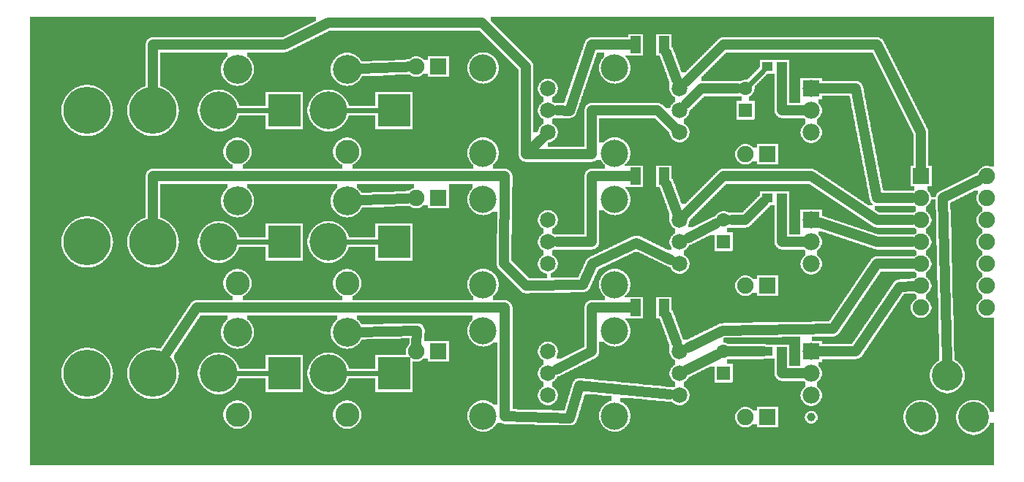
<source format=gtl>
G04 MADE WITH FRITZING*
G04 WWW.FRITZING.ORG*
G04 DOUBLE SIDED*
G04 HOLES PLATED*
G04 CONTOUR ON CENTER OF CONTOUR VECTOR*
%ASAXBY*%
%FSLAX23Y23*%
%MOIN*%
%OFA0B0*%
%SFA1.0B1.0*%
%ADD10C,0.075000*%
%ADD11C,0.071889*%
%ADD12C,0.071917*%
%ADD13C,0.124033*%
%ADD14C,0.215000*%
%ADD15C,0.078000*%
%ADD16C,0.062992*%
%ADD17C,0.148000*%
%ADD18C,0.132000*%
%ADD19C,0.110000*%
%ADD20C,0.172000*%
%ADD21C,0.039370*%
%ADD22C,0.140000*%
%ADD23R,0.075000X0.075000*%
%ADD24R,0.078000X0.078000*%
%ADD25R,0.062992X0.062992*%
%ADD26R,0.150000X0.150000*%
%ADD27R,0.049208X0.078736*%
%ADD28R,0.049222X0.078736*%
%ADD29R,0.047244X0.043307*%
%ADD30C,0.024000*%
%ADD31C,0.048000*%
%LNCOPPER1*%
G90*
G70*
G54D10*
X3993Y2010D03*
X3694Y1847D03*
X3244Y1243D03*
X3716Y1661D03*
X122Y2013D03*
X4102Y1361D03*
X4402Y1361D03*
X4102Y1261D03*
X4402Y1261D03*
X4102Y1161D03*
X4402Y1161D03*
X4102Y1061D03*
X4402Y1061D03*
X4102Y961D03*
X4402Y961D03*
X4102Y861D03*
X4402Y861D03*
X4102Y761D03*
X4402Y761D03*
G54D11*
X3002Y361D03*
X3002Y461D03*
G54D12*
X3002Y561D03*
G54D13*
X2706Y266D03*
X2706Y655D03*
G54D11*
X2402Y361D03*
X2402Y461D03*
G54D12*
X2402Y561D03*
G54D13*
X2106Y266D03*
X2106Y655D03*
G54D11*
X3002Y961D03*
X3002Y1061D03*
G54D12*
X3002Y1161D03*
G54D13*
X2706Y866D03*
X2706Y1255D03*
G54D11*
X2402Y961D03*
X2402Y1061D03*
G54D12*
X2402Y1161D03*
G54D13*
X2106Y866D03*
X2106Y1255D03*
G54D11*
X2402Y1561D03*
X2402Y1661D03*
G54D12*
X2402Y1761D03*
G54D13*
X2106Y1466D03*
X2106Y1855D03*
G54D11*
X3002Y1561D03*
X3002Y1661D03*
G54D12*
X3002Y1761D03*
G54D13*
X2706Y1466D03*
X2706Y1855D03*
G54D14*
X602Y461D03*
X602Y461D03*
X602Y1061D03*
X602Y1061D03*
X602Y1661D03*
X602Y1661D03*
G54D15*
X3602Y1761D03*
X3602Y1661D03*
X3602Y1561D03*
X3602Y1161D03*
X3602Y1061D03*
X3602Y961D03*
X3602Y561D03*
X3602Y461D03*
X3602Y361D03*
G54D16*
X3302Y1662D03*
X3302Y1761D03*
X3202Y1062D03*
X3202Y1161D03*
X3202Y462D03*
X3202Y561D03*
G54D17*
X1202Y1061D03*
G54D18*
X987Y1249D03*
G54D19*
X987Y873D03*
G54D20*
X902Y1061D03*
G54D17*
X1202Y1661D03*
G54D18*
X987Y1849D03*
G54D19*
X987Y1473D03*
G54D20*
X902Y1661D03*
G54D17*
X1702Y1661D03*
G54D18*
X1487Y1849D03*
G54D19*
X1487Y1473D03*
G54D20*
X1402Y1661D03*
G54D17*
X1202Y461D03*
G54D18*
X987Y649D03*
G54D19*
X987Y273D03*
G54D20*
X902Y461D03*
G54D10*
X3402Y1461D03*
X3302Y1461D03*
G54D17*
X1702Y1061D03*
G54D18*
X1487Y1249D03*
G54D19*
X1487Y873D03*
G54D20*
X1402Y1061D03*
G54D17*
X1702Y461D03*
G54D18*
X1487Y649D03*
G54D19*
X1487Y273D03*
G54D20*
X1402Y461D03*
G54D10*
X3402Y861D03*
X3302Y861D03*
X3402Y261D03*
X3302Y261D03*
X1902Y1861D03*
X1802Y1861D03*
X1902Y1261D03*
X1802Y1261D03*
X1902Y561D03*
X1802Y561D03*
G54D14*
X302Y1661D03*
X302Y1661D03*
X302Y1061D03*
X302Y1061D03*
X302Y461D03*
X302Y461D03*
G54D21*
X3602Y261D03*
G54D22*
X4342Y261D03*
X4102Y261D03*
X4222Y451D03*
X4342Y261D03*
X4102Y261D03*
X4222Y451D03*
G54D23*
X4102Y1361D03*
G54D24*
X3602Y1761D03*
X3602Y1161D03*
X3602Y561D03*
G54D25*
X3302Y1662D03*
X3202Y1062D03*
X3202Y462D03*
G54D26*
X1201Y1061D03*
X1201Y1661D03*
X1701Y1661D03*
X1201Y461D03*
G54D27*
X2802Y1961D03*
G54D28*
X2930Y1961D03*
G54D27*
X2802Y761D03*
G54D28*
X2930Y761D03*
G54D27*
X2802Y1361D03*
G54D28*
X2930Y1361D03*
G54D29*
X3402Y1861D03*
X3469Y1861D03*
X3402Y561D03*
X3469Y561D03*
X3402Y1261D03*
X3469Y1261D03*
G54D23*
X3402Y1461D03*
G54D26*
X1701Y1061D03*
X1701Y461D03*
G54D23*
X3402Y861D03*
X3402Y261D03*
X1902Y1861D03*
X1902Y1261D03*
X1902Y561D03*
G54D30*
X1645Y1661D02*
X1459Y1661D01*
D02*
X1145Y1661D02*
X959Y1661D01*
D02*
X1145Y1061D02*
X959Y1061D01*
D02*
X1145Y461D02*
X959Y461D01*
D02*
X3321Y1780D02*
X3386Y1844D01*
G54D31*
D02*
X4102Y1561D02*
X4102Y1400D01*
D02*
X3202Y1961D02*
X3902Y1961D01*
D02*
X3902Y1961D02*
X4102Y1561D01*
D02*
X3033Y1792D02*
X3202Y1961D01*
D02*
X2987Y1802D02*
X2942Y1927D01*
D02*
X2500Y1660D02*
X2602Y1961D01*
D02*
X2446Y1661D02*
X2500Y1660D01*
D02*
X2602Y1961D02*
X2783Y1961D01*
D02*
X3902Y1261D02*
X4062Y1261D01*
D02*
X3804Y1762D02*
X3902Y1261D01*
D02*
X3632Y1761D02*
X3804Y1762D01*
D02*
X1549Y1851D02*
X1802Y1861D01*
D02*
X3469Y1844D02*
X3469Y1661D01*
D02*
X3469Y1661D02*
X3561Y1661D01*
D02*
X3033Y1692D02*
X3102Y1761D01*
D02*
X3102Y1761D02*
X3264Y1761D01*
D02*
X2902Y1661D02*
X2978Y1584D01*
D02*
X1202Y1961D02*
X1402Y2061D01*
D02*
X2202Y1961D02*
X2302Y1861D01*
D02*
X2302Y1861D02*
X2302Y1461D01*
D02*
X2602Y1461D02*
X2602Y1661D01*
D02*
X2602Y1661D02*
X2902Y1661D01*
D02*
X602Y1961D02*
X1202Y1961D01*
D02*
X1402Y2061D02*
X2102Y2061D01*
D02*
X602Y1758D02*
X602Y1961D01*
D02*
X2102Y2061D02*
X2202Y1961D01*
D02*
X2302Y1461D02*
X2602Y1461D01*
D02*
X3202Y1361D02*
X3602Y1361D01*
D02*
X3602Y1361D02*
X3902Y1161D01*
D02*
X3025Y1184D02*
X3202Y1361D01*
D02*
X3902Y1161D02*
X4062Y1161D01*
D02*
X2991Y1192D02*
X2942Y1327D01*
D02*
X3469Y1244D02*
X3469Y1061D01*
D02*
X3469Y1061D02*
X3561Y1061D01*
D02*
X3902Y1061D02*
X4062Y1061D01*
D02*
X3641Y1148D02*
X3902Y1061D01*
D02*
X3302Y1161D02*
X3386Y1244D01*
D02*
X3240Y1161D02*
X3302Y1161D01*
D02*
X2602Y1361D02*
X2783Y1361D01*
D02*
X2602Y1061D02*
X2602Y1361D01*
D02*
X2446Y1061D02*
X2602Y1061D01*
D02*
X1549Y1251D02*
X1762Y1259D01*
G54D30*
D02*
X1645Y1061D02*
X1459Y1061D01*
D02*
X1645Y461D02*
X1459Y461D01*
G54D31*
D02*
X2563Y866D02*
X2605Y961D01*
D02*
X2805Y1057D02*
X2962Y980D01*
D02*
X2302Y861D02*
X2563Y866D01*
D02*
X2605Y961D02*
X2805Y1057D01*
D02*
X2205Y1361D02*
X2202Y961D01*
D02*
X602Y1158D02*
X602Y1361D01*
D02*
X602Y1361D02*
X1302Y1361D01*
D02*
X2202Y961D02*
X2302Y861D01*
D02*
X1302Y1361D02*
X2205Y1361D01*
D02*
X3041Y1080D02*
X3168Y1144D01*
D02*
X2302Y1461D02*
X2378Y1537D01*
D02*
X3198Y657D02*
X3702Y664D01*
D02*
X3702Y664D02*
X3902Y961D01*
D02*
X3902Y961D02*
X4073Y961D01*
D02*
X3042Y580D02*
X3198Y657D01*
D02*
X2987Y602D02*
X2942Y727D01*
D02*
X2602Y561D02*
X2602Y761D01*
D02*
X2602Y761D02*
X2783Y761D01*
D02*
X2441Y480D02*
X2602Y561D01*
D02*
X3805Y561D02*
X4005Y857D01*
D02*
X4005Y857D02*
X4073Y859D01*
D02*
X3632Y561D02*
X3805Y561D01*
D02*
X3469Y461D02*
X3572Y461D01*
D02*
X3469Y544D02*
X3469Y461D01*
D02*
X3229Y561D02*
X3384Y561D01*
D02*
X3031Y475D02*
X3178Y549D01*
D02*
X2502Y257D02*
X2546Y405D01*
D02*
X2205Y264D02*
X2502Y257D01*
D02*
X2205Y761D02*
X2205Y264D01*
D02*
X2546Y405D02*
X2958Y365D01*
D02*
X802Y761D02*
X2205Y761D01*
D02*
X656Y541D02*
X802Y761D01*
D02*
X1805Y657D02*
X1803Y589D01*
D02*
X1538Y650D02*
X1805Y657D01*
D02*
X4220Y523D02*
X4202Y1261D01*
D02*
X4202Y1261D02*
X4366Y1343D01*
G36*
X1533Y1326D02*
X1533Y1306D01*
X1535Y1306D01*
X1535Y1304D01*
X1537Y1304D01*
X1537Y1302D01*
X1539Y1302D01*
X1539Y1300D01*
X1541Y1300D01*
X1541Y1298D01*
X1543Y1298D01*
X1543Y1296D01*
X1545Y1296D01*
X1545Y1294D01*
X1547Y1294D01*
X1547Y1292D01*
X1549Y1292D01*
X1549Y1288D01*
X1551Y1288D01*
X1551Y1286D01*
X1597Y1286D01*
X1597Y1288D01*
X1651Y1288D01*
X1651Y1290D01*
X1703Y1290D01*
X1703Y1292D01*
X1755Y1292D01*
X1755Y1294D01*
X1771Y1294D01*
X1771Y1296D01*
X1773Y1296D01*
X1773Y1298D01*
X1777Y1298D01*
X1777Y1300D01*
X1779Y1300D01*
X1779Y1302D01*
X1783Y1302D01*
X1783Y1304D01*
X1787Y1304D01*
X1787Y1306D01*
X1793Y1306D01*
X1793Y1326D01*
X1533Y1326D01*
G37*
D02*
G36*
X3891Y1226D02*
X3891Y1208D01*
X3893Y1208D01*
X3893Y1206D01*
X3897Y1206D01*
X3897Y1204D01*
X3899Y1204D01*
X3899Y1202D01*
X3903Y1202D01*
X3903Y1200D01*
X3905Y1200D01*
X3905Y1198D01*
X3909Y1198D01*
X3909Y1196D01*
X3911Y1196D01*
X3911Y1194D01*
X4071Y1194D01*
X4071Y1196D01*
X4073Y1196D01*
X4073Y1198D01*
X4077Y1198D01*
X4077Y1200D01*
X4079Y1200D01*
X4079Y1222D01*
X4075Y1222D01*
X4075Y1224D01*
X4073Y1224D01*
X4073Y1226D01*
X3891Y1226D01*
G37*
D02*
G36*
X3467Y628D02*
X3467Y626D01*
X3331Y626D01*
X3331Y624D01*
X3205Y624D01*
X3205Y622D01*
X3201Y622D01*
X3201Y602D01*
X3211Y602D01*
X3211Y600D01*
X3217Y600D01*
X3217Y598D01*
X3219Y598D01*
X3219Y596D01*
X3223Y596D01*
X3223Y594D01*
X3395Y594D01*
X3395Y592D01*
X3503Y592D01*
X3503Y494D01*
X3553Y494D01*
X3553Y628D01*
X3467Y628D01*
G37*
D02*
G36*
X2140Y2090D02*
X2140Y2070D01*
X2142Y2070D01*
X2142Y2068D01*
X2144Y2068D01*
X2144Y2066D01*
X2146Y2066D01*
X2146Y2064D01*
X2148Y2064D01*
X2148Y2062D01*
X2150Y2062D01*
X2150Y2060D01*
X2152Y2060D01*
X2152Y2058D01*
X2154Y2058D01*
X2154Y2056D01*
X2156Y2056D01*
X2156Y2054D01*
X2158Y2054D01*
X2158Y2052D01*
X2160Y2052D01*
X2160Y2050D01*
X2162Y2050D01*
X2162Y2048D01*
X2164Y2048D01*
X2164Y2046D01*
X2166Y2046D01*
X2166Y2044D01*
X2168Y2044D01*
X2168Y2042D01*
X2170Y2042D01*
X2170Y2040D01*
X2172Y2040D01*
X2172Y2038D01*
X2174Y2038D01*
X2174Y2036D01*
X2176Y2036D01*
X2176Y2034D01*
X2178Y2034D01*
X2178Y2032D01*
X2180Y2032D01*
X2180Y2030D01*
X2182Y2030D01*
X2182Y2028D01*
X2184Y2028D01*
X2184Y2026D01*
X2186Y2026D01*
X2186Y2024D01*
X2188Y2024D01*
X2188Y2022D01*
X2190Y2022D01*
X2190Y2020D01*
X2192Y2020D01*
X2192Y2018D01*
X2194Y2018D01*
X2194Y2016D01*
X2196Y2016D01*
X2196Y2014D01*
X2198Y2014D01*
X2198Y2012D01*
X2200Y2012D01*
X2200Y2010D01*
X2964Y2010D01*
X2964Y1994D01*
X3912Y1994D01*
X3912Y1992D01*
X3916Y1992D01*
X3916Y1990D01*
X3920Y1990D01*
X3920Y1988D01*
X3924Y1988D01*
X3924Y1986D01*
X3926Y1986D01*
X3926Y1984D01*
X3928Y1984D01*
X3928Y1980D01*
X3930Y1980D01*
X3930Y1978D01*
X3932Y1978D01*
X3932Y1974D01*
X3934Y1974D01*
X3934Y1970D01*
X3936Y1970D01*
X3936Y1966D01*
X3938Y1966D01*
X3938Y1962D01*
X3940Y1962D01*
X3940Y1958D01*
X3942Y1958D01*
X3942Y1954D01*
X3944Y1954D01*
X3944Y1950D01*
X3946Y1950D01*
X3946Y1946D01*
X3948Y1946D01*
X3948Y1942D01*
X3950Y1942D01*
X3950Y1938D01*
X3952Y1938D01*
X3952Y1934D01*
X3954Y1934D01*
X3954Y1930D01*
X3956Y1930D01*
X3956Y1926D01*
X3958Y1926D01*
X3958Y1922D01*
X3960Y1922D01*
X3960Y1918D01*
X3962Y1918D01*
X3962Y1914D01*
X3964Y1914D01*
X3964Y1910D01*
X3966Y1910D01*
X3966Y1906D01*
X3968Y1906D01*
X3968Y1902D01*
X3970Y1902D01*
X3970Y1898D01*
X3972Y1898D01*
X3972Y1894D01*
X3974Y1894D01*
X3974Y1890D01*
X3976Y1890D01*
X3976Y1886D01*
X3978Y1886D01*
X3978Y1882D01*
X3980Y1882D01*
X3980Y1878D01*
X3982Y1878D01*
X3982Y1874D01*
X3984Y1874D01*
X3984Y1870D01*
X3986Y1870D01*
X3986Y1866D01*
X3988Y1866D01*
X3988Y1862D01*
X3990Y1862D01*
X3990Y1858D01*
X3992Y1858D01*
X3992Y1854D01*
X3994Y1854D01*
X3994Y1850D01*
X3996Y1850D01*
X3996Y1846D01*
X3998Y1846D01*
X3998Y1842D01*
X4000Y1842D01*
X4000Y1838D01*
X4002Y1838D01*
X4002Y1834D01*
X4004Y1834D01*
X4004Y1830D01*
X4006Y1830D01*
X4006Y1826D01*
X4008Y1826D01*
X4008Y1822D01*
X4010Y1822D01*
X4010Y1818D01*
X4012Y1818D01*
X4012Y1814D01*
X4014Y1814D01*
X4014Y1810D01*
X4016Y1810D01*
X4016Y1806D01*
X4018Y1806D01*
X4018Y1802D01*
X4020Y1802D01*
X4020Y1798D01*
X4022Y1798D01*
X4022Y1794D01*
X4024Y1794D01*
X4024Y1790D01*
X4026Y1790D01*
X4026Y1786D01*
X4028Y1786D01*
X4028Y1782D01*
X4030Y1782D01*
X4030Y1778D01*
X4032Y1778D01*
X4032Y1774D01*
X4034Y1774D01*
X4034Y1770D01*
X4036Y1770D01*
X4036Y1766D01*
X4038Y1766D01*
X4038Y1762D01*
X4040Y1762D01*
X4040Y1758D01*
X4042Y1758D01*
X4042Y1754D01*
X4044Y1754D01*
X4044Y1750D01*
X4046Y1750D01*
X4046Y1746D01*
X4048Y1746D01*
X4048Y1742D01*
X4050Y1742D01*
X4050Y1738D01*
X4052Y1738D01*
X4052Y1734D01*
X4054Y1734D01*
X4054Y1730D01*
X4056Y1730D01*
X4056Y1726D01*
X4058Y1726D01*
X4058Y1722D01*
X4060Y1722D01*
X4060Y1718D01*
X4062Y1718D01*
X4062Y1714D01*
X4064Y1714D01*
X4064Y1710D01*
X4066Y1710D01*
X4066Y1706D01*
X4068Y1706D01*
X4068Y1702D01*
X4070Y1702D01*
X4070Y1698D01*
X4072Y1698D01*
X4072Y1694D01*
X4074Y1694D01*
X4074Y1690D01*
X4076Y1690D01*
X4076Y1686D01*
X4078Y1686D01*
X4078Y1682D01*
X4080Y1682D01*
X4080Y1678D01*
X4082Y1678D01*
X4082Y1674D01*
X4084Y1674D01*
X4084Y1670D01*
X4086Y1670D01*
X4086Y1666D01*
X4088Y1666D01*
X4088Y1662D01*
X4090Y1662D01*
X4090Y1658D01*
X4092Y1658D01*
X4092Y1654D01*
X4094Y1654D01*
X4094Y1650D01*
X4096Y1650D01*
X4096Y1646D01*
X4098Y1646D01*
X4098Y1642D01*
X4100Y1642D01*
X4100Y1638D01*
X4102Y1638D01*
X4102Y1634D01*
X4104Y1634D01*
X4104Y1630D01*
X4106Y1630D01*
X4106Y1626D01*
X4108Y1626D01*
X4108Y1622D01*
X4110Y1622D01*
X4110Y1618D01*
X4112Y1618D01*
X4112Y1614D01*
X4114Y1614D01*
X4114Y1610D01*
X4116Y1610D01*
X4116Y1606D01*
X4118Y1606D01*
X4118Y1602D01*
X4120Y1602D01*
X4120Y1598D01*
X4122Y1598D01*
X4122Y1594D01*
X4124Y1594D01*
X4124Y1590D01*
X4126Y1590D01*
X4126Y1586D01*
X4128Y1586D01*
X4128Y1582D01*
X4130Y1582D01*
X4130Y1578D01*
X4132Y1578D01*
X4132Y1574D01*
X4134Y1574D01*
X4134Y1568D01*
X4136Y1568D01*
X4136Y1408D01*
X4410Y1408D01*
X4410Y1406D01*
X4416Y1406D01*
X4416Y1404D01*
X4436Y1404D01*
X4436Y2090D01*
X2140Y2090D01*
G37*
D02*
G36*
X2202Y2010D02*
X2202Y2008D01*
X2204Y2008D01*
X2204Y2006D01*
X2206Y2006D01*
X2206Y2004D01*
X2208Y2004D01*
X2208Y2002D01*
X2210Y2002D01*
X2210Y2000D01*
X2212Y2000D01*
X2212Y1998D01*
X2214Y1998D01*
X2214Y1996D01*
X2216Y1996D01*
X2216Y1994D01*
X2218Y1994D01*
X2218Y1992D01*
X2220Y1992D01*
X2220Y1990D01*
X2222Y1990D01*
X2222Y1988D01*
X2224Y1988D01*
X2224Y1986D01*
X2226Y1986D01*
X2226Y1984D01*
X2228Y1984D01*
X2228Y1982D01*
X2230Y1982D01*
X2230Y1980D01*
X2232Y1980D01*
X2232Y1978D01*
X2234Y1978D01*
X2234Y1976D01*
X2236Y1976D01*
X2236Y1974D01*
X2238Y1974D01*
X2238Y1972D01*
X2240Y1972D01*
X2240Y1970D01*
X2242Y1970D01*
X2242Y1968D01*
X2244Y1968D01*
X2244Y1966D01*
X2246Y1966D01*
X2246Y1964D01*
X2248Y1964D01*
X2248Y1962D01*
X2250Y1962D01*
X2250Y1960D01*
X2252Y1960D01*
X2252Y1958D01*
X2254Y1958D01*
X2254Y1956D01*
X2256Y1956D01*
X2256Y1954D01*
X2258Y1954D01*
X2258Y1952D01*
X2260Y1952D01*
X2260Y1950D01*
X2262Y1950D01*
X2262Y1948D01*
X2264Y1948D01*
X2264Y1946D01*
X2266Y1946D01*
X2266Y1944D01*
X2268Y1944D01*
X2268Y1942D01*
X2270Y1942D01*
X2270Y1940D01*
X2272Y1940D01*
X2272Y1938D01*
X2274Y1938D01*
X2274Y1936D01*
X2276Y1936D01*
X2276Y1934D01*
X2278Y1934D01*
X2278Y1932D01*
X2280Y1932D01*
X2280Y1930D01*
X2282Y1930D01*
X2282Y1928D01*
X2284Y1928D01*
X2284Y1926D01*
X2286Y1926D01*
X2286Y1924D01*
X2288Y1924D01*
X2288Y1922D01*
X2290Y1922D01*
X2290Y1920D01*
X2292Y1920D01*
X2292Y1918D01*
X2294Y1918D01*
X2294Y1916D01*
X2296Y1916D01*
X2296Y1914D01*
X2298Y1914D01*
X2298Y1912D01*
X2300Y1912D01*
X2300Y1910D01*
X2302Y1910D01*
X2302Y1908D01*
X2304Y1908D01*
X2304Y1906D01*
X2306Y1906D01*
X2306Y1904D01*
X2308Y1904D01*
X2308Y1902D01*
X2310Y1902D01*
X2310Y1900D01*
X2312Y1900D01*
X2312Y1898D01*
X2314Y1898D01*
X2314Y1896D01*
X2316Y1896D01*
X2316Y1894D01*
X2318Y1894D01*
X2318Y1892D01*
X2320Y1892D01*
X2320Y1890D01*
X2322Y1890D01*
X2322Y1888D01*
X2324Y1888D01*
X2324Y1886D01*
X2326Y1886D01*
X2326Y1884D01*
X2328Y1884D01*
X2328Y1880D01*
X2330Y1880D01*
X2330Y1878D01*
X2332Y1878D01*
X2332Y1874D01*
X2334Y1874D01*
X2334Y1868D01*
X2336Y1868D01*
X2336Y1806D01*
X2412Y1806D01*
X2412Y1804D01*
X2418Y1804D01*
X2418Y1802D01*
X2422Y1802D01*
X2422Y1800D01*
X2426Y1800D01*
X2426Y1798D01*
X2428Y1798D01*
X2428Y1796D01*
X2430Y1796D01*
X2430Y1794D01*
X2432Y1794D01*
X2432Y1792D01*
X2434Y1792D01*
X2434Y1790D01*
X2436Y1790D01*
X2436Y1788D01*
X2438Y1788D01*
X2438Y1786D01*
X2440Y1786D01*
X2440Y1782D01*
X2442Y1782D01*
X2442Y1778D01*
X2444Y1778D01*
X2444Y1774D01*
X2446Y1774D01*
X2446Y1768D01*
X2448Y1768D01*
X2448Y1754D01*
X2446Y1754D01*
X2446Y1748D01*
X2444Y1748D01*
X2444Y1742D01*
X2442Y1742D01*
X2442Y1740D01*
X2440Y1740D01*
X2440Y1736D01*
X2438Y1736D01*
X2438Y1734D01*
X2436Y1734D01*
X2436Y1732D01*
X2434Y1732D01*
X2434Y1728D01*
X2430Y1728D01*
X2430Y1726D01*
X2428Y1726D01*
X2428Y1724D01*
X2426Y1724D01*
X2426Y1722D01*
X2422Y1722D01*
X2422Y1700D01*
X2424Y1700D01*
X2424Y1698D01*
X2428Y1698D01*
X2428Y1696D01*
X2430Y1696D01*
X2430Y1694D01*
X2476Y1694D01*
X2476Y1700D01*
X2478Y1700D01*
X2478Y1706D01*
X2480Y1706D01*
X2480Y1712D01*
X2482Y1712D01*
X2482Y1718D01*
X2484Y1718D01*
X2484Y1724D01*
X2486Y1724D01*
X2486Y1730D01*
X2488Y1730D01*
X2488Y1736D01*
X2490Y1736D01*
X2490Y1742D01*
X2492Y1742D01*
X2492Y1746D01*
X2494Y1746D01*
X2494Y1752D01*
X2496Y1752D01*
X2496Y1758D01*
X2498Y1758D01*
X2498Y1764D01*
X2500Y1764D01*
X2500Y1770D01*
X2502Y1770D01*
X2502Y1776D01*
X2504Y1776D01*
X2504Y1782D01*
X2506Y1782D01*
X2506Y1788D01*
X2508Y1788D01*
X2508Y1794D01*
X2510Y1794D01*
X2510Y1800D01*
X2512Y1800D01*
X2512Y1806D01*
X2514Y1806D01*
X2514Y1812D01*
X2516Y1812D01*
X2516Y1818D01*
X2518Y1818D01*
X2518Y1824D01*
X2520Y1824D01*
X2520Y1830D01*
X2522Y1830D01*
X2522Y1836D01*
X2524Y1836D01*
X2524Y1840D01*
X2526Y1840D01*
X2526Y1846D01*
X2528Y1846D01*
X2528Y1852D01*
X2530Y1852D01*
X2530Y1858D01*
X2532Y1858D01*
X2532Y1864D01*
X2534Y1864D01*
X2534Y1870D01*
X2536Y1870D01*
X2536Y1876D01*
X2538Y1876D01*
X2538Y1882D01*
X2540Y1882D01*
X2540Y1888D01*
X2542Y1888D01*
X2542Y1894D01*
X2544Y1894D01*
X2544Y1900D01*
X2546Y1900D01*
X2546Y1906D01*
X2548Y1906D01*
X2548Y1912D01*
X2550Y1912D01*
X2550Y1918D01*
X2552Y1918D01*
X2552Y1924D01*
X2554Y1924D01*
X2554Y1928D01*
X2556Y1928D01*
X2556Y1934D01*
X2558Y1934D01*
X2558Y1940D01*
X2560Y1940D01*
X2560Y1946D01*
X2562Y1946D01*
X2562Y1952D01*
X2564Y1952D01*
X2564Y1958D01*
X2566Y1958D01*
X2566Y1964D01*
X2568Y1964D01*
X2568Y1970D01*
X2570Y1970D01*
X2570Y1976D01*
X2572Y1976D01*
X2572Y1978D01*
X2574Y1978D01*
X2574Y1982D01*
X2576Y1982D01*
X2576Y1984D01*
X2578Y1984D01*
X2578Y1986D01*
X2580Y1986D01*
X2580Y1988D01*
X2582Y1988D01*
X2582Y1990D01*
X2586Y1990D01*
X2586Y1992D01*
X2592Y1992D01*
X2592Y1994D01*
X2768Y1994D01*
X2768Y2010D01*
X2202Y2010D01*
G37*
D02*
G36*
X2836Y2010D02*
X2836Y1912D01*
X2754Y1912D01*
X2754Y1906D01*
X2756Y1906D01*
X2756Y1904D01*
X2758Y1904D01*
X2758Y1902D01*
X2760Y1902D01*
X2760Y1900D01*
X2762Y1900D01*
X2762Y1898D01*
X2764Y1898D01*
X2764Y1894D01*
X2766Y1894D01*
X2766Y1892D01*
X2768Y1892D01*
X2768Y1888D01*
X2770Y1888D01*
X2770Y1884D01*
X2772Y1884D01*
X2772Y1880D01*
X2774Y1880D01*
X2774Y1876D01*
X2776Y1876D01*
X2776Y1868D01*
X2778Y1868D01*
X2778Y1842D01*
X2776Y1842D01*
X2776Y1834D01*
X2774Y1834D01*
X2774Y1830D01*
X2772Y1830D01*
X2772Y1826D01*
X2770Y1826D01*
X2770Y1822D01*
X2768Y1822D01*
X2768Y1818D01*
X2766Y1818D01*
X2766Y1816D01*
X2764Y1816D01*
X2764Y1812D01*
X2762Y1812D01*
X2762Y1810D01*
X2760Y1810D01*
X2760Y1808D01*
X2758Y1808D01*
X2758Y1806D01*
X2756Y1806D01*
X2756Y1804D01*
X2754Y1804D01*
X2754Y1802D01*
X2752Y1802D01*
X2752Y1800D01*
X2750Y1800D01*
X2750Y1798D01*
X2748Y1798D01*
X2748Y1796D01*
X2744Y1796D01*
X2744Y1794D01*
X2742Y1794D01*
X2742Y1792D01*
X2738Y1792D01*
X2738Y1790D01*
X2734Y1790D01*
X2734Y1788D01*
X2728Y1788D01*
X2728Y1786D01*
X2722Y1786D01*
X2722Y1784D01*
X2710Y1784D01*
X2710Y1782D01*
X2956Y1782D01*
X2956Y1790D01*
X2954Y1790D01*
X2954Y1796D01*
X2952Y1796D01*
X2952Y1802D01*
X2950Y1802D01*
X2950Y1806D01*
X2948Y1806D01*
X2948Y1812D01*
X2946Y1812D01*
X2946Y1818D01*
X2944Y1818D01*
X2944Y1824D01*
X2942Y1824D01*
X2942Y1828D01*
X2940Y1828D01*
X2940Y1834D01*
X2938Y1834D01*
X2938Y1840D01*
X2936Y1840D01*
X2936Y1846D01*
X2934Y1846D01*
X2934Y1852D01*
X2932Y1852D01*
X2932Y1856D01*
X2930Y1856D01*
X2930Y1862D01*
X2928Y1862D01*
X2928Y1868D01*
X2926Y1868D01*
X2926Y1874D01*
X2924Y1874D01*
X2924Y1878D01*
X2922Y1878D01*
X2922Y1884D01*
X2920Y1884D01*
X2920Y1890D01*
X2918Y1890D01*
X2918Y1896D01*
X2916Y1896D01*
X2916Y1902D01*
X2914Y1902D01*
X2914Y1906D01*
X2912Y1906D01*
X2912Y1912D01*
X2896Y1912D01*
X2896Y2010D01*
X2836Y2010D01*
G37*
D02*
G36*
X2964Y1994D02*
X2964Y1952D01*
X2966Y1952D01*
X2966Y1950D01*
X2968Y1950D01*
X2968Y1948D01*
X2970Y1948D01*
X2970Y1944D01*
X2972Y1944D01*
X2972Y1940D01*
X2974Y1940D01*
X2974Y1936D01*
X2976Y1936D01*
X2976Y1930D01*
X2978Y1930D01*
X2978Y1924D01*
X2980Y1924D01*
X2980Y1918D01*
X2982Y1918D01*
X2982Y1914D01*
X2984Y1914D01*
X2984Y1908D01*
X2986Y1908D01*
X2986Y1902D01*
X2988Y1902D01*
X2988Y1896D01*
X2990Y1896D01*
X2990Y1890D01*
X2992Y1890D01*
X2992Y1886D01*
X2994Y1886D01*
X2994Y1880D01*
X2996Y1880D01*
X2996Y1874D01*
X2998Y1874D01*
X2998Y1868D01*
X3000Y1868D01*
X3000Y1864D01*
X3002Y1864D01*
X3002Y1858D01*
X3004Y1858D01*
X3004Y1852D01*
X3006Y1852D01*
X3006Y1846D01*
X3008Y1846D01*
X3008Y1840D01*
X3010Y1840D01*
X3010Y1836D01*
X3030Y1836D01*
X3030Y1838D01*
X3032Y1838D01*
X3032Y1840D01*
X3034Y1840D01*
X3034Y1842D01*
X3036Y1842D01*
X3036Y1844D01*
X3038Y1844D01*
X3038Y1846D01*
X3040Y1846D01*
X3040Y1848D01*
X3042Y1848D01*
X3042Y1850D01*
X3044Y1850D01*
X3044Y1852D01*
X3046Y1852D01*
X3046Y1854D01*
X3048Y1854D01*
X3048Y1856D01*
X3050Y1856D01*
X3050Y1858D01*
X3052Y1858D01*
X3052Y1860D01*
X3054Y1860D01*
X3054Y1862D01*
X3056Y1862D01*
X3056Y1864D01*
X3058Y1864D01*
X3058Y1866D01*
X3060Y1866D01*
X3060Y1868D01*
X3062Y1868D01*
X3062Y1870D01*
X3064Y1870D01*
X3064Y1872D01*
X3066Y1872D01*
X3066Y1874D01*
X3068Y1874D01*
X3068Y1876D01*
X3070Y1876D01*
X3070Y1878D01*
X3072Y1878D01*
X3072Y1880D01*
X3074Y1880D01*
X3074Y1882D01*
X3076Y1882D01*
X3076Y1884D01*
X3078Y1884D01*
X3078Y1886D01*
X3080Y1886D01*
X3080Y1888D01*
X3082Y1888D01*
X3082Y1890D01*
X3084Y1890D01*
X3084Y1892D01*
X3086Y1892D01*
X3086Y1894D01*
X3088Y1894D01*
X3088Y1896D01*
X3090Y1896D01*
X3090Y1898D01*
X3092Y1898D01*
X3092Y1900D01*
X3094Y1900D01*
X3094Y1902D01*
X3096Y1902D01*
X3096Y1904D01*
X3098Y1904D01*
X3098Y1906D01*
X3100Y1906D01*
X3100Y1908D01*
X3102Y1908D01*
X3102Y1910D01*
X3104Y1910D01*
X3104Y1912D01*
X3106Y1912D01*
X3106Y1914D01*
X3108Y1914D01*
X3108Y1916D01*
X3110Y1916D01*
X3110Y1918D01*
X3112Y1918D01*
X3112Y1920D01*
X3114Y1920D01*
X3114Y1922D01*
X3116Y1922D01*
X3116Y1924D01*
X3118Y1924D01*
X3118Y1926D01*
X3120Y1926D01*
X3120Y1928D01*
X3122Y1928D01*
X3122Y1930D01*
X3124Y1930D01*
X3124Y1932D01*
X3126Y1932D01*
X3126Y1934D01*
X3128Y1934D01*
X3128Y1936D01*
X3130Y1936D01*
X3130Y1938D01*
X3132Y1938D01*
X3132Y1940D01*
X3134Y1940D01*
X3134Y1942D01*
X3136Y1942D01*
X3136Y1944D01*
X3138Y1944D01*
X3138Y1946D01*
X3140Y1946D01*
X3140Y1948D01*
X3142Y1948D01*
X3142Y1950D01*
X3144Y1950D01*
X3144Y1952D01*
X3146Y1952D01*
X3146Y1954D01*
X3148Y1954D01*
X3148Y1956D01*
X3150Y1956D01*
X3150Y1958D01*
X3152Y1958D01*
X3152Y1960D01*
X3154Y1960D01*
X3154Y1962D01*
X3156Y1962D01*
X3156Y1964D01*
X3158Y1964D01*
X3158Y1966D01*
X3160Y1966D01*
X3160Y1968D01*
X3162Y1968D01*
X3162Y1970D01*
X3164Y1970D01*
X3164Y1972D01*
X3166Y1972D01*
X3166Y1974D01*
X3168Y1974D01*
X3168Y1976D01*
X3170Y1976D01*
X3170Y1978D01*
X3172Y1978D01*
X3172Y1980D01*
X3174Y1980D01*
X3174Y1982D01*
X3176Y1982D01*
X3176Y1984D01*
X3178Y1984D01*
X3178Y1986D01*
X3180Y1986D01*
X3180Y1988D01*
X3182Y1988D01*
X3182Y1990D01*
X3186Y1990D01*
X3186Y1992D01*
X3192Y1992D01*
X3192Y1994D01*
X2964Y1994D01*
G37*
D02*
G36*
X2626Y1926D02*
X2626Y1924D01*
X2624Y1924D01*
X2624Y1918D01*
X2622Y1918D01*
X2622Y1912D01*
X2620Y1912D01*
X2620Y1906D01*
X2618Y1906D01*
X2618Y1900D01*
X2616Y1900D01*
X2616Y1894D01*
X2614Y1894D01*
X2614Y1888D01*
X2612Y1888D01*
X2612Y1882D01*
X2610Y1882D01*
X2610Y1876D01*
X2608Y1876D01*
X2608Y1870D01*
X2606Y1870D01*
X2606Y1864D01*
X2604Y1864D01*
X2604Y1858D01*
X2602Y1858D01*
X2602Y1854D01*
X2600Y1854D01*
X2600Y1848D01*
X2598Y1848D01*
X2598Y1842D01*
X2596Y1842D01*
X2596Y1836D01*
X2594Y1836D01*
X2594Y1830D01*
X2592Y1830D01*
X2592Y1824D01*
X2590Y1824D01*
X2590Y1818D01*
X2588Y1818D01*
X2588Y1812D01*
X2586Y1812D01*
X2586Y1806D01*
X2584Y1806D01*
X2584Y1800D01*
X2582Y1800D01*
X2582Y1794D01*
X2580Y1794D01*
X2580Y1788D01*
X2578Y1788D01*
X2578Y1782D01*
X2704Y1782D01*
X2704Y1784D01*
X2690Y1784D01*
X2690Y1786D01*
X2684Y1786D01*
X2684Y1788D01*
X2680Y1788D01*
X2680Y1790D01*
X2676Y1790D01*
X2676Y1792D01*
X2672Y1792D01*
X2672Y1794D01*
X2668Y1794D01*
X2668Y1796D01*
X2666Y1796D01*
X2666Y1798D01*
X2664Y1798D01*
X2664Y1800D01*
X2660Y1800D01*
X2660Y1802D01*
X2658Y1802D01*
X2658Y1804D01*
X2656Y1804D01*
X2656Y1806D01*
X2654Y1806D01*
X2654Y1808D01*
X2652Y1808D01*
X2652Y1812D01*
X2650Y1812D01*
X2650Y1814D01*
X2648Y1814D01*
X2648Y1816D01*
X2646Y1816D01*
X2646Y1820D01*
X2644Y1820D01*
X2644Y1822D01*
X2642Y1822D01*
X2642Y1826D01*
X2640Y1826D01*
X2640Y1832D01*
X2638Y1832D01*
X2638Y1838D01*
X2636Y1838D01*
X2636Y1846D01*
X2634Y1846D01*
X2634Y1862D01*
X2636Y1862D01*
X2636Y1872D01*
X2638Y1872D01*
X2638Y1878D01*
X2640Y1878D01*
X2640Y1882D01*
X2642Y1882D01*
X2642Y1886D01*
X2644Y1886D01*
X2644Y1890D01*
X2646Y1890D01*
X2646Y1894D01*
X2648Y1894D01*
X2648Y1896D01*
X2650Y1896D01*
X2650Y1898D01*
X2652Y1898D01*
X2652Y1900D01*
X2654Y1900D01*
X2654Y1904D01*
X2656Y1904D01*
X2656Y1906D01*
X2658Y1906D01*
X2658Y1926D01*
X2626Y1926D01*
G37*
D02*
G36*
X2336Y1806D02*
X2336Y1562D01*
X2356Y1562D01*
X2356Y1570D01*
X2358Y1570D01*
X2358Y1576D01*
X2360Y1576D01*
X2360Y1580D01*
X2362Y1580D01*
X2362Y1584D01*
X2364Y1584D01*
X2364Y1586D01*
X2366Y1586D01*
X2366Y1588D01*
X2368Y1588D01*
X2368Y1590D01*
X2370Y1590D01*
X2370Y1594D01*
X2374Y1594D01*
X2374Y1596D01*
X2376Y1596D01*
X2376Y1598D01*
X2378Y1598D01*
X2378Y1600D01*
X2382Y1600D01*
X2382Y1620D01*
X2380Y1620D01*
X2380Y1622D01*
X2378Y1622D01*
X2378Y1624D01*
X2374Y1624D01*
X2374Y1626D01*
X2372Y1626D01*
X2372Y1628D01*
X2370Y1628D01*
X2370Y1630D01*
X2368Y1630D01*
X2368Y1632D01*
X2366Y1632D01*
X2366Y1636D01*
X2364Y1636D01*
X2364Y1638D01*
X2362Y1638D01*
X2362Y1642D01*
X2360Y1642D01*
X2360Y1646D01*
X2358Y1646D01*
X2358Y1652D01*
X2356Y1652D01*
X2356Y1670D01*
X2358Y1670D01*
X2358Y1676D01*
X2360Y1676D01*
X2360Y1680D01*
X2362Y1680D01*
X2362Y1684D01*
X2364Y1684D01*
X2364Y1686D01*
X2366Y1686D01*
X2366Y1688D01*
X2368Y1688D01*
X2368Y1690D01*
X2370Y1690D01*
X2370Y1694D01*
X2374Y1694D01*
X2374Y1696D01*
X2376Y1696D01*
X2376Y1698D01*
X2378Y1698D01*
X2378Y1700D01*
X2382Y1700D01*
X2382Y1720D01*
X2380Y1720D01*
X2380Y1722D01*
X2378Y1722D01*
X2378Y1724D01*
X2374Y1724D01*
X2374Y1726D01*
X2372Y1726D01*
X2372Y1728D01*
X2370Y1728D01*
X2370Y1730D01*
X2368Y1730D01*
X2368Y1732D01*
X2366Y1732D01*
X2366Y1736D01*
X2364Y1736D01*
X2364Y1738D01*
X2362Y1738D01*
X2362Y1742D01*
X2360Y1742D01*
X2360Y1746D01*
X2358Y1746D01*
X2358Y1752D01*
X2356Y1752D01*
X2356Y1770D01*
X2358Y1770D01*
X2358Y1776D01*
X2360Y1776D01*
X2360Y1780D01*
X2362Y1780D01*
X2362Y1784D01*
X2364Y1784D01*
X2364Y1786D01*
X2366Y1786D01*
X2366Y1788D01*
X2368Y1788D01*
X2368Y1790D01*
X2370Y1790D01*
X2370Y1794D01*
X2374Y1794D01*
X2374Y1796D01*
X2376Y1796D01*
X2376Y1798D01*
X2378Y1798D01*
X2378Y1800D01*
X2382Y1800D01*
X2382Y1802D01*
X2386Y1802D01*
X2386Y1804D01*
X2392Y1804D01*
X2392Y1806D01*
X2336Y1806D01*
G37*
D02*
G36*
X2576Y1782D02*
X2576Y1780D01*
X2956Y1780D01*
X2956Y1782D01*
X2576Y1782D01*
G37*
D02*
G36*
X2576Y1782D02*
X2576Y1780D01*
X2956Y1780D01*
X2956Y1782D01*
X2576Y1782D01*
G37*
D02*
G36*
X2576Y1780D02*
X2576Y1776D01*
X2574Y1776D01*
X2574Y1770D01*
X2572Y1770D01*
X2572Y1766D01*
X2570Y1766D01*
X2570Y1760D01*
X2568Y1760D01*
X2568Y1754D01*
X2566Y1754D01*
X2566Y1748D01*
X2564Y1748D01*
X2564Y1742D01*
X2562Y1742D01*
X2562Y1736D01*
X2560Y1736D01*
X2560Y1730D01*
X2558Y1730D01*
X2558Y1724D01*
X2556Y1724D01*
X2556Y1718D01*
X2554Y1718D01*
X2554Y1712D01*
X2552Y1712D01*
X2552Y1706D01*
X2550Y1706D01*
X2550Y1700D01*
X2548Y1700D01*
X2548Y1694D01*
X2912Y1694D01*
X2912Y1692D01*
X2916Y1692D01*
X2916Y1690D01*
X2920Y1690D01*
X2920Y1688D01*
X2924Y1688D01*
X2924Y1686D01*
X2926Y1686D01*
X2926Y1684D01*
X2928Y1684D01*
X2928Y1682D01*
X2930Y1682D01*
X2930Y1680D01*
X2932Y1680D01*
X2932Y1678D01*
X2934Y1678D01*
X2934Y1676D01*
X2936Y1676D01*
X2936Y1674D01*
X2938Y1674D01*
X2938Y1672D01*
X2958Y1672D01*
X2958Y1676D01*
X2960Y1676D01*
X2960Y1680D01*
X2962Y1680D01*
X2962Y1684D01*
X2964Y1684D01*
X2964Y1686D01*
X2966Y1686D01*
X2966Y1688D01*
X2968Y1688D01*
X2968Y1690D01*
X2970Y1690D01*
X2970Y1694D01*
X2974Y1694D01*
X2974Y1696D01*
X2976Y1696D01*
X2976Y1698D01*
X2978Y1698D01*
X2978Y1700D01*
X2982Y1700D01*
X2982Y1720D01*
X2980Y1720D01*
X2980Y1722D01*
X2978Y1722D01*
X2978Y1724D01*
X2974Y1724D01*
X2974Y1726D01*
X2972Y1726D01*
X2972Y1728D01*
X2970Y1728D01*
X2970Y1730D01*
X2968Y1730D01*
X2968Y1732D01*
X2966Y1732D01*
X2966Y1736D01*
X2964Y1736D01*
X2964Y1738D01*
X2962Y1738D01*
X2962Y1742D01*
X2960Y1742D01*
X2960Y1746D01*
X2958Y1746D01*
X2958Y1752D01*
X2956Y1752D01*
X2956Y1780D01*
X2576Y1780D01*
G37*
D02*
G36*
X2546Y1694D02*
X2546Y1688D01*
X2544Y1688D01*
X2544Y1682D01*
X2542Y1682D01*
X2542Y1678D01*
X2540Y1678D01*
X2540Y1672D01*
X2538Y1672D01*
X2538Y1666D01*
X2536Y1666D01*
X2536Y1660D01*
X2534Y1660D01*
X2534Y1654D01*
X2532Y1654D01*
X2532Y1648D01*
X2530Y1648D01*
X2530Y1644D01*
X2528Y1644D01*
X2528Y1640D01*
X2526Y1640D01*
X2526Y1638D01*
X2524Y1638D01*
X2524Y1636D01*
X2522Y1636D01*
X2522Y1634D01*
X2520Y1634D01*
X2520Y1632D01*
X2516Y1632D01*
X2516Y1630D01*
X2512Y1630D01*
X2512Y1628D01*
X2504Y1628D01*
X2504Y1626D01*
X2428Y1626D01*
X2428Y1624D01*
X2426Y1624D01*
X2426Y1622D01*
X2422Y1622D01*
X2422Y1600D01*
X2424Y1600D01*
X2424Y1598D01*
X2428Y1598D01*
X2428Y1596D01*
X2430Y1596D01*
X2430Y1594D01*
X2432Y1594D01*
X2432Y1592D01*
X2434Y1592D01*
X2434Y1590D01*
X2436Y1590D01*
X2436Y1588D01*
X2438Y1588D01*
X2438Y1586D01*
X2440Y1586D01*
X2440Y1582D01*
X2442Y1582D01*
X2442Y1578D01*
X2444Y1578D01*
X2444Y1574D01*
X2446Y1574D01*
X2446Y1568D01*
X2448Y1568D01*
X2448Y1554D01*
X2446Y1554D01*
X2446Y1548D01*
X2444Y1548D01*
X2444Y1542D01*
X2442Y1542D01*
X2442Y1540D01*
X2440Y1540D01*
X2440Y1536D01*
X2438Y1536D01*
X2438Y1534D01*
X2436Y1534D01*
X2436Y1532D01*
X2434Y1532D01*
X2434Y1528D01*
X2430Y1528D01*
X2430Y1526D01*
X2428Y1526D01*
X2428Y1524D01*
X2426Y1524D01*
X2426Y1522D01*
X2422Y1522D01*
X2422Y1520D01*
X2420Y1520D01*
X2420Y1518D01*
X2414Y1518D01*
X2414Y1516D01*
X2406Y1516D01*
X2406Y1514D01*
X2402Y1514D01*
X2402Y1494D01*
X2568Y1494D01*
X2568Y1670D01*
X2570Y1670D01*
X2570Y1676D01*
X2572Y1676D01*
X2572Y1678D01*
X2574Y1678D01*
X2574Y1682D01*
X2576Y1682D01*
X2576Y1684D01*
X2578Y1684D01*
X2578Y1686D01*
X2580Y1686D01*
X2580Y1688D01*
X2582Y1688D01*
X2582Y1690D01*
X2586Y1690D01*
X2586Y1692D01*
X2592Y1692D01*
X2592Y1694D01*
X2546Y1694D01*
G37*
D02*
G36*
X4150Y1408D02*
X4150Y1314D01*
X4132Y1314D01*
X4132Y1294D01*
X4134Y1294D01*
X4134Y1292D01*
X4136Y1292D01*
X4136Y1290D01*
X4138Y1290D01*
X4138Y1288D01*
X4140Y1288D01*
X4140Y1286D01*
X4142Y1286D01*
X4142Y1282D01*
X4144Y1282D01*
X4144Y1278D01*
X4146Y1278D01*
X4146Y1272D01*
X4148Y1272D01*
X4148Y1264D01*
X4168Y1264D01*
X4168Y1270D01*
X4170Y1270D01*
X4170Y1274D01*
X4172Y1274D01*
X4172Y1278D01*
X4174Y1278D01*
X4174Y1282D01*
X4176Y1282D01*
X4176Y1284D01*
X4178Y1284D01*
X4178Y1286D01*
X4180Y1286D01*
X4180Y1288D01*
X4184Y1288D01*
X4184Y1290D01*
X4186Y1290D01*
X4186Y1292D01*
X4190Y1292D01*
X4190Y1294D01*
X4194Y1294D01*
X4194Y1296D01*
X4198Y1296D01*
X4198Y1298D01*
X4202Y1298D01*
X4202Y1300D01*
X4206Y1300D01*
X4206Y1302D01*
X4210Y1302D01*
X4210Y1304D01*
X4214Y1304D01*
X4214Y1306D01*
X4218Y1306D01*
X4218Y1308D01*
X4222Y1308D01*
X4222Y1310D01*
X4226Y1310D01*
X4226Y1312D01*
X4230Y1312D01*
X4230Y1314D01*
X4234Y1314D01*
X4234Y1316D01*
X4238Y1316D01*
X4238Y1318D01*
X4242Y1318D01*
X4242Y1320D01*
X4246Y1320D01*
X4246Y1322D01*
X4250Y1322D01*
X4250Y1324D01*
X4254Y1324D01*
X4254Y1326D01*
X4258Y1326D01*
X4258Y1328D01*
X4262Y1328D01*
X4262Y1330D01*
X4266Y1330D01*
X4266Y1332D01*
X4270Y1332D01*
X4270Y1334D01*
X4274Y1334D01*
X4274Y1336D01*
X4278Y1336D01*
X4278Y1338D01*
X4282Y1338D01*
X4282Y1340D01*
X4286Y1340D01*
X4286Y1342D01*
X4290Y1342D01*
X4290Y1344D01*
X4294Y1344D01*
X4294Y1346D01*
X4298Y1346D01*
X4298Y1348D01*
X4302Y1348D01*
X4302Y1350D01*
X4306Y1350D01*
X4306Y1352D01*
X4310Y1352D01*
X4310Y1354D01*
X4314Y1354D01*
X4314Y1356D01*
X4318Y1356D01*
X4318Y1358D01*
X4322Y1358D01*
X4322Y1360D01*
X4326Y1360D01*
X4326Y1362D01*
X4330Y1362D01*
X4330Y1364D01*
X4334Y1364D01*
X4334Y1366D01*
X4338Y1366D01*
X4338Y1368D01*
X4342Y1368D01*
X4342Y1370D01*
X4346Y1370D01*
X4346Y1372D01*
X4350Y1372D01*
X4350Y1374D01*
X4356Y1374D01*
X4356Y1376D01*
X4358Y1376D01*
X4358Y1380D01*
X4360Y1380D01*
X4360Y1382D01*
X4362Y1382D01*
X4362Y1386D01*
X4364Y1386D01*
X4364Y1388D01*
X4366Y1388D01*
X4366Y1390D01*
X4368Y1390D01*
X4368Y1392D01*
X4370Y1392D01*
X4370Y1394D01*
X4372Y1394D01*
X4372Y1396D01*
X4374Y1396D01*
X4374Y1398D01*
X4376Y1398D01*
X4376Y1400D01*
X4380Y1400D01*
X4380Y1402D01*
X4382Y1402D01*
X4382Y1404D01*
X4386Y1404D01*
X4386Y1406D01*
X4392Y1406D01*
X4392Y1408D01*
X4150Y1408D01*
G37*
D02*
G36*
X3214Y1926D02*
X3214Y1924D01*
X3212Y1924D01*
X3212Y1922D01*
X3210Y1922D01*
X3210Y1920D01*
X3208Y1920D01*
X3208Y1918D01*
X3206Y1918D01*
X3206Y1916D01*
X3204Y1916D01*
X3204Y1914D01*
X3202Y1914D01*
X3202Y1912D01*
X3200Y1912D01*
X3200Y1910D01*
X3198Y1910D01*
X3198Y1908D01*
X3196Y1908D01*
X3196Y1906D01*
X3194Y1906D01*
X3194Y1904D01*
X3192Y1904D01*
X3192Y1902D01*
X3190Y1902D01*
X3190Y1900D01*
X3188Y1900D01*
X3188Y1898D01*
X3186Y1898D01*
X3186Y1896D01*
X3184Y1896D01*
X3184Y1894D01*
X3182Y1894D01*
X3182Y1892D01*
X3502Y1892D01*
X3502Y1810D01*
X3650Y1810D01*
X3650Y1796D01*
X3814Y1796D01*
X3814Y1794D01*
X3818Y1794D01*
X3818Y1792D01*
X3822Y1792D01*
X3822Y1790D01*
X3826Y1790D01*
X3826Y1788D01*
X3828Y1788D01*
X3828Y1786D01*
X3830Y1786D01*
X3830Y1784D01*
X3832Y1784D01*
X3832Y1780D01*
X3834Y1780D01*
X3834Y1776D01*
X3836Y1776D01*
X3836Y1772D01*
X3838Y1772D01*
X3838Y1762D01*
X3840Y1762D01*
X3840Y1752D01*
X3842Y1752D01*
X3842Y1742D01*
X3844Y1742D01*
X3844Y1730D01*
X3846Y1730D01*
X3846Y1720D01*
X3848Y1720D01*
X3848Y1710D01*
X3850Y1710D01*
X3850Y1700D01*
X3852Y1700D01*
X3852Y1690D01*
X3854Y1690D01*
X3854Y1680D01*
X3856Y1680D01*
X3856Y1670D01*
X3858Y1670D01*
X3858Y1658D01*
X3860Y1658D01*
X3860Y1648D01*
X3862Y1648D01*
X3862Y1638D01*
X3864Y1638D01*
X3864Y1628D01*
X3866Y1628D01*
X3866Y1618D01*
X3868Y1618D01*
X3868Y1608D01*
X3870Y1608D01*
X3870Y1598D01*
X3872Y1598D01*
X3872Y1586D01*
X3874Y1586D01*
X3874Y1576D01*
X3876Y1576D01*
X3876Y1566D01*
X3878Y1566D01*
X3878Y1556D01*
X3880Y1556D01*
X3880Y1546D01*
X3882Y1546D01*
X3882Y1536D01*
X3884Y1536D01*
X3884Y1526D01*
X3886Y1526D01*
X3886Y1514D01*
X3888Y1514D01*
X3888Y1504D01*
X3890Y1504D01*
X3890Y1494D01*
X3892Y1494D01*
X3892Y1484D01*
X3894Y1484D01*
X3894Y1474D01*
X3896Y1474D01*
X3896Y1464D01*
X3898Y1464D01*
X3898Y1454D01*
X3900Y1454D01*
X3900Y1442D01*
X3902Y1442D01*
X3902Y1432D01*
X3904Y1432D01*
X3904Y1422D01*
X3906Y1422D01*
X3906Y1412D01*
X3908Y1412D01*
X3908Y1402D01*
X3910Y1402D01*
X3910Y1392D01*
X3912Y1392D01*
X3912Y1382D01*
X3914Y1382D01*
X3914Y1370D01*
X3916Y1370D01*
X3916Y1360D01*
X3918Y1360D01*
X3918Y1350D01*
X3920Y1350D01*
X3920Y1340D01*
X3922Y1340D01*
X3922Y1330D01*
X3924Y1330D01*
X3924Y1320D01*
X3926Y1320D01*
X3926Y1308D01*
X3928Y1308D01*
X3928Y1298D01*
X3930Y1298D01*
X3930Y1294D01*
X4072Y1294D01*
X4072Y1314D01*
X4054Y1314D01*
X4054Y1408D01*
X4068Y1408D01*
X4068Y1554D01*
X4066Y1554D01*
X4066Y1558D01*
X4064Y1558D01*
X4064Y1562D01*
X4062Y1562D01*
X4062Y1566D01*
X4060Y1566D01*
X4060Y1570D01*
X4058Y1570D01*
X4058Y1574D01*
X4056Y1574D01*
X4056Y1578D01*
X4054Y1578D01*
X4054Y1582D01*
X4052Y1582D01*
X4052Y1586D01*
X4050Y1586D01*
X4050Y1590D01*
X4048Y1590D01*
X4048Y1594D01*
X4046Y1594D01*
X4046Y1598D01*
X4044Y1598D01*
X4044Y1602D01*
X4042Y1602D01*
X4042Y1606D01*
X4040Y1606D01*
X4040Y1610D01*
X4038Y1610D01*
X4038Y1614D01*
X4036Y1614D01*
X4036Y1618D01*
X4034Y1618D01*
X4034Y1622D01*
X4032Y1622D01*
X4032Y1626D01*
X4030Y1626D01*
X4030Y1630D01*
X4028Y1630D01*
X4028Y1634D01*
X4026Y1634D01*
X4026Y1638D01*
X4024Y1638D01*
X4024Y1642D01*
X4022Y1642D01*
X4022Y1646D01*
X4020Y1646D01*
X4020Y1650D01*
X4018Y1650D01*
X4018Y1654D01*
X4016Y1654D01*
X4016Y1658D01*
X4014Y1658D01*
X4014Y1662D01*
X4012Y1662D01*
X4012Y1666D01*
X4010Y1666D01*
X4010Y1670D01*
X4008Y1670D01*
X4008Y1674D01*
X4006Y1674D01*
X4006Y1678D01*
X4004Y1678D01*
X4004Y1682D01*
X4002Y1682D01*
X4002Y1686D01*
X4000Y1686D01*
X4000Y1690D01*
X3998Y1690D01*
X3998Y1694D01*
X3996Y1694D01*
X3996Y1698D01*
X3994Y1698D01*
X3994Y1702D01*
X3992Y1702D01*
X3992Y1706D01*
X3990Y1706D01*
X3990Y1710D01*
X3988Y1710D01*
X3988Y1714D01*
X3986Y1714D01*
X3986Y1718D01*
X3984Y1718D01*
X3984Y1722D01*
X3982Y1722D01*
X3982Y1726D01*
X3980Y1726D01*
X3980Y1730D01*
X3978Y1730D01*
X3978Y1734D01*
X3976Y1734D01*
X3976Y1738D01*
X3974Y1738D01*
X3974Y1742D01*
X3972Y1742D01*
X3972Y1746D01*
X3970Y1746D01*
X3970Y1750D01*
X3968Y1750D01*
X3968Y1754D01*
X3966Y1754D01*
X3966Y1758D01*
X3964Y1758D01*
X3964Y1762D01*
X3962Y1762D01*
X3962Y1766D01*
X3960Y1766D01*
X3960Y1770D01*
X3958Y1770D01*
X3958Y1774D01*
X3956Y1774D01*
X3956Y1778D01*
X3954Y1778D01*
X3954Y1782D01*
X3952Y1782D01*
X3952Y1786D01*
X3950Y1786D01*
X3950Y1790D01*
X3948Y1790D01*
X3948Y1794D01*
X3946Y1794D01*
X3946Y1798D01*
X3944Y1798D01*
X3944Y1802D01*
X3942Y1802D01*
X3942Y1806D01*
X3940Y1806D01*
X3940Y1810D01*
X3938Y1810D01*
X3938Y1814D01*
X3936Y1814D01*
X3936Y1818D01*
X3934Y1818D01*
X3934Y1822D01*
X3932Y1822D01*
X3932Y1826D01*
X3930Y1826D01*
X3930Y1830D01*
X3928Y1830D01*
X3928Y1834D01*
X3926Y1834D01*
X3926Y1838D01*
X3924Y1838D01*
X3924Y1842D01*
X3922Y1842D01*
X3922Y1846D01*
X3920Y1846D01*
X3920Y1850D01*
X3918Y1850D01*
X3918Y1854D01*
X3916Y1854D01*
X3916Y1858D01*
X3914Y1858D01*
X3914Y1862D01*
X3912Y1862D01*
X3912Y1866D01*
X3910Y1866D01*
X3910Y1870D01*
X3908Y1870D01*
X3908Y1874D01*
X3906Y1874D01*
X3906Y1878D01*
X3904Y1878D01*
X3904Y1882D01*
X3902Y1882D01*
X3902Y1886D01*
X3900Y1886D01*
X3900Y1890D01*
X3898Y1890D01*
X3898Y1894D01*
X3896Y1894D01*
X3896Y1898D01*
X3894Y1898D01*
X3894Y1902D01*
X3892Y1902D01*
X3892Y1906D01*
X3890Y1906D01*
X3890Y1910D01*
X3888Y1910D01*
X3888Y1914D01*
X3886Y1914D01*
X3886Y1918D01*
X3884Y1918D01*
X3884Y1922D01*
X3882Y1922D01*
X3882Y1926D01*
X3214Y1926D01*
G37*
D02*
G36*
X3180Y1892D02*
X3180Y1890D01*
X3178Y1890D01*
X3178Y1888D01*
X3176Y1888D01*
X3176Y1886D01*
X3174Y1886D01*
X3174Y1884D01*
X3172Y1884D01*
X3172Y1882D01*
X3170Y1882D01*
X3170Y1880D01*
X3168Y1880D01*
X3168Y1878D01*
X3166Y1878D01*
X3166Y1876D01*
X3164Y1876D01*
X3164Y1874D01*
X3162Y1874D01*
X3162Y1872D01*
X3160Y1872D01*
X3160Y1870D01*
X3158Y1870D01*
X3158Y1868D01*
X3156Y1868D01*
X3156Y1866D01*
X3154Y1866D01*
X3154Y1864D01*
X3152Y1864D01*
X3152Y1862D01*
X3150Y1862D01*
X3150Y1860D01*
X3148Y1860D01*
X3148Y1858D01*
X3146Y1858D01*
X3146Y1856D01*
X3144Y1856D01*
X3144Y1854D01*
X3142Y1854D01*
X3142Y1852D01*
X3140Y1852D01*
X3140Y1850D01*
X3138Y1850D01*
X3138Y1848D01*
X3136Y1848D01*
X3136Y1846D01*
X3134Y1846D01*
X3134Y1844D01*
X3132Y1844D01*
X3132Y1842D01*
X3130Y1842D01*
X3130Y1840D01*
X3128Y1840D01*
X3128Y1838D01*
X3126Y1838D01*
X3126Y1836D01*
X3124Y1836D01*
X3124Y1834D01*
X3122Y1834D01*
X3122Y1832D01*
X3120Y1832D01*
X3120Y1830D01*
X3118Y1830D01*
X3118Y1828D01*
X3116Y1828D01*
X3116Y1826D01*
X3114Y1826D01*
X3114Y1824D01*
X3112Y1824D01*
X3112Y1822D01*
X3110Y1822D01*
X3110Y1820D01*
X3108Y1820D01*
X3108Y1818D01*
X3106Y1818D01*
X3106Y1816D01*
X3104Y1816D01*
X3104Y1814D01*
X3102Y1814D01*
X3102Y1794D01*
X3280Y1794D01*
X3280Y1796D01*
X3284Y1796D01*
X3284Y1798D01*
X3288Y1798D01*
X3288Y1800D01*
X3294Y1800D01*
X3294Y1802D01*
X3312Y1802D01*
X3312Y1804D01*
X3314Y1804D01*
X3314Y1806D01*
X3316Y1806D01*
X3316Y1808D01*
X3318Y1808D01*
X3318Y1810D01*
X3320Y1810D01*
X3320Y1812D01*
X3322Y1812D01*
X3322Y1814D01*
X3324Y1814D01*
X3324Y1816D01*
X3326Y1816D01*
X3326Y1818D01*
X3328Y1818D01*
X3328Y1820D01*
X3330Y1820D01*
X3330Y1822D01*
X3332Y1822D01*
X3332Y1824D01*
X3334Y1824D01*
X3334Y1826D01*
X3336Y1826D01*
X3336Y1828D01*
X3338Y1828D01*
X3338Y1830D01*
X3340Y1830D01*
X3340Y1832D01*
X3342Y1832D01*
X3342Y1834D01*
X3344Y1834D01*
X3344Y1836D01*
X3346Y1836D01*
X3346Y1838D01*
X3348Y1838D01*
X3348Y1840D01*
X3350Y1840D01*
X3350Y1842D01*
X3352Y1842D01*
X3352Y1844D01*
X3354Y1844D01*
X3354Y1846D01*
X3356Y1846D01*
X3356Y1848D01*
X3358Y1848D01*
X3358Y1850D01*
X3360Y1850D01*
X3360Y1852D01*
X3362Y1852D01*
X3362Y1854D01*
X3364Y1854D01*
X3364Y1856D01*
X3366Y1856D01*
X3366Y1858D01*
X3368Y1858D01*
X3368Y1892D01*
X3180Y1892D01*
G37*
D02*
G36*
X3502Y1810D02*
X3502Y1694D01*
X3552Y1694D01*
X3552Y1810D01*
X3502Y1810D01*
G37*
D02*
G36*
X3214Y1326D02*
X3214Y1324D01*
X3212Y1324D01*
X3212Y1322D01*
X3210Y1322D01*
X3210Y1320D01*
X3208Y1320D01*
X3208Y1318D01*
X3206Y1318D01*
X3206Y1316D01*
X3204Y1316D01*
X3204Y1314D01*
X3202Y1314D01*
X3202Y1312D01*
X3200Y1312D01*
X3200Y1310D01*
X3198Y1310D01*
X3198Y1308D01*
X3196Y1308D01*
X3196Y1306D01*
X3194Y1306D01*
X3194Y1304D01*
X3192Y1304D01*
X3192Y1302D01*
X3190Y1302D01*
X3190Y1300D01*
X3188Y1300D01*
X3188Y1298D01*
X3186Y1298D01*
X3186Y1296D01*
X3184Y1296D01*
X3184Y1294D01*
X3182Y1294D01*
X3182Y1292D01*
X3502Y1292D01*
X3502Y1210D01*
X3650Y1210D01*
X3650Y1180D01*
X3654Y1180D01*
X3654Y1178D01*
X3660Y1178D01*
X3660Y1176D01*
X3666Y1176D01*
X3666Y1174D01*
X3672Y1174D01*
X3672Y1172D01*
X3678Y1172D01*
X3678Y1170D01*
X3684Y1170D01*
X3684Y1168D01*
X3690Y1168D01*
X3690Y1166D01*
X3696Y1166D01*
X3696Y1164D01*
X3702Y1164D01*
X3702Y1162D01*
X3708Y1162D01*
X3708Y1160D01*
X3714Y1160D01*
X3714Y1158D01*
X3720Y1158D01*
X3720Y1156D01*
X3726Y1156D01*
X3726Y1154D01*
X3732Y1154D01*
X3732Y1152D01*
X3738Y1152D01*
X3738Y1150D01*
X3744Y1150D01*
X3744Y1148D01*
X3750Y1148D01*
X3750Y1146D01*
X3756Y1146D01*
X3756Y1144D01*
X3762Y1144D01*
X3762Y1142D01*
X3768Y1142D01*
X3768Y1140D01*
X3774Y1140D01*
X3774Y1138D01*
X3780Y1138D01*
X3780Y1136D01*
X3786Y1136D01*
X3786Y1134D01*
X3792Y1134D01*
X3792Y1132D01*
X3798Y1132D01*
X3798Y1130D01*
X3804Y1130D01*
X3804Y1128D01*
X3810Y1128D01*
X3810Y1126D01*
X3816Y1126D01*
X3816Y1124D01*
X3822Y1124D01*
X3822Y1122D01*
X3828Y1122D01*
X3828Y1120D01*
X3834Y1120D01*
X3834Y1118D01*
X3840Y1118D01*
X3840Y1116D01*
X3846Y1116D01*
X3846Y1114D01*
X3852Y1114D01*
X3852Y1112D01*
X3858Y1112D01*
X3858Y1110D01*
X3864Y1110D01*
X3864Y1108D01*
X3870Y1108D01*
X3870Y1106D01*
X3876Y1106D01*
X3876Y1104D01*
X3882Y1104D01*
X3882Y1102D01*
X3888Y1102D01*
X3888Y1100D01*
X3894Y1100D01*
X3894Y1098D01*
X3900Y1098D01*
X3900Y1096D01*
X3906Y1096D01*
X3906Y1094D01*
X4072Y1094D01*
X4072Y1096D01*
X4074Y1096D01*
X4074Y1098D01*
X4076Y1098D01*
X4076Y1100D01*
X4080Y1100D01*
X4080Y1120D01*
X4078Y1120D01*
X4078Y1122D01*
X4076Y1122D01*
X4076Y1124D01*
X4072Y1124D01*
X4072Y1126D01*
X3898Y1126D01*
X3898Y1128D01*
X3890Y1128D01*
X3890Y1130D01*
X3886Y1130D01*
X3886Y1132D01*
X3882Y1132D01*
X3882Y1134D01*
X3878Y1134D01*
X3878Y1136D01*
X3876Y1136D01*
X3876Y1138D01*
X3872Y1138D01*
X3872Y1140D01*
X3870Y1140D01*
X3870Y1142D01*
X3866Y1142D01*
X3866Y1144D01*
X3864Y1144D01*
X3864Y1146D01*
X3860Y1146D01*
X3860Y1148D01*
X3858Y1148D01*
X3858Y1150D01*
X3854Y1150D01*
X3854Y1152D01*
X3852Y1152D01*
X3852Y1154D01*
X3848Y1154D01*
X3848Y1156D01*
X3846Y1156D01*
X3846Y1158D01*
X3842Y1158D01*
X3842Y1160D01*
X3840Y1160D01*
X3840Y1162D01*
X3836Y1162D01*
X3836Y1164D01*
X3834Y1164D01*
X3834Y1166D01*
X3830Y1166D01*
X3830Y1168D01*
X3828Y1168D01*
X3828Y1170D01*
X3824Y1170D01*
X3824Y1172D01*
X3822Y1172D01*
X3822Y1174D01*
X3818Y1174D01*
X3818Y1176D01*
X3816Y1176D01*
X3816Y1178D01*
X3812Y1178D01*
X3812Y1180D01*
X3810Y1180D01*
X3810Y1182D01*
X3806Y1182D01*
X3806Y1184D01*
X3804Y1184D01*
X3804Y1186D01*
X3800Y1186D01*
X3800Y1188D01*
X3798Y1188D01*
X3798Y1190D01*
X3794Y1190D01*
X3794Y1192D01*
X3792Y1192D01*
X3792Y1194D01*
X3788Y1194D01*
X3788Y1196D01*
X3786Y1196D01*
X3786Y1198D01*
X3782Y1198D01*
X3782Y1200D01*
X3780Y1200D01*
X3780Y1202D01*
X3776Y1202D01*
X3776Y1204D01*
X3774Y1204D01*
X3774Y1206D01*
X3770Y1206D01*
X3770Y1208D01*
X3768Y1208D01*
X3768Y1210D01*
X3764Y1210D01*
X3764Y1212D01*
X3762Y1212D01*
X3762Y1214D01*
X3758Y1214D01*
X3758Y1216D01*
X3756Y1216D01*
X3756Y1218D01*
X3752Y1218D01*
X3752Y1220D01*
X3750Y1220D01*
X3750Y1222D01*
X3746Y1222D01*
X3746Y1224D01*
X3744Y1224D01*
X3744Y1226D01*
X3740Y1226D01*
X3740Y1228D01*
X3738Y1228D01*
X3738Y1230D01*
X3734Y1230D01*
X3734Y1232D01*
X3732Y1232D01*
X3732Y1234D01*
X3728Y1234D01*
X3728Y1236D01*
X3726Y1236D01*
X3726Y1238D01*
X3722Y1238D01*
X3722Y1240D01*
X3720Y1240D01*
X3720Y1242D01*
X3716Y1242D01*
X3716Y1244D01*
X3714Y1244D01*
X3714Y1246D01*
X3710Y1246D01*
X3710Y1248D01*
X3708Y1248D01*
X3708Y1250D01*
X3704Y1250D01*
X3704Y1252D01*
X3702Y1252D01*
X3702Y1254D01*
X3698Y1254D01*
X3698Y1256D01*
X3696Y1256D01*
X3696Y1258D01*
X3692Y1258D01*
X3692Y1260D01*
X3690Y1260D01*
X3690Y1262D01*
X3686Y1262D01*
X3686Y1264D01*
X3684Y1264D01*
X3684Y1266D01*
X3680Y1266D01*
X3680Y1268D01*
X3678Y1268D01*
X3678Y1270D01*
X3674Y1270D01*
X3674Y1272D01*
X3672Y1272D01*
X3672Y1274D01*
X3668Y1274D01*
X3668Y1276D01*
X3666Y1276D01*
X3666Y1278D01*
X3662Y1278D01*
X3662Y1280D01*
X3660Y1280D01*
X3660Y1282D01*
X3656Y1282D01*
X3656Y1284D01*
X3654Y1284D01*
X3654Y1286D01*
X3650Y1286D01*
X3650Y1288D01*
X3648Y1288D01*
X3648Y1290D01*
X3644Y1290D01*
X3644Y1292D01*
X3642Y1292D01*
X3642Y1294D01*
X3638Y1294D01*
X3638Y1296D01*
X3636Y1296D01*
X3636Y1298D01*
X3632Y1298D01*
X3632Y1300D01*
X3630Y1300D01*
X3630Y1302D01*
X3626Y1302D01*
X3626Y1304D01*
X3624Y1304D01*
X3624Y1306D01*
X3620Y1306D01*
X3620Y1308D01*
X3618Y1308D01*
X3618Y1310D01*
X3614Y1310D01*
X3614Y1312D01*
X3612Y1312D01*
X3612Y1314D01*
X3608Y1314D01*
X3608Y1316D01*
X3606Y1316D01*
X3606Y1318D01*
X3602Y1318D01*
X3602Y1320D01*
X3600Y1320D01*
X3600Y1322D01*
X3596Y1322D01*
X3596Y1324D01*
X3594Y1324D01*
X3594Y1326D01*
X3214Y1326D01*
G37*
D02*
G36*
X3180Y1292D02*
X3180Y1290D01*
X3178Y1290D01*
X3178Y1288D01*
X3176Y1288D01*
X3176Y1286D01*
X3174Y1286D01*
X3174Y1284D01*
X3172Y1284D01*
X3172Y1282D01*
X3170Y1282D01*
X3170Y1280D01*
X3168Y1280D01*
X3168Y1278D01*
X3166Y1278D01*
X3166Y1276D01*
X3164Y1276D01*
X3164Y1274D01*
X3162Y1274D01*
X3162Y1272D01*
X3160Y1272D01*
X3160Y1270D01*
X3158Y1270D01*
X3158Y1268D01*
X3156Y1268D01*
X3156Y1266D01*
X3154Y1266D01*
X3154Y1264D01*
X3152Y1264D01*
X3152Y1262D01*
X3150Y1262D01*
X3150Y1260D01*
X3148Y1260D01*
X3148Y1258D01*
X3146Y1258D01*
X3146Y1256D01*
X3144Y1256D01*
X3144Y1254D01*
X3142Y1254D01*
X3142Y1252D01*
X3140Y1252D01*
X3140Y1250D01*
X3138Y1250D01*
X3138Y1248D01*
X3136Y1248D01*
X3136Y1246D01*
X3134Y1246D01*
X3134Y1244D01*
X3132Y1244D01*
X3132Y1242D01*
X3130Y1242D01*
X3130Y1240D01*
X3128Y1240D01*
X3128Y1238D01*
X3126Y1238D01*
X3126Y1236D01*
X3124Y1236D01*
X3124Y1234D01*
X3122Y1234D01*
X3122Y1232D01*
X3120Y1232D01*
X3120Y1230D01*
X3118Y1230D01*
X3118Y1228D01*
X3116Y1228D01*
X3116Y1226D01*
X3114Y1226D01*
X3114Y1224D01*
X3112Y1224D01*
X3112Y1222D01*
X3110Y1222D01*
X3110Y1220D01*
X3108Y1220D01*
X3108Y1218D01*
X3106Y1218D01*
X3106Y1216D01*
X3104Y1216D01*
X3104Y1214D01*
X3102Y1214D01*
X3102Y1212D01*
X3100Y1212D01*
X3100Y1210D01*
X3098Y1210D01*
X3098Y1208D01*
X3096Y1208D01*
X3096Y1206D01*
X3094Y1206D01*
X3094Y1204D01*
X3092Y1204D01*
X3092Y1202D01*
X3210Y1202D01*
X3210Y1200D01*
X3216Y1200D01*
X3216Y1198D01*
X3220Y1198D01*
X3220Y1196D01*
X3222Y1196D01*
X3222Y1194D01*
X3288Y1194D01*
X3288Y1196D01*
X3290Y1196D01*
X3290Y1198D01*
X3292Y1198D01*
X3292Y1200D01*
X3294Y1200D01*
X3294Y1202D01*
X3296Y1202D01*
X3296Y1204D01*
X3298Y1204D01*
X3298Y1206D01*
X3300Y1206D01*
X3300Y1208D01*
X3302Y1208D01*
X3302Y1210D01*
X3304Y1210D01*
X3304Y1212D01*
X3306Y1212D01*
X3306Y1214D01*
X3308Y1214D01*
X3308Y1216D01*
X3310Y1216D01*
X3310Y1218D01*
X3312Y1218D01*
X3312Y1220D01*
X3314Y1220D01*
X3314Y1222D01*
X3316Y1222D01*
X3316Y1224D01*
X3318Y1224D01*
X3318Y1226D01*
X3320Y1226D01*
X3320Y1228D01*
X3322Y1228D01*
X3322Y1230D01*
X3324Y1230D01*
X3324Y1232D01*
X3326Y1232D01*
X3326Y1234D01*
X3328Y1234D01*
X3328Y1236D01*
X3330Y1236D01*
X3330Y1238D01*
X3332Y1238D01*
X3332Y1240D01*
X3334Y1240D01*
X3334Y1242D01*
X3336Y1242D01*
X3336Y1244D01*
X3338Y1244D01*
X3338Y1246D01*
X3340Y1246D01*
X3340Y1248D01*
X3342Y1248D01*
X3342Y1250D01*
X3344Y1250D01*
X3344Y1252D01*
X3346Y1252D01*
X3346Y1254D01*
X3348Y1254D01*
X3348Y1256D01*
X3350Y1256D01*
X3350Y1258D01*
X3352Y1258D01*
X3352Y1260D01*
X3354Y1260D01*
X3354Y1262D01*
X3356Y1262D01*
X3356Y1264D01*
X3358Y1264D01*
X3358Y1266D01*
X3360Y1266D01*
X3360Y1268D01*
X3362Y1268D01*
X3362Y1270D01*
X3364Y1270D01*
X3364Y1272D01*
X3368Y1272D01*
X3368Y1292D01*
X3180Y1292D01*
G37*
D02*
G36*
X3502Y1210D02*
X3502Y1094D01*
X3552Y1094D01*
X3552Y1210D01*
X3502Y1210D01*
G37*
D02*
G36*
X3090Y1202D02*
X3090Y1200D01*
X3088Y1200D01*
X3088Y1198D01*
X3086Y1198D01*
X3086Y1196D01*
X3084Y1196D01*
X3084Y1194D01*
X3082Y1194D01*
X3082Y1192D01*
X3080Y1192D01*
X3080Y1190D01*
X3078Y1190D01*
X3078Y1188D01*
X3076Y1188D01*
X3076Y1186D01*
X3074Y1186D01*
X3074Y1184D01*
X3072Y1184D01*
X3072Y1182D01*
X3070Y1182D01*
X3070Y1180D01*
X3068Y1180D01*
X3068Y1178D01*
X3066Y1178D01*
X3066Y1176D01*
X3064Y1176D01*
X3064Y1174D01*
X3062Y1174D01*
X3062Y1172D01*
X3060Y1172D01*
X3060Y1170D01*
X3058Y1170D01*
X3058Y1168D01*
X3056Y1168D01*
X3056Y1166D01*
X3054Y1166D01*
X3054Y1164D01*
X3052Y1164D01*
X3052Y1162D01*
X3050Y1162D01*
X3050Y1160D01*
X3048Y1160D01*
X3048Y1154D01*
X3046Y1154D01*
X3046Y1148D01*
X3044Y1148D01*
X3044Y1142D01*
X3042Y1142D01*
X3042Y1140D01*
X3040Y1140D01*
X3040Y1128D01*
X3062Y1128D01*
X3062Y1130D01*
X3066Y1130D01*
X3066Y1132D01*
X3070Y1132D01*
X3070Y1134D01*
X3074Y1134D01*
X3074Y1136D01*
X3078Y1136D01*
X3078Y1138D01*
X3082Y1138D01*
X3082Y1140D01*
X3086Y1140D01*
X3086Y1142D01*
X3090Y1142D01*
X3090Y1144D01*
X3094Y1144D01*
X3094Y1146D01*
X3098Y1146D01*
X3098Y1148D01*
X3102Y1148D01*
X3102Y1150D01*
X3106Y1150D01*
X3106Y1152D01*
X3110Y1152D01*
X3110Y1154D01*
X3114Y1154D01*
X3114Y1156D01*
X3118Y1156D01*
X3118Y1158D01*
X3122Y1158D01*
X3122Y1160D01*
X3126Y1160D01*
X3126Y1162D01*
X3130Y1162D01*
X3130Y1164D01*
X3134Y1164D01*
X3134Y1166D01*
X3138Y1166D01*
X3138Y1168D01*
X3142Y1168D01*
X3142Y1170D01*
X3146Y1170D01*
X3146Y1172D01*
X3150Y1172D01*
X3150Y1174D01*
X3154Y1174D01*
X3154Y1176D01*
X3162Y1176D01*
X3162Y1178D01*
X3166Y1178D01*
X3166Y1182D01*
X3168Y1182D01*
X3168Y1184D01*
X3170Y1184D01*
X3170Y1186D01*
X3172Y1186D01*
X3172Y1188D01*
X3174Y1188D01*
X3174Y1190D01*
X3176Y1190D01*
X3176Y1192D01*
X3178Y1192D01*
X3178Y1194D01*
X3180Y1194D01*
X3180Y1196D01*
X3184Y1196D01*
X3184Y1198D01*
X3188Y1198D01*
X3188Y1200D01*
X3194Y1200D01*
X3194Y1202D01*
X3090Y1202D01*
G37*
D02*
G36*
X3402Y1830D02*
X3402Y1828D01*
X3400Y1828D01*
X3400Y1826D01*
X3398Y1826D01*
X3398Y1824D01*
X3396Y1824D01*
X3396Y1822D01*
X3394Y1822D01*
X3394Y1820D01*
X3392Y1820D01*
X3392Y1818D01*
X3390Y1818D01*
X3390Y1816D01*
X3388Y1816D01*
X3388Y1814D01*
X3386Y1814D01*
X3386Y1812D01*
X3384Y1812D01*
X3384Y1810D01*
X3382Y1810D01*
X3382Y1808D01*
X3380Y1808D01*
X3380Y1806D01*
X3378Y1806D01*
X3378Y1804D01*
X3376Y1804D01*
X3376Y1802D01*
X3374Y1802D01*
X3374Y1800D01*
X3372Y1800D01*
X3372Y1798D01*
X3370Y1798D01*
X3370Y1796D01*
X3368Y1796D01*
X3368Y1794D01*
X3366Y1794D01*
X3366Y1792D01*
X3364Y1792D01*
X3364Y1790D01*
X3362Y1790D01*
X3362Y1788D01*
X3360Y1788D01*
X3360Y1786D01*
X3358Y1786D01*
X3358Y1784D01*
X3356Y1784D01*
X3356Y1782D01*
X3354Y1782D01*
X3354Y1780D01*
X3352Y1780D01*
X3352Y1778D01*
X3350Y1778D01*
X3350Y1776D01*
X3348Y1776D01*
X3348Y1774D01*
X3346Y1774D01*
X3346Y1772D01*
X3344Y1772D01*
X3344Y1758D01*
X3342Y1758D01*
X3342Y1750D01*
X3340Y1750D01*
X3340Y1744D01*
X3338Y1744D01*
X3338Y1742D01*
X3336Y1742D01*
X3336Y1738D01*
X3334Y1738D01*
X3334Y1736D01*
X3332Y1736D01*
X3332Y1734D01*
X3330Y1734D01*
X3330Y1732D01*
X3328Y1732D01*
X3328Y1730D01*
X3326Y1730D01*
X3326Y1728D01*
X3324Y1728D01*
X3324Y1726D01*
X3320Y1726D01*
X3320Y1724D01*
X3318Y1724D01*
X3318Y1704D01*
X3344Y1704D01*
X3344Y1622D01*
X3342Y1622D01*
X3342Y1620D01*
X3576Y1620D01*
X3576Y1622D01*
X3572Y1622D01*
X3572Y1624D01*
X3570Y1624D01*
X3570Y1626D01*
X3466Y1626D01*
X3466Y1628D01*
X3456Y1628D01*
X3456Y1630D01*
X3452Y1630D01*
X3452Y1632D01*
X3450Y1632D01*
X3450Y1634D01*
X3446Y1634D01*
X3446Y1636D01*
X3444Y1636D01*
X3444Y1638D01*
X3442Y1638D01*
X3442Y1642D01*
X3440Y1642D01*
X3440Y1644D01*
X3438Y1644D01*
X3438Y1648D01*
X3436Y1648D01*
X3436Y1658D01*
X3434Y1658D01*
X3434Y1830D01*
X3402Y1830D01*
G37*
D02*
G36*
X3650Y1728D02*
X3650Y1712D01*
X3636Y1712D01*
X3636Y1692D01*
X3638Y1692D01*
X3638Y1690D01*
X3640Y1690D01*
X3640Y1688D01*
X3642Y1688D01*
X3642Y1684D01*
X3644Y1684D01*
X3644Y1682D01*
X3646Y1682D01*
X3646Y1678D01*
X3648Y1678D01*
X3648Y1672D01*
X3650Y1672D01*
X3650Y1650D01*
X3648Y1650D01*
X3648Y1644D01*
X3646Y1644D01*
X3646Y1640D01*
X3644Y1640D01*
X3644Y1636D01*
X3642Y1636D01*
X3642Y1634D01*
X3640Y1634D01*
X3640Y1632D01*
X3638Y1632D01*
X3638Y1630D01*
X3636Y1630D01*
X3636Y1626D01*
X3632Y1626D01*
X3632Y1624D01*
X3630Y1624D01*
X3630Y1622D01*
X3628Y1622D01*
X3628Y1600D01*
X3630Y1600D01*
X3630Y1598D01*
X3632Y1598D01*
X3632Y1596D01*
X3634Y1596D01*
X3634Y1594D01*
X3636Y1594D01*
X3636Y1592D01*
X3638Y1592D01*
X3638Y1590D01*
X3640Y1590D01*
X3640Y1588D01*
X3642Y1588D01*
X3642Y1584D01*
X3644Y1584D01*
X3644Y1582D01*
X3646Y1582D01*
X3646Y1578D01*
X3648Y1578D01*
X3648Y1572D01*
X3650Y1572D01*
X3650Y1550D01*
X3648Y1550D01*
X3648Y1544D01*
X3646Y1544D01*
X3646Y1540D01*
X3644Y1540D01*
X3644Y1536D01*
X3642Y1536D01*
X3642Y1534D01*
X3640Y1534D01*
X3640Y1532D01*
X3638Y1532D01*
X3638Y1530D01*
X3636Y1530D01*
X3636Y1526D01*
X3632Y1526D01*
X3632Y1524D01*
X3630Y1524D01*
X3630Y1522D01*
X3628Y1522D01*
X3628Y1520D01*
X3624Y1520D01*
X3624Y1518D01*
X3622Y1518D01*
X3622Y1516D01*
X3618Y1516D01*
X3618Y1514D01*
X3612Y1514D01*
X3612Y1512D01*
X3818Y1512D01*
X3818Y1518D01*
X3816Y1518D01*
X3816Y1528D01*
X3814Y1528D01*
X3814Y1540D01*
X3812Y1540D01*
X3812Y1550D01*
X3810Y1550D01*
X3810Y1560D01*
X3808Y1560D01*
X3808Y1570D01*
X3806Y1570D01*
X3806Y1580D01*
X3804Y1580D01*
X3804Y1590D01*
X3802Y1590D01*
X3802Y1600D01*
X3800Y1600D01*
X3800Y1612D01*
X3798Y1612D01*
X3798Y1622D01*
X3796Y1622D01*
X3796Y1632D01*
X3794Y1632D01*
X3794Y1642D01*
X3792Y1642D01*
X3792Y1652D01*
X3790Y1652D01*
X3790Y1662D01*
X3788Y1662D01*
X3788Y1672D01*
X3786Y1672D01*
X3786Y1684D01*
X3784Y1684D01*
X3784Y1694D01*
X3782Y1694D01*
X3782Y1704D01*
X3780Y1704D01*
X3780Y1714D01*
X3778Y1714D01*
X3778Y1724D01*
X3776Y1724D01*
X3776Y1728D01*
X3650Y1728D01*
G37*
D02*
G36*
X3114Y1726D02*
X3114Y1724D01*
X3112Y1724D01*
X3112Y1722D01*
X3110Y1722D01*
X3110Y1720D01*
X3108Y1720D01*
X3108Y1718D01*
X3106Y1718D01*
X3106Y1716D01*
X3104Y1716D01*
X3104Y1714D01*
X3102Y1714D01*
X3102Y1712D01*
X3100Y1712D01*
X3100Y1710D01*
X3098Y1710D01*
X3098Y1708D01*
X3096Y1708D01*
X3096Y1706D01*
X3094Y1706D01*
X3094Y1704D01*
X3092Y1704D01*
X3092Y1702D01*
X3090Y1702D01*
X3090Y1700D01*
X3088Y1700D01*
X3088Y1698D01*
X3086Y1698D01*
X3086Y1696D01*
X3084Y1696D01*
X3084Y1694D01*
X3082Y1694D01*
X3082Y1692D01*
X3080Y1692D01*
X3080Y1690D01*
X3078Y1690D01*
X3078Y1688D01*
X3076Y1688D01*
X3076Y1686D01*
X3074Y1686D01*
X3074Y1684D01*
X3072Y1684D01*
X3072Y1682D01*
X3070Y1682D01*
X3070Y1680D01*
X3068Y1680D01*
X3068Y1678D01*
X3066Y1678D01*
X3066Y1676D01*
X3064Y1676D01*
X3064Y1674D01*
X3062Y1674D01*
X3062Y1672D01*
X3060Y1672D01*
X3060Y1670D01*
X3058Y1670D01*
X3058Y1668D01*
X3056Y1668D01*
X3056Y1666D01*
X3054Y1666D01*
X3054Y1664D01*
X3050Y1664D01*
X3050Y1662D01*
X3048Y1662D01*
X3048Y1654D01*
X3046Y1654D01*
X3046Y1648D01*
X3044Y1648D01*
X3044Y1642D01*
X3042Y1642D01*
X3042Y1640D01*
X3040Y1640D01*
X3040Y1636D01*
X3038Y1636D01*
X3038Y1634D01*
X3036Y1634D01*
X3036Y1632D01*
X3034Y1632D01*
X3034Y1628D01*
X3030Y1628D01*
X3030Y1626D01*
X3028Y1626D01*
X3028Y1624D01*
X3026Y1624D01*
X3026Y1622D01*
X3022Y1622D01*
X3022Y1620D01*
X3260Y1620D01*
X3260Y1704D01*
X3286Y1704D01*
X3286Y1724D01*
X3282Y1724D01*
X3282Y1726D01*
X3114Y1726D01*
G37*
D02*
G36*
X2636Y1626D02*
X2636Y1538D01*
X2720Y1538D01*
X2720Y1536D01*
X2728Y1536D01*
X2728Y1534D01*
X2732Y1534D01*
X2732Y1532D01*
X2736Y1532D01*
X2736Y1530D01*
X2740Y1530D01*
X2740Y1528D01*
X2744Y1528D01*
X2744Y1526D01*
X2746Y1526D01*
X2746Y1524D01*
X2748Y1524D01*
X2748Y1522D01*
X2752Y1522D01*
X2752Y1520D01*
X2754Y1520D01*
X2754Y1518D01*
X2756Y1518D01*
X2756Y1516D01*
X2758Y1516D01*
X2758Y1514D01*
X2998Y1514D01*
X2998Y1516D01*
X2990Y1516D01*
X2990Y1518D01*
X2984Y1518D01*
X2984Y1520D01*
X2980Y1520D01*
X2980Y1522D01*
X2978Y1522D01*
X2978Y1524D01*
X2974Y1524D01*
X2974Y1526D01*
X2972Y1526D01*
X2972Y1528D01*
X2970Y1528D01*
X2970Y1530D01*
X2968Y1530D01*
X2968Y1532D01*
X2966Y1532D01*
X2966Y1536D01*
X2964Y1536D01*
X2964Y1538D01*
X2962Y1538D01*
X2962Y1542D01*
X2960Y1542D01*
X2960Y1546D01*
X2958Y1546D01*
X2958Y1552D01*
X2956Y1552D01*
X2956Y1560D01*
X2954Y1560D01*
X2954Y1562D01*
X2952Y1562D01*
X2952Y1564D01*
X2950Y1564D01*
X2950Y1566D01*
X2948Y1566D01*
X2948Y1568D01*
X2946Y1568D01*
X2946Y1570D01*
X2944Y1570D01*
X2944Y1572D01*
X2942Y1572D01*
X2942Y1574D01*
X2940Y1574D01*
X2940Y1576D01*
X2938Y1576D01*
X2938Y1578D01*
X2936Y1578D01*
X2936Y1580D01*
X2934Y1580D01*
X2934Y1582D01*
X2932Y1582D01*
X2932Y1584D01*
X2930Y1584D01*
X2930Y1586D01*
X2928Y1586D01*
X2928Y1588D01*
X2926Y1588D01*
X2926Y1590D01*
X2924Y1590D01*
X2924Y1592D01*
X2922Y1592D01*
X2922Y1594D01*
X2920Y1594D01*
X2920Y1596D01*
X2918Y1596D01*
X2918Y1598D01*
X2916Y1598D01*
X2916Y1600D01*
X2914Y1600D01*
X2914Y1602D01*
X2912Y1602D01*
X2912Y1604D01*
X2910Y1604D01*
X2910Y1606D01*
X2908Y1606D01*
X2908Y1608D01*
X2906Y1608D01*
X2906Y1610D01*
X2904Y1610D01*
X2904Y1612D01*
X2902Y1612D01*
X2902Y1614D01*
X2900Y1614D01*
X2900Y1616D01*
X2898Y1616D01*
X2898Y1618D01*
X2896Y1618D01*
X2896Y1620D01*
X2894Y1620D01*
X2894Y1622D01*
X2892Y1622D01*
X2892Y1624D01*
X2890Y1624D01*
X2890Y1626D01*
X2636Y1626D01*
G37*
D02*
G36*
X3022Y1620D02*
X3022Y1618D01*
X3576Y1618D01*
X3576Y1620D01*
X3022Y1620D01*
G37*
D02*
G36*
X3022Y1620D02*
X3022Y1618D01*
X3576Y1618D01*
X3576Y1620D01*
X3022Y1620D01*
G37*
D02*
G36*
X3022Y1618D02*
X3022Y1600D01*
X3024Y1600D01*
X3024Y1598D01*
X3028Y1598D01*
X3028Y1596D01*
X3030Y1596D01*
X3030Y1594D01*
X3032Y1594D01*
X3032Y1592D01*
X3034Y1592D01*
X3034Y1590D01*
X3036Y1590D01*
X3036Y1588D01*
X3038Y1588D01*
X3038Y1586D01*
X3040Y1586D01*
X3040Y1582D01*
X3042Y1582D01*
X3042Y1578D01*
X3044Y1578D01*
X3044Y1574D01*
X3046Y1574D01*
X3046Y1568D01*
X3048Y1568D01*
X3048Y1554D01*
X3046Y1554D01*
X3046Y1548D01*
X3044Y1548D01*
X3044Y1542D01*
X3042Y1542D01*
X3042Y1540D01*
X3040Y1540D01*
X3040Y1536D01*
X3038Y1536D01*
X3038Y1534D01*
X3036Y1534D01*
X3036Y1532D01*
X3034Y1532D01*
X3034Y1528D01*
X3030Y1528D01*
X3030Y1526D01*
X3028Y1526D01*
X3028Y1524D01*
X3026Y1524D01*
X3026Y1522D01*
X3022Y1522D01*
X3022Y1520D01*
X3020Y1520D01*
X3020Y1518D01*
X3014Y1518D01*
X3014Y1516D01*
X3006Y1516D01*
X3006Y1514D01*
X3586Y1514D01*
X3586Y1516D01*
X3582Y1516D01*
X3582Y1518D01*
X3578Y1518D01*
X3578Y1520D01*
X3576Y1520D01*
X3576Y1522D01*
X3572Y1522D01*
X3572Y1524D01*
X3570Y1524D01*
X3570Y1526D01*
X3568Y1526D01*
X3568Y1528D01*
X3566Y1528D01*
X3566Y1530D01*
X3564Y1530D01*
X3564Y1534D01*
X3562Y1534D01*
X3562Y1536D01*
X3560Y1536D01*
X3560Y1540D01*
X3558Y1540D01*
X3558Y1542D01*
X3556Y1542D01*
X3556Y1548D01*
X3554Y1548D01*
X3554Y1556D01*
X3552Y1556D01*
X3552Y1564D01*
X3554Y1564D01*
X3554Y1574D01*
X3556Y1574D01*
X3556Y1578D01*
X3558Y1578D01*
X3558Y1582D01*
X3560Y1582D01*
X3560Y1586D01*
X3562Y1586D01*
X3562Y1588D01*
X3564Y1588D01*
X3564Y1590D01*
X3566Y1590D01*
X3566Y1592D01*
X3568Y1592D01*
X3568Y1596D01*
X3572Y1596D01*
X3572Y1598D01*
X3574Y1598D01*
X3574Y1600D01*
X3576Y1600D01*
X3576Y1618D01*
X3022Y1618D01*
G37*
D02*
G36*
X2636Y1538D02*
X2636Y1514D01*
X2656Y1514D01*
X2656Y1516D01*
X2658Y1516D01*
X2658Y1518D01*
X2660Y1518D01*
X2660Y1520D01*
X2662Y1520D01*
X2662Y1522D01*
X2664Y1522D01*
X2664Y1524D01*
X2666Y1524D01*
X2666Y1526D01*
X2670Y1526D01*
X2670Y1528D01*
X2672Y1528D01*
X2672Y1530D01*
X2676Y1530D01*
X2676Y1532D01*
X2680Y1532D01*
X2680Y1534D01*
X2686Y1534D01*
X2686Y1536D01*
X2692Y1536D01*
X2692Y1538D01*
X2636Y1538D01*
G37*
D02*
G36*
X2760Y1514D02*
X2760Y1512D01*
X3592Y1512D01*
X3592Y1514D01*
X2760Y1514D01*
G37*
D02*
G36*
X2760Y1514D02*
X2760Y1512D01*
X3592Y1512D01*
X3592Y1514D01*
X2760Y1514D01*
G37*
D02*
G36*
X2762Y1512D02*
X2762Y1510D01*
X3818Y1510D01*
X3818Y1512D01*
X2762Y1512D01*
G37*
D02*
G36*
X2762Y1512D02*
X2762Y1510D01*
X3818Y1510D01*
X3818Y1512D01*
X2762Y1512D01*
G37*
D02*
G36*
X2762Y1510D02*
X2762Y1508D01*
X3450Y1508D01*
X3450Y1414D01*
X3838Y1414D01*
X3838Y1416D01*
X3836Y1416D01*
X3836Y1426D01*
X3834Y1426D01*
X3834Y1436D01*
X3832Y1436D01*
X3832Y1446D01*
X3830Y1446D01*
X3830Y1456D01*
X3828Y1456D01*
X3828Y1468D01*
X3826Y1468D01*
X3826Y1478D01*
X3824Y1478D01*
X3824Y1488D01*
X3822Y1488D01*
X3822Y1498D01*
X3820Y1498D01*
X3820Y1508D01*
X3818Y1508D01*
X3818Y1510D01*
X2762Y1510D01*
G37*
D02*
G36*
X2764Y1508D02*
X2764Y1506D01*
X2766Y1506D01*
X2766Y1504D01*
X2768Y1504D01*
X2768Y1500D01*
X2770Y1500D01*
X2770Y1496D01*
X2772Y1496D01*
X2772Y1492D01*
X2774Y1492D01*
X2774Y1486D01*
X2776Y1486D01*
X2776Y1480D01*
X2778Y1480D01*
X2778Y1454D01*
X2776Y1454D01*
X2776Y1446D01*
X2774Y1446D01*
X2774Y1440D01*
X2772Y1440D01*
X2772Y1436D01*
X2770Y1436D01*
X2770Y1432D01*
X2768Y1432D01*
X2768Y1430D01*
X2766Y1430D01*
X2766Y1426D01*
X2764Y1426D01*
X2764Y1424D01*
X2762Y1424D01*
X2762Y1422D01*
X2760Y1422D01*
X2760Y1420D01*
X2758Y1420D01*
X2758Y1418D01*
X2756Y1418D01*
X2756Y1416D01*
X2754Y1416D01*
X2754Y1414D01*
X3290Y1414D01*
X3290Y1416D01*
X3286Y1416D01*
X3286Y1418D01*
X3282Y1418D01*
X3282Y1420D01*
X3278Y1420D01*
X3278Y1422D01*
X3276Y1422D01*
X3276Y1424D01*
X3272Y1424D01*
X3272Y1426D01*
X3270Y1426D01*
X3270Y1428D01*
X3268Y1428D01*
X3268Y1430D01*
X3266Y1430D01*
X3266Y1434D01*
X3264Y1434D01*
X3264Y1436D01*
X3262Y1436D01*
X3262Y1438D01*
X3260Y1438D01*
X3260Y1442D01*
X3258Y1442D01*
X3258Y1448D01*
X3256Y1448D01*
X3256Y1454D01*
X3254Y1454D01*
X3254Y1468D01*
X3256Y1468D01*
X3256Y1474D01*
X3258Y1474D01*
X3258Y1480D01*
X3260Y1480D01*
X3260Y1482D01*
X3262Y1482D01*
X3262Y1486D01*
X3264Y1486D01*
X3264Y1488D01*
X3266Y1488D01*
X3266Y1490D01*
X3268Y1490D01*
X3268Y1492D01*
X3270Y1492D01*
X3270Y1494D01*
X3272Y1494D01*
X3272Y1496D01*
X3274Y1496D01*
X3274Y1498D01*
X3276Y1498D01*
X3276Y1500D01*
X3280Y1500D01*
X3280Y1502D01*
X3282Y1502D01*
X3282Y1504D01*
X3286Y1504D01*
X3286Y1506D01*
X3292Y1506D01*
X3292Y1508D01*
X2764Y1508D01*
G37*
D02*
G36*
X3310Y1508D02*
X3310Y1506D01*
X3316Y1506D01*
X3316Y1504D01*
X3320Y1504D01*
X3320Y1502D01*
X3324Y1502D01*
X3324Y1500D01*
X3328Y1500D01*
X3328Y1498D01*
X3330Y1498D01*
X3330Y1496D01*
X3332Y1496D01*
X3332Y1494D01*
X3334Y1494D01*
X3334Y1492D01*
X3354Y1492D01*
X3354Y1508D01*
X3310Y1508D01*
G37*
D02*
G36*
X3332Y1428D02*
X3332Y1426D01*
X3330Y1426D01*
X3330Y1424D01*
X3328Y1424D01*
X3328Y1422D01*
X3326Y1422D01*
X3326Y1420D01*
X3322Y1420D01*
X3322Y1418D01*
X3318Y1418D01*
X3318Y1416D01*
X3312Y1416D01*
X3312Y1414D01*
X3354Y1414D01*
X3354Y1428D01*
X3332Y1428D01*
G37*
D02*
G36*
X2752Y1414D02*
X2752Y1412D01*
X3838Y1412D01*
X3838Y1414D01*
X2752Y1414D01*
G37*
D02*
G36*
X2752Y1414D02*
X2752Y1412D01*
X3838Y1412D01*
X3838Y1414D01*
X2752Y1414D01*
G37*
D02*
G36*
X2752Y1414D02*
X2752Y1412D01*
X3838Y1412D01*
X3838Y1414D01*
X2752Y1414D01*
G37*
D02*
G36*
X2752Y1412D02*
X2752Y1410D01*
X2964Y1410D01*
X2964Y1394D01*
X3612Y1394D01*
X3612Y1392D01*
X3616Y1392D01*
X3616Y1390D01*
X3620Y1390D01*
X3620Y1388D01*
X3624Y1388D01*
X3624Y1386D01*
X3626Y1386D01*
X3626Y1384D01*
X3630Y1384D01*
X3630Y1382D01*
X3632Y1382D01*
X3632Y1380D01*
X3636Y1380D01*
X3636Y1378D01*
X3638Y1378D01*
X3638Y1376D01*
X3642Y1376D01*
X3642Y1374D01*
X3644Y1374D01*
X3644Y1372D01*
X3648Y1372D01*
X3648Y1370D01*
X3650Y1370D01*
X3650Y1368D01*
X3654Y1368D01*
X3654Y1366D01*
X3656Y1366D01*
X3656Y1364D01*
X3660Y1364D01*
X3660Y1362D01*
X3662Y1362D01*
X3662Y1360D01*
X3666Y1360D01*
X3666Y1358D01*
X3668Y1358D01*
X3668Y1356D01*
X3672Y1356D01*
X3672Y1354D01*
X3674Y1354D01*
X3674Y1352D01*
X3678Y1352D01*
X3678Y1350D01*
X3680Y1350D01*
X3680Y1348D01*
X3684Y1348D01*
X3684Y1346D01*
X3686Y1346D01*
X3686Y1344D01*
X3690Y1344D01*
X3690Y1342D01*
X3692Y1342D01*
X3692Y1340D01*
X3696Y1340D01*
X3696Y1338D01*
X3698Y1338D01*
X3698Y1336D01*
X3702Y1336D01*
X3702Y1334D01*
X3704Y1334D01*
X3704Y1332D01*
X3708Y1332D01*
X3708Y1330D01*
X3710Y1330D01*
X3710Y1328D01*
X3714Y1328D01*
X3714Y1326D01*
X3716Y1326D01*
X3716Y1324D01*
X3720Y1324D01*
X3720Y1322D01*
X3722Y1322D01*
X3722Y1320D01*
X3726Y1320D01*
X3726Y1318D01*
X3728Y1318D01*
X3728Y1316D01*
X3732Y1316D01*
X3732Y1314D01*
X3734Y1314D01*
X3734Y1312D01*
X3738Y1312D01*
X3738Y1310D01*
X3740Y1310D01*
X3740Y1308D01*
X3744Y1308D01*
X3744Y1306D01*
X3746Y1306D01*
X3746Y1304D01*
X3750Y1304D01*
X3750Y1302D01*
X3752Y1302D01*
X3752Y1300D01*
X3756Y1300D01*
X3756Y1298D01*
X3758Y1298D01*
X3758Y1296D01*
X3762Y1296D01*
X3762Y1294D01*
X3764Y1294D01*
X3764Y1292D01*
X3768Y1292D01*
X3768Y1290D01*
X3770Y1290D01*
X3770Y1288D01*
X3774Y1288D01*
X3774Y1286D01*
X3776Y1286D01*
X3776Y1284D01*
X3780Y1284D01*
X3780Y1282D01*
X3782Y1282D01*
X3782Y1280D01*
X3786Y1280D01*
X3786Y1278D01*
X3788Y1278D01*
X3788Y1276D01*
X3792Y1276D01*
X3792Y1274D01*
X3794Y1274D01*
X3794Y1272D01*
X3798Y1272D01*
X3798Y1270D01*
X3800Y1270D01*
X3800Y1268D01*
X3804Y1268D01*
X3804Y1266D01*
X3806Y1266D01*
X3806Y1264D01*
X3810Y1264D01*
X3810Y1262D01*
X3812Y1262D01*
X3812Y1260D01*
X3816Y1260D01*
X3816Y1258D01*
X3818Y1258D01*
X3818Y1256D01*
X3822Y1256D01*
X3822Y1254D01*
X3824Y1254D01*
X3824Y1252D01*
X3828Y1252D01*
X3828Y1250D01*
X3830Y1250D01*
X3830Y1248D01*
X3834Y1248D01*
X3834Y1246D01*
X3836Y1246D01*
X3836Y1244D01*
X3840Y1244D01*
X3840Y1242D01*
X3842Y1242D01*
X3842Y1240D01*
X3846Y1240D01*
X3846Y1238D01*
X3848Y1238D01*
X3848Y1236D01*
X3852Y1236D01*
X3852Y1234D01*
X3854Y1234D01*
X3854Y1232D01*
X3858Y1232D01*
X3858Y1230D01*
X3860Y1230D01*
X3860Y1228D01*
X3880Y1228D01*
X3880Y1236D01*
X3878Y1236D01*
X3878Y1238D01*
X3876Y1238D01*
X3876Y1240D01*
X3874Y1240D01*
X3874Y1242D01*
X3872Y1242D01*
X3872Y1246D01*
X3870Y1246D01*
X3870Y1252D01*
X3868Y1252D01*
X3868Y1262D01*
X3866Y1262D01*
X3866Y1272D01*
X3864Y1272D01*
X3864Y1282D01*
X3862Y1282D01*
X3862Y1292D01*
X3860Y1292D01*
X3860Y1302D01*
X3858Y1302D01*
X3858Y1312D01*
X3856Y1312D01*
X3856Y1322D01*
X3854Y1322D01*
X3854Y1334D01*
X3852Y1334D01*
X3852Y1344D01*
X3850Y1344D01*
X3850Y1354D01*
X3848Y1354D01*
X3848Y1364D01*
X3846Y1364D01*
X3846Y1374D01*
X3844Y1374D01*
X3844Y1384D01*
X3842Y1384D01*
X3842Y1394D01*
X3840Y1394D01*
X3840Y1406D01*
X3838Y1406D01*
X3838Y1412D01*
X2752Y1412D01*
G37*
D02*
G36*
X2836Y1410D02*
X2836Y1312D01*
X2754Y1312D01*
X2754Y1306D01*
X2756Y1306D01*
X2756Y1304D01*
X2758Y1304D01*
X2758Y1302D01*
X2760Y1302D01*
X2760Y1300D01*
X2762Y1300D01*
X2762Y1298D01*
X2764Y1298D01*
X2764Y1294D01*
X2766Y1294D01*
X2766Y1292D01*
X2768Y1292D01*
X2768Y1288D01*
X2770Y1288D01*
X2770Y1284D01*
X2772Y1284D01*
X2772Y1280D01*
X2774Y1280D01*
X2774Y1276D01*
X2776Y1276D01*
X2776Y1268D01*
X2778Y1268D01*
X2778Y1242D01*
X2776Y1242D01*
X2776Y1234D01*
X2774Y1234D01*
X2774Y1230D01*
X2772Y1230D01*
X2772Y1226D01*
X2770Y1226D01*
X2770Y1222D01*
X2768Y1222D01*
X2768Y1218D01*
X2766Y1218D01*
X2766Y1216D01*
X2764Y1216D01*
X2764Y1212D01*
X2762Y1212D01*
X2762Y1210D01*
X2760Y1210D01*
X2760Y1208D01*
X2758Y1208D01*
X2758Y1206D01*
X2756Y1206D01*
X2756Y1204D01*
X2754Y1204D01*
X2754Y1202D01*
X2752Y1202D01*
X2752Y1200D01*
X2750Y1200D01*
X2750Y1198D01*
X2748Y1198D01*
X2748Y1196D01*
X2744Y1196D01*
X2744Y1194D01*
X2742Y1194D01*
X2742Y1192D01*
X2738Y1192D01*
X2738Y1190D01*
X2734Y1190D01*
X2734Y1188D01*
X2728Y1188D01*
X2728Y1186D01*
X2722Y1186D01*
X2722Y1184D01*
X2710Y1184D01*
X2710Y1182D01*
X2956Y1182D01*
X2956Y1190D01*
X2954Y1190D01*
X2954Y1196D01*
X2952Y1196D01*
X2952Y1202D01*
X2950Y1202D01*
X2950Y1206D01*
X2948Y1206D01*
X2948Y1212D01*
X2946Y1212D01*
X2946Y1218D01*
X2944Y1218D01*
X2944Y1224D01*
X2942Y1224D01*
X2942Y1228D01*
X2940Y1228D01*
X2940Y1234D01*
X2938Y1234D01*
X2938Y1240D01*
X2936Y1240D01*
X2936Y1246D01*
X2934Y1246D01*
X2934Y1252D01*
X2932Y1252D01*
X2932Y1256D01*
X2930Y1256D01*
X2930Y1262D01*
X2928Y1262D01*
X2928Y1268D01*
X2926Y1268D01*
X2926Y1274D01*
X2924Y1274D01*
X2924Y1278D01*
X2922Y1278D01*
X2922Y1284D01*
X2920Y1284D01*
X2920Y1290D01*
X2918Y1290D01*
X2918Y1296D01*
X2916Y1296D01*
X2916Y1302D01*
X2914Y1302D01*
X2914Y1306D01*
X2912Y1306D01*
X2912Y1312D01*
X2896Y1312D01*
X2896Y1410D01*
X2836Y1410D01*
G37*
D02*
G36*
X2964Y1394D02*
X2964Y1352D01*
X2966Y1352D01*
X2966Y1350D01*
X2968Y1350D01*
X2968Y1348D01*
X2970Y1348D01*
X2970Y1344D01*
X2972Y1344D01*
X2972Y1340D01*
X2974Y1340D01*
X2974Y1336D01*
X2976Y1336D01*
X2976Y1330D01*
X2978Y1330D01*
X2978Y1324D01*
X2980Y1324D01*
X2980Y1318D01*
X2982Y1318D01*
X2982Y1314D01*
X2984Y1314D01*
X2984Y1308D01*
X2986Y1308D01*
X2986Y1302D01*
X2988Y1302D01*
X2988Y1296D01*
X2990Y1296D01*
X2990Y1290D01*
X2992Y1290D01*
X2992Y1286D01*
X2994Y1286D01*
X2994Y1280D01*
X2996Y1280D01*
X2996Y1274D01*
X2998Y1274D01*
X2998Y1268D01*
X3000Y1268D01*
X3000Y1264D01*
X3002Y1264D01*
X3002Y1258D01*
X3004Y1258D01*
X3004Y1252D01*
X3006Y1252D01*
X3006Y1246D01*
X3008Y1246D01*
X3008Y1240D01*
X3010Y1240D01*
X3010Y1236D01*
X3030Y1236D01*
X3030Y1238D01*
X3032Y1238D01*
X3032Y1240D01*
X3034Y1240D01*
X3034Y1242D01*
X3036Y1242D01*
X3036Y1244D01*
X3038Y1244D01*
X3038Y1246D01*
X3040Y1246D01*
X3040Y1248D01*
X3042Y1248D01*
X3042Y1250D01*
X3044Y1250D01*
X3044Y1252D01*
X3046Y1252D01*
X3046Y1254D01*
X3048Y1254D01*
X3048Y1256D01*
X3050Y1256D01*
X3050Y1258D01*
X3052Y1258D01*
X3052Y1260D01*
X3054Y1260D01*
X3054Y1262D01*
X3056Y1262D01*
X3056Y1264D01*
X3058Y1264D01*
X3058Y1266D01*
X3060Y1266D01*
X3060Y1268D01*
X3062Y1268D01*
X3062Y1270D01*
X3064Y1270D01*
X3064Y1272D01*
X3066Y1272D01*
X3066Y1274D01*
X3068Y1274D01*
X3068Y1276D01*
X3070Y1276D01*
X3070Y1278D01*
X3072Y1278D01*
X3072Y1280D01*
X3074Y1280D01*
X3074Y1282D01*
X3076Y1282D01*
X3076Y1284D01*
X3078Y1284D01*
X3078Y1286D01*
X3080Y1286D01*
X3080Y1288D01*
X3082Y1288D01*
X3082Y1290D01*
X3084Y1290D01*
X3084Y1292D01*
X3086Y1292D01*
X3086Y1294D01*
X3088Y1294D01*
X3088Y1296D01*
X3090Y1296D01*
X3090Y1298D01*
X3092Y1298D01*
X3092Y1300D01*
X3094Y1300D01*
X3094Y1302D01*
X3096Y1302D01*
X3096Y1304D01*
X3098Y1304D01*
X3098Y1306D01*
X3100Y1306D01*
X3100Y1308D01*
X3102Y1308D01*
X3102Y1310D01*
X3104Y1310D01*
X3104Y1312D01*
X3106Y1312D01*
X3106Y1314D01*
X3108Y1314D01*
X3108Y1316D01*
X3110Y1316D01*
X3110Y1318D01*
X3112Y1318D01*
X3112Y1320D01*
X3114Y1320D01*
X3114Y1322D01*
X3116Y1322D01*
X3116Y1324D01*
X3118Y1324D01*
X3118Y1326D01*
X3120Y1326D01*
X3120Y1328D01*
X3122Y1328D01*
X3122Y1330D01*
X3124Y1330D01*
X3124Y1332D01*
X3126Y1332D01*
X3126Y1334D01*
X3128Y1334D01*
X3128Y1336D01*
X3130Y1336D01*
X3130Y1338D01*
X3132Y1338D01*
X3132Y1340D01*
X3134Y1340D01*
X3134Y1342D01*
X3136Y1342D01*
X3136Y1344D01*
X3138Y1344D01*
X3138Y1346D01*
X3140Y1346D01*
X3140Y1348D01*
X3142Y1348D01*
X3142Y1350D01*
X3144Y1350D01*
X3144Y1352D01*
X3146Y1352D01*
X3146Y1354D01*
X3148Y1354D01*
X3148Y1356D01*
X3150Y1356D01*
X3150Y1358D01*
X3152Y1358D01*
X3152Y1360D01*
X3154Y1360D01*
X3154Y1362D01*
X3156Y1362D01*
X3156Y1364D01*
X3158Y1364D01*
X3158Y1366D01*
X3160Y1366D01*
X3160Y1368D01*
X3162Y1368D01*
X3162Y1370D01*
X3164Y1370D01*
X3164Y1372D01*
X3166Y1372D01*
X3166Y1374D01*
X3168Y1374D01*
X3168Y1376D01*
X3170Y1376D01*
X3170Y1378D01*
X3172Y1378D01*
X3172Y1380D01*
X3174Y1380D01*
X3174Y1382D01*
X3176Y1382D01*
X3176Y1384D01*
X3178Y1384D01*
X3178Y1386D01*
X3180Y1386D01*
X3180Y1388D01*
X3182Y1388D01*
X3182Y1390D01*
X3186Y1390D01*
X3186Y1392D01*
X3192Y1392D01*
X3192Y1394D01*
X2964Y1394D01*
G37*
D02*
G36*
X2636Y1206D02*
X2636Y1182D01*
X2704Y1182D01*
X2704Y1184D01*
X2690Y1184D01*
X2690Y1186D01*
X2684Y1186D01*
X2684Y1188D01*
X2680Y1188D01*
X2680Y1190D01*
X2676Y1190D01*
X2676Y1192D01*
X2672Y1192D01*
X2672Y1194D01*
X2668Y1194D01*
X2668Y1196D01*
X2666Y1196D01*
X2666Y1198D01*
X2664Y1198D01*
X2664Y1200D01*
X2660Y1200D01*
X2660Y1202D01*
X2658Y1202D01*
X2658Y1204D01*
X2656Y1204D01*
X2656Y1206D01*
X2636Y1206D01*
G37*
D02*
G36*
X2636Y1182D02*
X2636Y1180D01*
X2956Y1180D01*
X2956Y1182D01*
X2636Y1182D01*
G37*
D02*
G36*
X2636Y1182D02*
X2636Y1180D01*
X2956Y1180D01*
X2956Y1182D01*
X2636Y1182D01*
G37*
D02*
G36*
X2636Y1180D02*
X2636Y1090D01*
X2816Y1090D01*
X2816Y1088D01*
X2822Y1088D01*
X2822Y1086D01*
X2826Y1086D01*
X2826Y1084D01*
X2830Y1084D01*
X2830Y1082D01*
X2834Y1082D01*
X2834Y1080D01*
X2838Y1080D01*
X2838Y1078D01*
X2842Y1078D01*
X2842Y1076D01*
X2846Y1076D01*
X2846Y1074D01*
X2850Y1074D01*
X2850Y1072D01*
X2854Y1072D01*
X2854Y1070D01*
X2858Y1070D01*
X2858Y1068D01*
X2862Y1068D01*
X2862Y1066D01*
X2866Y1066D01*
X2866Y1064D01*
X2870Y1064D01*
X2870Y1062D01*
X2874Y1062D01*
X2874Y1060D01*
X2878Y1060D01*
X2878Y1058D01*
X2882Y1058D01*
X2882Y1056D01*
X2886Y1056D01*
X2886Y1054D01*
X2890Y1054D01*
X2890Y1052D01*
X2894Y1052D01*
X2894Y1050D01*
X2898Y1050D01*
X2898Y1048D01*
X2904Y1048D01*
X2904Y1046D01*
X2908Y1046D01*
X2908Y1044D01*
X2912Y1044D01*
X2912Y1042D01*
X2916Y1042D01*
X2916Y1040D01*
X2920Y1040D01*
X2920Y1038D01*
X2924Y1038D01*
X2924Y1036D01*
X2928Y1036D01*
X2928Y1034D01*
X2932Y1034D01*
X2932Y1032D01*
X2936Y1032D01*
X2936Y1030D01*
X2940Y1030D01*
X2940Y1028D01*
X2944Y1028D01*
X2944Y1026D01*
X2966Y1026D01*
X2966Y1036D01*
X2964Y1036D01*
X2964Y1038D01*
X2962Y1038D01*
X2962Y1042D01*
X2960Y1042D01*
X2960Y1046D01*
X2958Y1046D01*
X2958Y1052D01*
X2956Y1052D01*
X2956Y1070D01*
X2958Y1070D01*
X2958Y1076D01*
X2960Y1076D01*
X2960Y1080D01*
X2962Y1080D01*
X2962Y1084D01*
X2964Y1084D01*
X2964Y1086D01*
X2966Y1086D01*
X2966Y1088D01*
X2968Y1088D01*
X2968Y1090D01*
X2970Y1090D01*
X2970Y1094D01*
X2974Y1094D01*
X2974Y1096D01*
X2976Y1096D01*
X2976Y1098D01*
X2978Y1098D01*
X2978Y1100D01*
X2982Y1100D01*
X2982Y1120D01*
X2980Y1120D01*
X2980Y1122D01*
X2978Y1122D01*
X2978Y1124D01*
X2974Y1124D01*
X2974Y1126D01*
X2972Y1126D01*
X2972Y1128D01*
X2970Y1128D01*
X2970Y1130D01*
X2968Y1130D01*
X2968Y1132D01*
X2966Y1132D01*
X2966Y1136D01*
X2964Y1136D01*
X2964Y1138D01*
X2962Y1138D01*
X2962Y1142D01*
X2960Y1142D01*
X2960Y1146D01*
X2958Y1146D01*
X2958Y1152D01*
X2956Y1152D01*
X2956Y1180D01*
X2636Y1180D01*
G37*
D02*
G36*
X2636Y1090D02*
X2636Y1054D01*
X2634Y1054D01*
X2634Y1048D01*
X2632Y1048D01*
X2632Y1044D01*
X2630Y1044D01*
X2630Y1040D01*
X2628Y1040D01*
X2628Y1038D01*
X2626Y1038D01*
X2626Y1036D01*
X2624Y1036D01*
X2624Y1034D01*
X2622Y1034D01*
X2622Y1032D01*
X2618Y1032D01*
X2618Y1030D01*
X2614Y1030D01*
X2614Y1028D01*
X2604Y1028D01*
X2604Y1026D01*
X2428Y1026D01*
X2428Y1024D01*
X2426Y1024D01*
X2426Y1022D01*
X2422Y1022D01*
X2422Y1000D01*
X2426Y1000D01*
X2426Y998D01*
X2428Y998D01*
X2428Y996D01*
X2430Y996D01*
X2430Y994D01*
X2432Y994D01*
X2432Y992D01*
X2434Y992D01*
X2434Y990D01*
X2436Y990D01*
X2436Y988D01*
X2438Y988D01*
X2438Y986D01*
X2440Y986D01*
X2440Y982D01*
X2442Y982D01*
X2442Y978D01*
X2444Y978D01*
X2444Y974D01*
X2446Y974D01*
X2446Y968D01*
X2448Y968D01*
X2448Y954D01*
X2446Y954D01*
X2446Y948D01*
X2444Y948D01*
X2444Y942D01*
X2442Y942D01*
X2442Y940D01*
X2440Y940D01*
X2440Y936D01*
X2438Y936D01*
X2438Y934D01*
X2436Y934D01*
X2436Y932D01*
X2434Y932D01*
X2434Y928D01*
X2430Y928D01*
X2430Y926D01*
X2428Y926D01*
X2428Y924D01*
X2426Y924D01*
X2426Y922D01*
X2422Y922D01*
X2422Y920D01*
X2420Y920D01*
X2420Y918D01*
X2414Y918D01*
X2414Y898D01*
X2502Y898D01*
X2502Y900D01*
X2542Y900D01*
X2542Y904D01*
X2544Y904D01*
X2544Y910D01*
X2546Y910D01*
X2546Y914D01*
X2548Y914D01*
X2548Y918D01*
X2550Y918D01*
X2550Y922D01*
X2552Y922D01*
X2552Y928D01*
X2554Y928D01*
X2554Y932D01*
X2556Y932D01*
X2556Y936D01*
X2558Y936D01*
X2558Y940D01*
X2560Y940D01*
X2560Y944D01*
X2562Y944D01*
X2562Y950D01*
X2564Y950D01*
X2564Y954D01*
X2566Y954D01*
X2566Y958D01*
X2568Y958D01*
X2568Y962D01*
X2570Y962D01*
X2570Y968D01*
X2572Y968D01*
X2572Y972D01*
X2574Y972D01*
X2574Y976D01*
X2576Y976D01*
X2576Y980D01*
X2578Y980D01*
X2578Y982D01*
X2580Y982D01*
X2580Y984D01*
X2582Y984D01*
X2582Y986D01*
X2584Y986D01*
X2584Y988D01*
X2586Y988D01*
X2586Y990D01*
X2590Y990D01*
X2590Y992D01*
X2594Y992D01*
X2594Y994D01*
X2598Y994D01*
X2598Y996D01*
X2602Y996D01*
X2602Y998D01*
X2606Y998D01*
X2606Y1000D01*
X2610Y1000D01*
X2610Y1002D01*
X2614Y1002D01*
X2614Y1004D01*
X2620Y1004D01*
X2620Y1006D01*
X2624Y1006D01*
X2624Y1008D01*
X2628Y1008D01*
X2628Y1010D01*
X2632Y1010D01*
X2632Y1012D01*
X2636Y1012D01*
X2636Y1014D01*
X2640Y1014D01*
X2640Y1016D01*
X2644Y1016D01*
X2644Y1018D01*
X2648Y1018D01*
X2648Y1020D01*
X2652Y1020D01*
X2652Y1022D01*
X2656Y1022D01*
X2656Y1024D01*
X2660Y1024D01*
X2660Y1026D01*
X2664Y1026D01*
X2664Y1028D01*
X2668Y1028D01*
X2668Y1030D01*
X2674Y1030D01*
X2674Y1032D01*
X2678Y1032D01*
X2678Y1034D01*
X2682Y1034D01*
X2682Y1036D01*
X2686Y1036D01*
X2686Y1038D01*
X2690Y1038D01*
X2690Y1040D01*
X2694Y1040D01*
X2694Y1042D01*
X2698Y1042D01*
X2698Y1044D01*
X2702Y1044D01*
X2702Y1046D01*
X2706Y1046D01*
X2706Y1048D01*
X2710Y1048D01*
X2710Y1050D01*
X2714Y1050D01*
X2714Y1052D01*
X2718Y1052D01*
X2718Y1054D01*
X2722Y1054D01*
X2722Y1056D01*
X2728Y1056D01*
X2728Y1058D01*
X2732Y1058D01*
X2732Y1060D01*
X2736Y1060D01*
X2736Y1062D01*
X2740Y1062D01*
X2740Y1064D01*
X2744Y1064D01*
X2744Y1066D01*
X2748Y1066D01*
X2748Y1068D01*
X2752Y1068D01*
X2752Y1070D01*
X2756Y1070D01*
X2756Y1072D01*
X2760Y1072D01*
X2760Y1074D01*
X2764Y1074D01*
X2764Y1076D01*
X2768Y1076D01*
X2768Y1078D01*
X2772Y1078D01*
X2772Y1080D01*
X2776Y1080D01*
X2776Y1082D01*
X2782Y1082D01*
X2782Y1084D01*
X2786Y1084D01*
X2786Y1086D01*
X2790Y1086D01*
X2790Y1088D01*
X2794Y1088D01*
X2794Y1090D01*
X2636Y1090D01*
G37*
D02*
G36*
X3918Y926D02*
X3918Y922D01*
X3916Y922D01*
X3916Y920D01*
X3914Y920D01*
X3914Y916D01*
X3912Y916D01*
X3912Y914D01*
X3910Y914D01*
X3910Y910D01*
X3908Y910D01*
X3908Y908D01*
X3906Y908D01*
X3906Y904D01*
X3904Y904D01*
X3904Y902D01*
X3902Y902D01*
X3902Y898D01*
X3900Y898D01*
X3900Y896D01*
X3898Y896D01*
X3898Y892D01*
X3896Y892D01*
X3896Y890D01*
X3894Y890D01*
X3894Y886D01*
X3892Y886D01*
X3892Y884D01*
X3890Y884D01*
X3890Y882D01*
X3888Y882D01*
X3888Y878D01*
X3886Y878D01*
X3886Y876D01*
X3884Y876D01*
X3884Y872D01*
X3882Y872D01*
X3882Y870D01*
X3880Y870D01*
X3880Y866D01*
X3878Y866D01*
X3878Y864D01*
X3876Y864D01*
X3876Y860D01*
X3874Y860D01*
X3874Y858D01*
X3872Y858D01*
X3872Y854D01*
X3870Y854D01*
X3870Y852D01*
X3868Y852D01*
X3868Y848D01*
X3866Y848D01*
X3866Y846D01*
X3864Y846D01*
X3864Y842D01*
X3862Y842D01*
X3862Y840D01*
X3860Y840D01*
X3860Y836D01*
X3858Y836D01*
X3858Y834D01*
X3856Y834D01*
X3856Y830D01*
X3854Y830D01*
X3854Y828D01*
X3852Y828D01*
X3852Y824D01*
X3850Y824D01*
X3850Y822D01*
X3848Y822D01*
X3848Y818D01*
X3846Y818D01*
X3846Y816D01*
X3844Y816D01*
X3844Y812D01*
X3842Y812D01*
X3842Y810D01*
X3840Y810D01*
X3840Y806D01*
X3838Y806D01*
X3838Y804D01*
X3836Y804D01*
X3836Y802D01*
X3834Y802D01*
X3834Y798D01*
X3832Y798D01*
X3832Y796D01*
X3830Y796D01*
X3830Y792D01*
X3828Y792D01*
X3828Y790D01*
X3826Y790D01*
X3826Y786D01*
X3824Y786D01*
X3824Y784D01*
X3822Y784D01*
X3822Y780D01*
X3820Y780D01*
X3820Y778D01*
X3818Y778D01*
X3818Y774D01*
X3816Y774D01*
X3816Y772D01*
X3814Y772D01*
X3814Y768D01*
X3812Y768D01*
X3812Y766D01*
X3810Y766D01*
X3810Y762D01*
X3808Y762D01*
X3808Y760D01*
X3806Y760D01*
X3806Y756D01*
X3804Y756D01*
X3804Y754D01*
X3802Y754D01*
X3802Y750D01*
X3800Y750D01*
X3800Y748D01*
X3798Y748D01*
X3798Y744D01*
X3796Y744D01*
X3796Y742D01*
X3794Y742D01*
X3794Y738D01*
X3792Y738D01*
X3792Y736D01*
X3790Y736D01*
X3790Y732D01*
X3788Y732D01*
X3788Y730D01*
X3786Y730D01*
X3786Y726D01*
X3784Y726D01*
X3784Y724D01*
X3782Y724D01*
X3782Y722D01*
X3780Y722D01*
X3780Y718D01*
X3778Y718D01*
X3778Y716D01*
X3776Y716D01*
X3776Y712D01*
X3774Y712D01*
X3774Y710D01*
X3772Y710D01*
X3772Y706D01*
X3770Y706D01*
X3770Y704D01*
X3768Y704D01*
X3768Y700D01*
X3766Y700D01*
X3766Y698D01*
X3764Y698D01*
X3764Y694D01*
X3762Y694D01*
X3762Y692D01*
X3760Y692D01*
X3760Y688D01*
X3758Y688D01*
X3758Y686D01*
X3756Y686D01*
X3756Y682D01*
X3754Y682D01*
X3754Y680D01*
X3752Y680D01*
X3752Y676D01*
X3750Y676D01*
X3750Y674D01*
X3748Y674D01*
X3748Y670D01*
X3746Y670D01*
X3746Y668D01*
X3744Y668D01*
X3744Y664D01*
X3742Y664D01*
X3742Y662D01*
X3740Y662D01*
X3740Y658D01*
X3738Y658D01*
X3738Y656D01*
X3736Y656D01*
X3736Y652D01*
X3734Y652D01*
X3734Y650D01*
X3732Y650D01*
X3732Y646D01*
X3730Y646D01*
X3730Y644D01*
X3728Y644D01*
X3728Y642D01*
X3726Y642D01*
X3726Y640D01*
X3724Y640D01*
X3724Y638D01*
X3722Y638D01*
X3722Y636D01*
X3718Y636D01*
X3718Y634D01*
X3714Y634D01*
X3714Y632D01*
X3708Y632D01*
X3708Y630D01*
X3606Y630D01*
X3606Y610D01*
X3650Y610D01*
X3650Y594D01*
X3788Y594D01*
X3788Y598D01*
X3790Y598D01*
X3790Y600D01*
X3792Y600D01*
X3792Y604D01*
X3794Y604D01*
X3794Y606D01*
X3796Y606D01*
X3796Y608D01*
X3798Y608D01*
X3798Y612D01*
X3800Y612D01*
X3800Y614D01*
X3802Y614D01*
X3802Y618D01*
X3804Y618D01*
X3804Y620D01*
X3806Y620D01*
X3806Y624D01*
X3808Y624D01*
X3808Y626D01*
X3810Y626D01*
X3810Y630D01*
X3812Y630D01*
X3812Y632D01*
X3814Y632D01*
X3814Y636D01*
X3816Y636D01*
X3816Y638D01*
X3818Y638D01*
X3818Y642D01*
X3820Y642D01*
X3820Y644D01*
X3822Y644D01*
X3822Y648D01*
X3824Y648D01*
X3824Y650D01*
X3826Y650D01*
X3826Y654D01*
X3828Y654D01*
X3828Y656D01*
X3830Y656D01*
X3830Y660D01*
X3832Y660D01*
X3832Y662D01*
X3834Y662D01*
X3834Y666D01*
X3836Y666D01*
X3836Y668D01*
X3838Y668D01*
X3838Y672D01*
X3840Y672D01*
X3840Y674D01*
X3842Y674D01*
X3842Y678D01*
X3844Y678D01*
X3844Y680D01*
X3846Y680D01*
X3846Y684D01*
X3848Y684D01*
X3848Y686D01*
X3850Y686D01*
X3850Y688D01*
X3852Y688D01*
X3852Y692D01*
X3854Y692D01*
X3854Y694D01*
X3856Y694D01*
X3856Y698D01*
X3858Y698D01*
X3858Y700D01*
X3860Y700D01*
X3860Y704D01*
X3862Y704D01*
X3862Y706D01*
X3864Y706D01*
X3864Y710D01*
X3866Y710D01*
X3866Y712D01*
X3868Y712D01*
X3868Y716D01*
X3870Y716D01*
X3870Y718D01*
X3872Y718D01*
X3872Y722D01*
X3874Y722D01*
X3874Y724D01*
X3876Y724D01*
X3876Y728D01*
X3878Y728D01*
X3878Y730D01*
X3880Y730D01*
X3880Y734D01*
X3882Y734D01*
X3882Y736D01*
X3884Y736D01*
X3884Y740D01*
X3886Y740D01*
X3886Y742D01*
X3888Y742D01*
X3888Y746D01*
X3890Y746D01*
X3890Y748D01*
X3892Y748D01*
X3892Y752D01*
X3894Y752D01*
X3894Y754D01*
X3896Y754D01*
X3896Y758D01*
X3898Y758D01*
X3898Y760D01*
X3900Y760D01*
X3900Y764D01*
X3902Y764D01*
X3902Y766D01*
X3904Y766D01*
X3904Y768D01*
X3906Y768D01*
X3906Y772D01*
X3908Y772D01*
X3908Y774D01*
X3910Y774D01*
X3910Y778D01*
X3912Y778D01*
X3912Y780D01*
X3914Y780D01*
X3914Y784D01*
X3916Y784D01*
X3916Y786D01*
X3918Y786D01*
X3918Y790D01*
X3920Y790D01*
X3920Y792D01*
X3922Y792D01*
X3922Y796D01*
X3924Y796D01*
X3924Y798D01*
X3926Y798D01*
X3926Y802D01*
X3928Y802D01*
X3928Y804D01*
X3930Y804D01*
X3930Y808D01*
X3932Y808D01*
X3932Y810D01*
X3934Y810D01*
X3934Y814D01*
X3936Y814D01*
X3936Y816D01*
X3938Y816D01*
X3938Y820D01*
X3940Y820D01*
X3940Y822D01*
X3942Y822D01*
X3942Y826D01*
X3944Y826D01*
X3944Y828D01*
X3946Y828D01*
X3946Y832D01*
X3948Y832D01*
X3948Y834D01*
X3950Y834D01*
X3950Y838D01*
X3952Y838D01*
X3952Y840D01*
X3954Y840D01*
X3954Y844D01*
X3956Y844D01*
X3956Y846D01*
X3958Y846D01*
X3958Y848D01*
X3960Y848D01*
X3960Y852D01*
X3962Y852D01*
X3962Y854D01*
X3964Y854D01*
X3964Y858D01*
X3966Y858D01*
X3966Y860D01*
X3968Y860D01*
X3968Y864D01*
X3970Y864D01*
X3970Y866D01*
X3972Y866D01*
X3972Y870D01*
X3974Y870D01*
X3974Y872D01*
X3976Y872D01*
X3976Y876D01*
X3978Y876D01*
X3978Y878D01*
X3980Y878D01*
X3980Y880D01*
X3982Y880D01*
X3982Y882D01*
X3984Y882D01*
X3984Y884D01*
X3986Y884D01*
X3986Y886D01*
X3990Y886D01*
X3990Y888D01*
X3994Y888D01*
X3994Y890D01*
X4004Y890D01*
X4004Y892D01*
X4056Y892D01*
X4056Y894D01*
X4072Y894D01*
X4072Y896D01*
X4074Y896D01*
X4074Y898D01*
X4076Y898D01*
X4076Y900D01*
X4080Y900D01*
X4080Y920D01*
X4078Y920D01*
X4078Y922D01*
X4076Y922D01*
X4076Y924D01*
X4072Y924D01*
X4072Y926D01*
X3918Y926D01*
G37*
D02*
G36*
X40Y2090D02*
X40Y1778D01*
X316Y1778D01*
X316Y1776D01*
X326Y1776D01*
X326Y1774D01*
X334Y1774D01*
X334Y1772D01*
X340Y1772D01*
X340Y1770D01*
X344Y1770D01*
X344Y1768D01*
X348Y1768D01*
X348Y1766D01*
X352Y1766D01*
X352Y1764D01*
X356Y1764D01*
X356Y1762D01*
X360Y1762D01*
X360Y1760D01*
X362Y1760D01*
X362Y1758D01*
X366Y1758D01*
X366Y1756D01*
X368Y1756D01*
X368Y1754D01*
X372Y1754D01*
X372Y1752D01*
X374Y1752D01*
X374Y1750D01*
X376Y1750D01*
X376Y1748D01*
X378Y1748D01*
X378Y1746D01*
X380Y1746D01*
X380Y1744D01*
X382Y1744D01*
X382Y1742D01*
X384Y1742D01*
X384Y1740D01*
X386Y1740D01*
X386Y1738D01*
X388Y1738D01*
X388Y1736D01*
X390Y1736D01*
X390Y1734D01*
X392Y1734D01*
X392Y1732D01*
X394Y1732D01*
X394Y1730D01*
X396Y1730D01*
X396Y1726D01*
X398Y1726D01*
X398Y1724D01*
X400Y1724D01*
X400Y1720D01*
X402Y1720D01*
X402Y1718D01*
X404Y1718D01*
X404Y1714D01*
X406Y1714D01*
X406Y1710D01*
X408Y1710D01*
X408Y1706D01*
X410Y1706D01*
X410Y1702D01*
X412Y1702D01*
X412Y1696D01*
X414Y1696D01*
X414Y1690D01*
X416Y1690D01*
X416Y1682D01*
X418Y1682D01*
X418Y1666D01*
X420Y1666D01*
X420Y1656D01*
X418Y1656D01*
X418Y1640D01*
X416Y1640D01*
X416Y1632D01*
X414Y1632D01*
X414Y1626D01*
X412Y1626D01*
X412Y1620D01*
X410Y1620D01*
X410Y1616D01*
X408Y1616D01*
X408Y1612D01*
X406Y1612D01*
X406Y1608D01*
X404Y1608D01*
X404Y1604D01*
X402Y1604D01*
X402Y1600D01*
X400Y1600D01*
X400Y1598D01*
X398Y1598D01*
X398Y1594D01*
X396Y1594D01*
X396Y1592D01*
X394Y1592D01*
X394Y1590D01*
X392Y1590D01*
X392Y1588D01*
X390Y1588D01*
X390Y1586D01*
X388Y1586D01*
X388Y1582D01*
X386Y1582D01*
X386Y1580D01*
X384Y1580D01*
X384Y1578D01*
X382Y1578D01*
X382Y1576D01*
X380Y1576D01*
X380Y1574D01*
X376Y1574D01*
X376Y1572D01*
X374Y1572D01*
X374Y1570D01*
X372Y1570D01*
X372Y1568D01*
X370Y1568D01*
X370Y1566D01*
X366Y1566D01*
X366Y1564D01*
X364Y1564D01*
X364Y1562D01*
X360Y1562D01*
X360Y1560D01*
X358Y1560D01*
X358Y1558D01*
X354Y1558D01*
X354Y1556D01*
X350Y1556D01*
X350Y1554D01*
X346Y1554D01*
X346Y1552D01*
X340Y1552D01*
X340Y1550D01*
X336Y1550D01*
X336Y1548D01*
X328Y1548D01*
X328Y1546D01*
X320Y1546D01*
X320Y1544D01*
X584Y1544D01*
X584Y1546D01*
X574Y1546D01*
X574Y1548D01*
X568Y1548D01*
X568Y1550D01*
X562Y1550D01*
X562Y1552D01*
X558Y1552D01*
X558Y1554D01*
X554Y1554D01*
X554Y1556D01*
X550Y1556D01*
X550Y1558D01*
X546Y1558D01*
X546Y1560D01*
X542Y1560D01*
X542Y1562D01*
X540Y1562D01*
X540Y1564D01*
X536Y1564D01*
X536Y1566D01*
X534Y1566D01*
X534Y1568D01*
X532Y1568D01*
X532Y1570D01*
X528Y1570D01*
X528Y1572D01*
X526Y1572D01*
X526Y1574D01*
X524Y1574D01*
X524Y1576D01*
X522Y1576D01*
X522Y1578D01*
X520Y1578D01*
X520Y1580D01*
X518Y1580D01*
X518Y1582D01*
X516Y1582D01*
X516Y1584D01*
X514Y1584D01*
X514Y1586D01*
X512Y1586D01*
X512Y1590D01*
X510Y1590D01*
X510Y1592D01*
X508Y1592D01*
X508Y1594D01*
X506Y1594D01*
X506Y1598D01*
X504Y1598D01*
X504Y1600D01*
X502Y1600D01*
X502Y1604D01*
X500Y1604D01*
X500Y1606D01*
X498Y1606D01*
X498Y1610D01*
X496Y1610D01*
X496Y1614D01*
X494Y1614D01*
X494Y1620D01*
X492Y1620D01*
X492Y1624D01*
X490Y1624D01*
X490Y1630D01*
X488Y1630D01*
X488Y1638D01*
X486Y1638D01*
X486Y1648D01*
X484Y1648D01*
X484Y1672D01*
X486Y1672D01*
X486Y1684D01*
X488Y1684D01*
X488Y1692D01*
X490Y1692D01*
X490Y1698D01*
X492Y1698D01*
X492Y1702D01*
X494Y1702D01*
X494Y1706D01*
X496Y1706D01*
X496Y1710D01*
X498Y1710D01*
X498Y1714D01*
X500Y1714D01*
X500Y1718D01*
X502Y1718D01*
X502Y1722D01*
X504Y1722D01*
X504Y1724D01*
X506Y1724D01*
X506Y1728D01*
X508Y1728D01*
X508Y1730D01*
X510Y1730D01*
X510Y1732D01*
X512Y1732D01*
X512Y1734D01*
X514Y1734D01*
X514Y1736D01*
X516Y1736D01*
X516Y1740D01*
X518Y1740D01*
X518Y1742D01*
X520Y1742D01*
X520Y1744D01*
X522Y1744D01*
X522Y1746D01*
X526Y1746D01*
X526Y1748D01*
X528Y1748D01*
X528Y1750D01*
X530Y1750D01*
X530Y1752D01*
X532Y1752D01*
X532Y1754D01*
X534Y1754D01*
X534Y1756D01*
X538Y1756D01*
X538Y1758D01*
X540Y1758D01*
X540Y1760D01*
X544Y1760D01*
X544Y1762D01*
X546Y1762D01*
X546Y1764D01*
X550Y1764D01*
X550Y1766D01*
X554Y1766D01*
X554Y1768D01*
X558Y1768D01*
X558Y1770D01*
X564Y1770D01*
X564Y1772D01*
X568Y1772D01*
X568Y1970D01*
X570Y1970D01*
X570Y1976D01*
X572Y1976D01*
X572Y1978D01*
X574Y1978D01*
X574Y1982D01*
X576Y1982D01*
X576Y1984D01*
X578Y1984D01*
X578Y1986D01*
X580Y1986D01*
X580Y1988D01*
X582Y1988D01*
X582Y1990D01*
X586Y1990D01*
X586Y1992D01*
X592Y1992D01*
X592Y1994D01*
X1194Y1994D01*
X1194Y1996D01*
X1198Y1996D01*
X1198Y1998D01*
X1202Y1998D01*
X1202Y2000D01*
X1206Y2000D01*
X1206Y2002D01*
X1210Y2002D01*
X1210Y2004D01*
X1214Y2004D01*
X1214Y2006D01*
X1218Y2006D01*
X1218Y2008D01*
X1222Y2008D01*
X1222Y2010D01*
X1226Y2010D01*
X1226Y2012D01*
X1230Y2012D01*
X1230Y2014D01*
X1234Y2014D01*
X1234Y2016D01*
X1238Y2016D01*
X1238Y2018D01*
X1242Y2018D01*
X1242Y2020D01*
X1246Y2020D01*
X1246Y2022D01*
X1250Y2022D01*
X1250Y2024D01*
X1254Y2024D01*
X1254Y2026D01*
X1258Y2026D01*
X1258Y2028D01*
X1262Y2028D01*
X1262Y2030D01*
X1266Y2030D01*
X1266Y2032D01*
X1270Y2032D01*
X1270Y2034D01*
X1274Y2034D01*
X1274Y2036D01*
X1278Y2036D01*
X1278Y2038D01*
X1282Y2038D01*
X1282Y2040D01*
X1286Y2040D01*
X1286Y2042D01*
X1290Y2042D01*
X1290Y2044D01*
X1294Y2044D01*
X1294Y2046D01*
X1298Y2046D01*
X1298Y2048D01*
X1302Y2048D01*
X1302Y2050D01*
X1306Y2050D01*
X1306Y2052D01*
X1310Y2052D01*
X1310Y2054D01*
X1314Y2054D01*
X1314Y2056D01*
X1318Y2056D01*
X1318Y2058D01*
X1322Y2058D01*
X1322Y2060D01*
X1326Y2060D01*
X1326Y2062D01*
X1330Y2062D01*
X1330Y2064D01*
X1334Y2064D01*
X1334Y2066D01*
X1338Y2066D01*
X1338Y2068D01*
X1342Y2068D01*
X1342Y2070D01*
X1346Y2070D01*
X1346Y2090D01*
X40Y2090D01*
G37*
D02*
G36*
X1406Y2026D02*
X1406Y2024D01*
X1402Y2024D01*
X1402Y2022D01*
X1398Y2022D01*
X1398Y2020D01*
X1394Y2020D01*
X1394Y2018D01*
X1390Y2018D01*
X1390Y2016D01*
X1386Y2016D01*
X1386Y2014D01*
X1382Y2014D01*
X1382Y2012D01*
X1378Y2012D01*
X1378Y2010D01*
X1374Y2010D01*
X1374Y2008D01*
X1370Y2008D01*
X1370Y2006D01*
X1366Y2006D01*
X1366Y2004D01*
X1362Y2004D01*
X1362Y2002D01*
X1358Y2002D01*
X1358Y2000D01*
X1354Y2000D01*
X1354Y1998D01*
X1350Y1998D01*
X1350Y1996D01*
X1346Y1996D01*
X1346Y1994D01*
X1342Y1994D01*
X1342Y1992D01*
X1338Y1992D01*
X1338Y1990D01*
X1334Y1990D01*
X1334Y1988D01*
X1330Y1988D01*
X1330Y1986D01*
X1326Y1986D01*
X1326Y1984D01*
X1322Y1984D01*
X1322Y1982D01*
X1318Y1982D01*
X1318Y1980D01*
X1314Y1980D01*
X1314Y1978D01*
X1310Y1978D01*
X1310Y1976D01*
X1306Y1976D01*
X1306Y1974D01*
X1302Y1974D01*
X1302Y1972D01*
X1298Y1972D01*
X1298Y1970D01*
X1294Y1970D01*
X1294Y1968D01*
X1290Y1968D01*
X1290Y1966D01*
X1286Y1966D01*
X1286Y1964D01*
X1282Y1964D01*
X1282Y1962D01*
X1278Y1962D01*
X1278Y1960D01*
X1274Y1960D01*
X1274Y1958D01*
X1270Y1958D01*
X1270Y1956D01*
X1266Y1956D01*
X1266Y1954D01*
X1262Y1954D01*
X1262Y1952D01*
X1258Y1952D01*
X1258Y1950D01*
X1254Y1950D01*
X1254Y1948D01*
X1250Y1948D01*
X1250Y1946D01*
X1246Y1946D01*
X1246Y1944D01*
X1242Y1944D01*
X1242Y1942D01*
X1238Y1942D01*
X1238Y1940D01*
X1234Y1940D01*
X1234Y1938D01*
X1230Y1938D01*
X1230Y1936D01*
X1226Y1936D01*
X1226Y1934D01*
X1222Y1934D01*
X1222Y1932D01*
X1218Y1932D01*
X1218Y1930D01*
X1214Y1930D01*
X1214Y1928D01*
X1206Y1928D01*
X1206Y1926D01*
X2122Y1926D01*
X2122Y1924D01*
X2128Y1924D01*
X2128Y1922D01*
X2134Y1922D01*
X2134Y1920D01*
X2138Y1920D01*
X2138Y1918D01*
X2140Y1918D01*
X2140Y1916D01*
X2144Y1916D01*
X2144Y1914D01*
X2146Y1914D01*
X2146Y1912D01*
X2150Y1912D01*
X2150Y1910D01*
X2152Y1910D01*
X2152Y1908D01*
X2154Y1908D01*
X2154Y1906D01*
X2156Y1906D01*
X2156Y1904D01*
X2158Y1904D01*
X2158Y1902D01*
X2160Y1902D01*
X2160Y1900D01*
X2162Y1900D01*
X2162Y1898D01*
X2164Y1898D01*
X2164Y1894D01*
X2166Y1894D01*
X2166Y1892D01*
X2168Y1892D01*
X2168Y1888D01*
X2170Y1888D01*
X2170Y1884D01*
X2172Y1884D01*
X2172Y1880D01*
X2174Y1880D01*
X2174Y1876D01*
X2176Y1876D01*
X2176Y1868D01*
X2178Y1868D01*
X2178Y1842D01*
X2176Y1842D01*
X2176Y1834D01*
X2174Y1834D01*
X2174Y1830D01*
X2172Y1830D01*
X2172Y1826D01*
X2170Y1826D01*
X2170Y1822D01*
X2168Y1822D01*
X2168Y1818D01*
X2166Y1818D01*
X2166Y1816D01*
X2164Y1816D01*
X2164Y1812D01*
X2162Y1812D01*
X2162Y1810D01*
X2160Y1810D01*
X2160Y1808D01*
X2158Y1808D01*
X2158Y1806D01*
X2156Y1806D01*
X2156Y1804D01*
X2154Y1804D01*
X2154Y1802D01*
X2152Y1802D01*
X2152Y1800D01*
X2150Y1800D01*
X2150Y1798D01*
X2148Y1798D01*
X2148Y1796D01*
X2144Y1796D01*
X2144Y1794D01*
X2142Y1794D01*
X2142Y1792D01*
X2138Y1792D01*
X2138Y1790D01*
X2134Y1790D01*
X2134Y1788D01*
X2128Y1788D01*
X2128Y1786D01*
X2122Y1786D01*
X2122Y1784D01*
X2110Y1784D01*
X2110Y1782D01*
X2268Y1782D01*
X2268Y1848D01*
X2266Y1848D01*
X2266Y1850D01*
X2264Y1850D01*
X2264Y1852D01*
X2262Y1852D01*
X2262Y1854D01*
X2260Y1854D01*
X2260Y1856D01*
X2258Y1856D01*
X2258Y1858D01*
X2256Y1858D01*
X2256Y1860D01*
X2254Y1860D01*
X2254Y1862D01*
X2252Y1862D01*
X2252Y1864D01*
X2250Y1864D01*
X2250Y1866D01*
X2248Y1866D01*
X2248Y1868D01*
X2246Y1868D01*
X2246Y1870D01*
X2244Y1870D01*
X2244Y1872D01*
X2242Y1872D01*
X2242Y1874D01*
X2240Y1874D01*
X2240Y1876D01*
X2238Y1876D01*
X2238Y1878D01*
X2236Y1878D01*
X2236Y1880D01*
X2234Y1880D01*
X2234Y1882D01*
X2232Y1882D01*
X2232Y1884D01*
X2230Y1884D01*
X2230Y1886D01*
X2228Y1886D01*
X2228Y1888D01*
X2226Y1888D01*
X2226Y1890D01*
X2224Y1890D01*
X2224Y1892D01*
X2222Y1892D01*
X2222Y1894D01*
X2220Y1894D01*
X2220Y1896D01*
X2218Y1896D01*
X2218Y1898D01*
X2216Y1898D01*
X2216Y1900D01*
X2214Y1900D01*
X2214Y1902D01*
X2212Y1902D01*
X2212Y1904D01*
X2210Y1904D01*
X2210Y1906D01*
X2208Y1906D01*
X2208Y1908D01*
X2206Y1908D01*
X2206Y1910D01*
X2204Y1910D01*
X2204Y1912D01*
X2202Y1912D01*
X2202Y1914D01*
X2200Y1914D01*
X2200Y1916D01*
X2198Y1916D01*
X2198Y1918D01*
X2196Y1918D01*
X2196Y1920D01*
X2194Y1920D01*
X2194Y1922D01*
X2192Y1922D01*
X2192Y1924D01*
X2190Y1924D01*
X2190Y1926D01*
X2188Y1926D01*
X2188Y1928D01*
X2186Y1928D01*
X2186Y1930D01*
X2184Y1930D01*
X2184Y1932D01*
X2182Y1932D01*
X2182Y1934D01*
X2180Y1934D01*
X2180Y1936D01*
X2178Y1936D01*
X2178Y1938D01*
X2176Y1938D01*
X2176Y1940D01*
X2174Y1940D01*
X2174Y1942D01*
X2172Y1942D01*
X2172Y1944D01*
X2170Y1944D01*
X2170Y1946D01*
X2168Y1946D01*
X2168Y1948D01*
X2166Y1948D01*
X2166Y1950D01*
X2164Y1950D01*
X2164Y1952D01*
X2162Y1952D01*
X2162Y1954D01*
X2160Y1954D01*
X2160Y1956D01*
X2158Y1956D01*
X2158Y1958D01*
X2156Y1958D01*
X2156Y1960D01*
X2154Y1960D01*
X2154Y1962D01*
X2152Y1962D01*
X2152Y1964D01*
X2150Y1964D01*
X2150Y1966D01*
X2148Y1966D01*
X2148Y1968D01*
X2146Y1968D01*
X2146Y1970D01*
X2144Y1970D01*
X2144Y1972D01*
X2142Y1972D01*
X2142Y1974D01*
X2140Y1974D01*
X2140Y1976D01*
X2138Y1976D01*
X2138Y1978D01*
X2136Y1978D01*
X2136Y1980D01*
X2134Y1980D01*
X2134Y1982D01*
X2132Y1982D01*
X2132Y1984D01*
X2130Y1984D01*
X2130Y1986D01*
X2128Y1986D01*
X2128Y1988D01*
X2126Y1988D01*
X2126Y1990D01*
X2124Y1990D01*
X2124Y1992D01*
X2122Y1992D01*
X2122Y1994D01*
X2120Y1994D01*
X2120Y1996D01*
X2118Y1996D01*
X2118Y1998D01*
X2116Y1998D01*
X2116Y2000D01*
X2114Y2000D01*
X2114Y2002D01*
X2112Y2002D01*
X2112Y2004D01*
X2110Y2004D01*
X2110Y2006D01*
X2108Y2006D01*
X2108Y2008D01*
X2106Y2008D01*
X2106Y2010D01*
X2104Y2010D01*
X2104Y2012D01*
X2102Y2012D01*
X2102Y2014D01*
X2100Y2014D01*
X2100Y2016D01*
X2098Y2016D01*
X2098Y2018D01*
X2096Y2018D01*
X2096Y2020D01*
X2094Y2020D01*
X2094Y2022D01*
X2092Y2022D01*
X2092Y2024D01*
X2090Y2024D01*
X2090Y2026D01*
X1406Y2026D01*
G37*
D02*
G36*
X636Y1926D02*
X636Y1772D01*
X982Y1772D01*
X982Y1774D01*
X970Y1774D01*
X970Y1776D01*
X964Y1776D01*
X964Y1778D01*
X958Y1778D01*
X958Y1780D01*
X954Y1780D01*
X954Y1782D01*
X952Y1782D01*
X952Y1784D01*
X948Y1784D01*
X948Y1786D01*
X946Y1786D01*
X946Y1788D01*
X942Y1788D01*
X942Y1790D01*
X940Y1790D01*
X940Y1792D01*
X938Y1792D01*
X938Y1794D01*
X936Y1794D01*
X936Y1796D01*
X934Y1796D01*
X934Y1798D01*
X932Y1798D01*
X932Y1800D01*
X930Y1800D01*
X930Y1802D01*
X928Y1802D01*
X928Y1804D01*
X926Y1804D01*
X926Y1808D01*
X924Y1808D01*
X924Y1810D01*
X922Y1810D01*
X922Y1814D01*
X920Y1814D01*
X920Y1816D01*
X918Y1816D01*
X918Y1820D01*
X916Y1820D01*
X916Y1826D01*
X914Y1826D01*
X914Y1832D01*
X912Y1832D01*
X912Y1844D01*
X910Y1844D01*
X910Y1854D01*
X912Y1854D01*
X912Y1866D01*
X914Y1866D01*
X914Y1872D01*
X916Y1872D01*
X916Y1876D01*
X918Y1876D01*
X918Y1880D01*
X920Y1880D01*
X920Y1884D01*
X922Y1884D01*
X922Y1888D01*
X924Y1888D01*
X924Y1890D01*
X926Y1890D01*
X926Y1892D01*
X928Y1892D01*
X928Y1896D01*
X930Y1896D01*
X930Y1898D01*
X932Y1898D01*
X932Y1900D01*
X934Y1900D01*
X934Y1902D01*
X936Y1902D01*
X936Y1904D01*
X938Y1904D01*
X938Y1906D01*
X940Y1906D01*
X940Y1926D01*
X636Y1926D01*
G37*
D02*
G36*
X1032Y1926D02*
X1032Y1924D01*
X1502Y1924D01*
X1502Y1922D01*
X1508Y1922D01*
X1508Y1920D01*
X1514Y1920D01*
X1514Y1918D01*
X1518Y1918D01*
X1518Y1916D01*
X1522Y1916D01*
X1522Y1914D01*
X1524Y1914D01*
X1524Y1912D01*
X1528Y1912D01*
X1528Y1910D01*
X1530Y1910D01*
X1530Y1908D01*
X1950Y1908D01*
X1950Y1814D01*
X2048Y1814D01*
X2048Y1816D01*
X2046Y1816D01*
X2046Y1820D01*
X2044Y1820D01*
X2044Y1822D01*
X2042Y1822D01*
X2042Y1826D01*
X2040Y1826D01*
X2040Y1832D01*
X2038Y1832D01*
X2038Y1838D01*
X2036Y1838D01*
X2036Y1846D01*
X2034Y1846D01*
X2034Y1862D01*
X2036Y1862D01*
X2036Y1872D01*
X2038Y1872D01*
X2038Y1878D01*
X2040Y1878D01*
X2040Y1882D01*
X2042Y1882D01*
X2042Y1886D01*
X2044Y1886D01*
X2044Y1890D01*
X2046Y1890D01*
X2046Y1894D01*
X2048Y1894D01*
X2048Y1896D01*
X2050Y1896D01*
X2050Y1898D01*
X2052Y1898D01*
X2052Y1900D01*
X2054Y1900D01*
X2054Y1904D01*
X2056Y1904D01*
X2056Y1906D01*
X2058Y1906D01*
X2058Y1908D01*
X2062Y1908D01*
X2062Y1910D01*
X2064Y1910D01*
X2064Y1912D01*
X2066Y1912D01*
X2066Y1914D01*
X2070Y1914D01*
X2070Y1916D01*
X2072Y1916D01*
X2072Y1918D01*
X2076Y1918D01*
X2076Y1920D01*
X2080Y1920D01*
X2080Y1922D01*
X2084Y1922D01*
X2084Y1924D01*
X2092Y1924D01*
X2092Y1926D01*
X1032Y1926D01*
G37*
D02*
G36*
X1032Y1924D02*
X1032Y1906D01*
X1036Y1906D01*
X1036Y1904D01*
X1038Y1904D01*
X1038Y1902D01*
X1040Y1902D01*
X1040Y1900D01*
X1042Y1900D01*
X1042Y1898D01*
X1044Y1898D01*
X1044Y1894D01*
X1046Y1894D01*
X1046Y1892D01*
X1048Y1892D01*
X1048Y1890D01*
X1050Y1890D01*
X1050Y1886D01*
X1052Y1886D01*
X1052Y1884D01*
X1054Y1884D01*
X1054Y1880D01*
X1056Y1880D01*
X1056Y1876D01*
X1058Y1876D01*
X1058Y1870D01*
X1060Y1870D01*
X1060Y1864D01*
X1062Y1864D01*
X1062Y1834D01*
X1060Y1834D01*
X1060Y1828D01*
X1058Y1828D01*
X1058Y1822D01*
X1056Y1822D01*
X1056Y1818D01*
X1054Y1818D01*
X1054Y1814D01*
X1052Y1814D01*
X1052Y1810D01*
X1050Y1810D01*
X1050Y1808D01*
X1048Y1808D01*
X1048Y1806D01*
X1046Y1806D01*
X1046Y1802D01*
X1044Y1802D01*
X1044Y1800D01*
X1042Y1800D01*
X1042Y1798D01*
X1040Y1798D01*
X1040Y1796D01*
X1038Y1796D01*
X1038Y1794D01*
X1036Y1794D01*
X1036Y1792D01*
X1034Y1792D01*
X1034Y1790D01*
X1032Y1790D01*
X1032Y1788D01*
X1028Y1788D01*
X1028Y1786D01*
X1026Y1786D01*
X1026Y1784D01*
X1022Y1784D01*
X1022Y1782D01*
X1018Y1782D01*
X1018Y1780D01*
X1014Y1780D01*
X1014Y1778D01*
X1010Y1778D01*
X1010Y1776D01*
X1004Y1776D01*
X1004Y1774D01*
X992Y1774D01*
X992Y1772D01*
X1482Y1772D01*
X1482Y1774D01*
X1470Y1774D01*
X1470Y1776D01*
X1464Y1776D01*
X1464Y1778D01*
X1458Y1778D01*
X1458Y1780D01*
X1454Y1780D01*
X1454Y1782D01*
X1452Y1782D01*
X1452Y1784D01*
X1448Y1784D01*
X1448Y1786D01*
X1446Y1786D01*
X1446Y1788D01*
X1442Y1788D01*
X1442Y1790D01*
X1440Y1790D01*
X1440Y1792D01*
X1438Y1792D01*
X1438Y1794D01*
X1436Y1794D01*
X1436Y1796D01*
X1434Y1796D01*
X1434Y1798D01*
X1432Y1798D01*
X1432Y1800D01*
X1430Y1800D01*
X1430Y1802D01*
X1428Y1802D01*
X1428Y1804D01*
X1426Y1804D01*
X1426Y1808D01*
X1424Y1808D01*
X1424Y1810D01*
X1422Y1810D01*
X1422Y1814D01*
X1420Y1814D01*
X1420Y1816D01*
X1418Y1816D01*
X1418Y1820D01*
X1416Y1820D01*
X1416Y1826D01*
X1414Y1826D01*
X1414Y1832D01*
X1412Y1832D01*
X1412Y1844D01*
X1410Y1844D01*
X1410Y1854D01*
X1412Y1854D01*
X1412Y1866D01*
X1414Y1866D01*
X1414Y1872D01*
X1416Y1872D01*
X1416Y1876D01*
X1418Y1876D01*
X1418Y1880D01*
X1420Y1880D01*
X1420Y1884D01*
X1422Y1884D01*
X1422Y1888D01*
X1424Y1888D01*
X1424Y1890D01*
X1426Y1890D01*
X1426Y1892D01*
X1428Y1892D01*
X1428Y1896D01*
X1430Y1896D01*
X1430Y1898D01*
X1432Y1898D01*
X1432Y1900D01*
X1434Y1900D01*
X1434Y1902D01*
X1436Y1902D01*
X1436Y1904D01*
X1438Y1904D01*
X1438Y1906D01*
X1440Y1906D01*
X1440Y1908D01*
X1444Y1908D01*
X1444Y1910D01*
X1446Y1910D01*
X1446Y1912D01*
X1448Y1912D01*
X1448Y1914D01*
X1452Y1914D01*
X1452Y1916D01*
X1456Y1916D01*
X1456Y1918D01*
X1460Y1918D01*
X1460Y1920D01*
X1466Y1920D01*
X1466Y1922D01*
X1472Y1922D01*
X1472Y1924D01*
X1032Y1924D01*
G37*
D02*
G36*
X1532Y1908D02*
X1532Y1906D01*
X1536Y1906D01*
X1536Y1904D01*
X1538Y1904D01*
X1538Y1902D01*
X1540Y1902D01*
X1540Y1900D01*
X1542Y1900D01*
X1542Y1898D01*
X1544Y1898D01*
X1544Y1894D01*
X1546Y1894D01*
X1546Y1892D01*
X1548Y1892D01*
X1548Y1890D01*
X1550Y1890D01*
X1550Y1886D01*
X1600Y1886D01*
X1600Y1888D01*
X1652Y1888D01*
X1652Y1890D01*
X1704Y1890D01*
X1704Y1892D01*
X1756Y1892D01*
X1756Y1894D01*
X1772Y1894D01*
X1772Y1896D01*
X1774Y1896D01*
X1774Y1898D01*
X1776Y1898D01*
X1776Y1900D01*
X1780Y1900D01*
X1780Y1902D01*
X1782Y1902D01*
X1782Y1904D01*
X1786Y1904D01*
X1786Y1906D01*
X1792Y1906D01*
X1792Y1908D01*
X1532Y1908D01*
G37*
D02*
G36*
X1810Y1908D02*
X1810Y1906D01*
X1816Y1906D01*
X1816Y1904D01*
X1820Y1904D01*
X1820Y1902D01*
X1824Y1902D01*
X1824Y1900D01*
X1828Y1900D01*
X1828Y1898D01*
X1830Y1898D01*
X1830Y1896D01*
X1832Y1896D01*
X1832Y1894D01*
X1834Y1894D01*
X1834Y1892D01*
X1854Y1892D01*
X1854Y1908D01*
X1810Y1908D01*
G37*
D02*
G36*
X1832Y1828D02*
X1832Y1826D01*
X1830Y1826D01*
X1830Y1824D01*
X1828Y1824D01*
X1828Y1822D01*
X1826Y1822D01*
X1826Y1820D01*
X1822Y1820D01*
X1822Y1818D01*
X1818Y1818D01*
X1818Y1816D01*
X1812Y1816D01*
X1812Y1814D01*
X1854Y1814D01*
X1854Y1828D01*
X1832Y1828D01*
G37*
D02*
G36*
X1706Y1824D02*
X1706Y1822D01*
X1652Y1822D01*
X1652Y1820D01*
X1600Y1820D01*
X1600Y1818D01*
X1554Y1818D01*
X1554Y1814D01*
X1790Y1814D01*
X1790Y1816D01*
X1786Y1816D01*
X1786Y1818D01*
X1782Y1818D01*
X1782Y1820D01*
X1778Y1820D01*
X1778Y1822D01*
X1776Y1822D01*
X1776Y1824D01*
X1706Y1824D01*
G37*
D02*
G36*
X1552Y1814D02*
X1552Y1812D01*
X2050Y1812D01*
X2050Y1814D01*
X1552Y1814D01*
G37*
D02*
G36*
X1552Y1814D02*
X1552Y1812D01*
X2050Y1812D01*
X2050Y1814D01*
X1552Y1814D01*
G37*
D02*
G36*
X1552Y1814D02*
X1552Y1812D01*
X2050Y1812D01*
X2050Y1814D01*
X1552Y1814D01*
G37*
D02*
G36*
X1552Y1812D02*
X1552Y1810D01*
X1550Y1810D01*
X1550Y1808D01*
X1548Y1808D01*
X1548Y1806D01*
X1546Y1806D01*
X1546Y1802D01*
X1544Y1802D01*
X1544Y1800D01*
X1542Y1800D01*
X1542Y1798D01*
X1540Y1798D01*
X1540Y1796D01*
X1538Y1796D01*
X1538Y1794D01*
X1536Y1794D01*
X1536Y1792D01*
X1534Y1792D01*
X1534Y1790D01*
X1532Y1790D01*
X1532Y1788D01*
X1528Y1788D01*
X1528Y1786D01*
X1526Y1786D01*
X1526Y1784D01*
X1522Y1784D01*
X1522Y1782D01*
X2104Y1782D01*
X2104Y1784D01*
X2090Y1784D01*
X2090Y1786D01*
X2084Y1786D01*
X2084Y1788D01*
X2080Y1788D01*
X2080Y1790D01*
X2076Y1790D01*
X2076Y1792D01*
X2072Y1792D01*
X2072Y1794D01*
X2068Y1794D01*
X2068Y1796D01*
X2066Y1796D01*
X2066Y1798D01*
X2064Y1798D01*
X2064Y1800D01*
X2060Y1800D01*
X2060Y1802D01*
X2058Y1802D01*
X2058Y1804D01*
X2056Y1804D01*
X2056Y1806D01*
X2054Y1806D01*
X2054Y1808D01*
X2052Y1808D01*
X2052Y1812D01*
X1552Y1812D01*
G37*
D02*
G36*
X1518Y1782D02*
X1518Y1780D01*
X2268Y1780D01*
X2268Y1782D01*
X1518Y1782D01*
G37*
D02*
G36*
X1518Y1782D02*
X1518Y1780D01*
X2268Y1780D01*
X2268Y1782D01*
X1518Y1782D01*
G37*
D02*
G36*
X1514Y1780D02*
X1514Y1778D01*
X1510Y1778D01*
X1510Y1776D01*
X1504Y1776D01*
X1504Y1774D01*
X1492Y1774D01*
X1492Y1772D01*
X2268Y1772D01*
X2268Y1780D01*
X1514Y1780D01*
G37*
D02*
G36*
X40Y1778D02*
X40Y1544D01*
X284Y1544D01*
X284Y1546D01*
X274Y1546D01*
X274Y1548D01*
X268Y1548D01*
X268Y1550D01*
X262Y1550D01*
X262Y1552D01*
X258Y1552D01*
X258Y1554D01*
X254Y1554D01*
X254Y1556D01*
X250Y1556D01*
X250Y1558D01*
X246Y1558D01*
X246Y1560D01*
X242Y1560D01*
X242Y1562D01*
X240Y1562D01*
X240Y1564D01*
X236Y1564D01*
X236Y1566D01*
X234Y1566D01*
X234Y1568D01*
X232Y1568D01*
X232Y1570D01*
X228Y1570D01*
X228Y1572D01*
X226Y1572D01*
X226Y1574D01*
X224Y1574D01*
X224Y1576D01*
X222Y1576D01*
X222Y1578D01*
X220Y1578D01*
X220Y1580D01*
X218Y1580D01*
X218Y1582D01*
X216Y1582D01*
X216Y1584D01*
X214Y1584D01*
X214Y1586D01*
X212Y1586D01*
X212Y1590D01*
X210Y1590D01*
X210Y1592D01*
X208Y1592D01*
X208Y1594D01*
X206Y1594D01*
X206Y1598D01*
X204Y1598D01*
X204Y1600D01*
X202Y1600D01*
X202Y1604D01*
X200Y1604D01*
X200Y1606D01*
X198Y1606D01*
X198Y1610D01*
X196Y1610D01*
X196Y1614D01*
X194Y1614D01*
X194Y1620D01*
X192Y1620D01*
X192Y1624D01*
X190Y1624D01*
X190Y1630D01*
X188Y1630D01*
X188Y1638D01*
X186Y1638D01*
X186Y1648D01*
X184Y1648D01*
X184Y1672D01*
X186Y1672D01*
X186Y1684D01*
X188Y1684D01*
X188Y1692D01*
X190Y1692D01*
X190Y1698D01*
X192Y1698D01*
X192Y1702D01*
X194Y1702D01*
X194Y1706D01*
X196Y1706D01*
X196Y1710D01*
X198Y1710D01*
X198Y1714D01*
X200Y1714D01*
X200Y1718D01*
X202Y1718D01*
X202Y1722D01*
X204Y1722D01*
X204Y1724D01*
X206Y1724D01*
X206Y1728D01*
X208Y1728D01*
X208Y1730D01*
X210Y1730D01*
X210Y1732D01*
X212Y1732D01*
X212Y1734D01*
X214Y1734D01*
X214Y1736D01*
X216Y1736D01*
X216Y1740D01*
X218Y1740D01*
X218Y1742D01*
X220Y1742D01*
X220Y1744D01*
X222Y1744D01*
X222Y1746D01*
X226Y1746D01*
X226Y1748D01*
X228Y1748D01*
X228Y1750D01*
X230Y1750D01*
X230Y1752D01*
X232Y1752D01*
X232Y1754D01*
X234Y1754D01*
X234Y1756D01*
X238Y1756D01*
X238Y1758D01*
X240Y1758D01*
X240Y1760D01*
X244Y1760D01*
X244Y1762D01*
X246Y1762D01*
X246Y1764D01*
X250Y1764D01*
X250Y1766D01*
X254Y1766D01*
X254Y1768D01*
X258Y1768D01*
X258Y1770D01*
X264Y1770D01*
X264Y1772D01*
X270Y1772D01*
X270Y1774D01*
X276Y1774D01*
X276Y1776D01*
X288Y1776D01*
X288Y1778D01*
X40Y1778D01*
G37*
D02*
G36*
X640Y1772D02*
X640Y1770D01*
X2268Y1770D01*
X2268Y1772D01*
X640Y1772D01*
G37*
D02*
G36*
X640Y1772D02*
X640Y1770D01*
X2268Y1770D01*
X2268Y1772D01*
X640Y1772D01*
G37*
D02*
G36*
X640Y1772D02*
X640Y1770D01*
X2268Y1770D01*
X2268Y1772D01*
X640Y1772D01*
G37*
D02*
G36*
X644Y1770D02*
X644Y1768D01*
X648Y1768D01*
X648Y1766D01*
X652Y1766D01*
X652Y1764D01*
X656Y1764D01*
X656Y1762D01*
X660Y1762D01*
X660Y1760D01*
X662Y1760D01*
X662Y1758D01*
X666Y1758D01*
X666Y1756D01*
X1418Y1756D01*
X1418Y1754D01*
X1426Y1754D01*
X1426Y1752D01*
X1432Y1752D01*
X1432Y1750D01*
X1436Y1750D01*
X1436Y1748D01*
X1440Y1748D01*
X1440Y1746D01*
X1786Y1746D01*
X1786Y1576D01*
X2268Y1576D01*
X2268Y1770D01*
X644Y1770D01*
G37*
D02*
G36*
X668Y1756D02*
X668Y1754D01*
X672Y1754D01*
X672Y1752D01*
X674Y1752D01*
X674Y1750D01*
X676Y1750D01*
X676Y1748D01*
X678Y1748D01*
X678Y1746D01*
X680Y1746D01*
X680Y1744D01*
X682Y1744D01*
X682Y1742D01*
X684Y1742D01*
X684Y1740D01*
X686Y1740D01*
X686Y1738D01*
X688Y1738D01*
X688Y1736D01*
X690Y1736D01*
X690Y1734D01*
X692Y1734D01*
X692Y1732D01*
X694Y1732D01*
X694Y1730D01*
X696Y1730D01*
X696Y1726D01*
X698Y1726D01*
X698Y1724D01*
X700Y1724D01*
X700Y1720D01*
X702Y1720D01*
X702Y1718D01*
X704Y1718D01*
X704Y1714D01*
X706Y1714D01*
X706Y1710D01*
X708Y1710D01*
X708Y1706D01*
X710Y1706D01*
X710Y1702D01*
X712Y1702D01*
X712Y1696D01*
X714Y1696D01*
X714Y1690D01*
X716Y1690D01*
X716Y1682D01*
X718Y1682D01*
X718Y1666D01*
X720Y1666D01*
X720Y1656D01*
X718Y1656D01*
X718Y1640D01*
X716Y1640D01*
X716Y1632D01*
X714Y1632D01*
X714Y1626D01*
X712Y1626D01*
X712Y1620D01*
X710Y1620D01*
X710Y1616D01*
X708Y1616D01*
X708Y1612D01*
X706Y1612D01*
X706Y1608D01*
X704Y1608D01*
X704Y1604D01*
X702Y1604D01*
X702Y1600D01*
X700Y1600D01*
X700Y1598D01*
X698Y1598D01*
X698Y1594D01*
X696Y1594D01*
X696Y1592D01*
X694Y1592D01*
X694Y1590D01*
X692Y1590D01*
X692Y1588D01*
X690Y1588D01*
X690Y1586D01*
X688Y1586D01*
X688Y1582D01*
X686Y1582D01*
X686Y1580D01*
X684Y1580D01*
X684Y1578D01*
X682Y1578D01*
X682Y1576D01*
X680Y1576D01*
X680Y1574D01*
X676Y1574D01*
X676Y1572D01*
X674Y1572D01*
X674Y1570D01*
X672Y1570D01*
X672Y1568D01*
X670Y1568D01*
X670Y1566D01*
X666Y1566D01*
X666Y1564D01*
X896Y1564D01*
X896Y1566D01*
X882Y1566D01*
X882Y1568D01*
X876Y1568D01*
X876Y1570D01*
X870Y1570D01*
X870Y1572D01*
X866Y1572D01*
X866Y1574D01*
X862Y1574D01*
X862Y1576D01*
X858Y1576D01*
X858Y1578D01*
X854Y1578D01*
X854Y1580D01*
X852Y1580D01*
X852Y1582D01*
X848Y1582D01*
X848Y1584D01*
X846Y1584D01*
X846Y1586D01*
X844Y1586D01*
X844Y1588D01*
X842Y1588D01*
X842Y1590D01*
X840Y1590D01*
X840Y1592D01*
X836Y1592D01*
X836Y1594D01*
X834Y1594D01*
X834Y1596D01*
X832Y1596D01*
X832Y1600D01*
X830Y1600D01*
X830Y1602D01*
X828Y1602D01*
X828Y1604D01*
X826Y1604D01*
X826Y1606D01*
X824Y1606D01*
X824Y1610D01*
X822Y1610D01*
X822Y1612D01*
X820Y1612D01*
X820Y1616D01*
X818Y1616D01*
X818Y1620D01*
X816Y1620D01*
X816Y1622D01*
X814Y1622D01*
X814Y1628D01*
X812Y1628D01*
X812Y1632D01*
X810Y1632D01*
X810Y1638D01*
X808Y1638D01*
X808Y1648D01*
X806Y1648D01*
X806Y1674D01*
X808Y1674D01*
X808Y1682D01*
X810Y1682D01*
X810Y1690D01*
X812Y1690D01*
X812Y1694D01*
X814Y1694D01*
X814Y1698D01*
X816Y1698D01*
X816Y1702D01*
X818Y1702D01*
X818Y1706D01*
X820Y1706D01*
X820Y1710D01*
X822Y1710D01*
X822Y1712D01*
X824Y1712D01*
X824Y1714D01*
X826Y1714D01*
X826Y1718D01*
X828Y1718D01*
X828Y1720D01*
X830Y1720D01*
X830Y1722D01*
X832Y1722D01*
X832Y1724D01*
X834Y1724D01*
X834Y1726D01*
X836Y1726D01*
X836Y1728D01*
X838Y1728D01*
X838Y1730D01*
X840Y1730D01*
X840Y1732D01*
X842Y1732D01*
X842Y1734D01*
X844Y1734D01*
X844Y1736D01*
X846Y1736D01*
X846Y1738D01*
X850Y1738D01*
X850Y1740D01*
X852Y1740D01*
X852Y1742D01*
X856Y1742D01*
X856Y1744D01*
X860Y1744D01*
X860Y1746D01*
X864Y1746D01*
X864Y1748D01*
X868Y1748D01*
X868Y1750D01*
X872Y1750D01*
X872Y1752D01*
X878Y1752D01*
X878Y1754D01*
X886Y1754D01*
X886Y1756D01*
X668Y1756D01*
G37*
D02*
G36*
X918Y1756D02*
X918Y1754D01*
X926Y1754D01*
X926Y1752D01*
X932Y1752D01*
X932Y1750D01*
X936Y1750D01*
X936Y1748D01*
X940Y1748D01*
X940Y1746D01*
X1286Y1746D01*
X1286Y1576D01*
X1358Y1576D01*
X1358Y1578D01*
X1354Y1578D01*
X1354Y1580D01*
X1352Y1580D01*
X1352Y1582D01*
X1348Y1582D01*
X1348Y1584D01*
X1346Y1584D01*
X1346Y1586D01*
X1344Y1586D01*
X1344Y1588D01*
X1342Y1588D01*
X1342Y1590D01*
X1340Y1590D01*
X1340Y1592D01*
X1336Y1592D01*
X1336Y1594D01*
X1334Y1594D01*
X1334Y1596D01*
X1332Y1596D01*
X1332Y1600D01*
X1330Y1600D01*
X1330Y1602D01*
X1328Y1602D01*
X1328Y1604D01*
X1326Y1604D01*
X1326Y1606D01*
X1324Y1606D01*
X1324Y1610D01*
X1322Y1610D01*
X1322Y1612D01*
X1320Y1612D01*
X1320Y1616D01*
X1318Y1616D01*
X1318Y1620D01*
X1316Y1620D01*
X1316Y1622D01*
X1314Y1622D01*
X1314Y1628D01*
X1312Y1628D01*
X1312Y1632D01*
X1310Y1632D01*
X1310Y1638D01*
X1308Y1638D01*
X1308Y1648D01*
X1306Y1648D01*
X1306Y1674D01*
X1308Y1674D01*
X1308Y1682D01*
X1310Y1682D01*
X1310Y1690D01*
X1312Y1690D01*
X1312Y1694D01*
X1314Y1694D01*
X1314Y1698D01*
X1316Y1698D01*
X1316Y1702D01*
X1318Y1702D01*
X1318Y1706D01*
X1320Y1706D01*
X1320Y1710D01*
X1322Y1710D01*
X1322Y1712D01*
X1324Y1712D01*
X1324Y1714D01*
X1326Y1714D01*
X1326Y1718D01*
X1328Y1718D01*
X1328Y1720D01*
X1330Y1720D01*
X1330Y1722D01*
X1332Y1722D01*
X1332Y1724D01*
X1334Y1724D01*
X1334Y1726D01*
X1336Y1726D01*
X1336Y1728D01*
X1338Y1728D01*
X1338Y1730D01*
X1340Y1730D01*
X1340Y1732D01*
X1342Y1732D01*
X1342Y1734D01*
X1344Y1734D01*
X1344Y1736D01*
X1346Y1736D01*
X1346Y1738D01*
X1350Y1738D01*
X1350Y1740D01*
X1352Y1740D01*
X1352Y1742D01*
X1356Y1742D01*
X1356Y1744D01*
X1360Y1744D01*
X1360Y1746D01*
X1364Y1746D01*
X1364Y1748D01*
X1368Y1748D01*
X1368Y1750D01*
X1372Y1750D01*
X1372Y1752D01*
X1378Y1752D01*
X1378Y1754D01*
X1386Y1754D01*
X1386Y1756D01*
X918Y1756D01*
G37*
D02*
G36*
X944Y1746D02*
X944Y1744D01*
X948Y1744D01*
X948Y1742D01*
X950Y1742D01*
X950Y1740D01*
X954Y1740D01*
X954Y1738D01*
X956Y1738D01*
X956Y1736D01*
X960Y1736D01*
X960Y1734D01*
X962Y1734D01*
X962Y1732D01*
X964Y1732D01*
X964Y1730D01*
X966Y1730D01*
X966Y1728D01*
X968Y1728D01*
X968Y1726D01*
X970Y1726D01*
X970Y1724D01*
X972Y1724D01*
X972Y1722D01*
X974Y1722D01*
X974Y1720D01*
X976Y1720D01*
X976Y1716D01*
X978Y1716D01*
X978Y1714D01*
X980Y1714D01*
X980Y1712D01*
X982Y1712D01*
X982Y1708D01*
X984Y1708D01*
X984Y1706D01*
X986Y1706D01*
X986Y1702D01*
X988Y1702D01*
X988Y1698D01*
X990Y1698D01*
X990Y1692D01*
X992Y1692D01*
X992Y1688D01*
X994Y1688D01*
X994Y1682D01*
X1116Y1682D01*
X1116Y1746D01*
X944Y1746D01*
G37*
D02*
G36*
X1444Y1746D02*
X1444Y1744D01*
X1448Y1744D01*
X1448Y1742D01*
X1450Y1742D01*
X1450Y1740D01*
X1454Y1740D01*
X1454Y1738D01*
X1456Y1738D01*
X1456Y1736D01*
X1460Y1736D01*
X1460Y1734D01*
X1462Y1734D01*
X1462Y1732D01*
X1464Y1732D01*
X1464Y1730D01*
X1466Y1730D01*
X1466Y1728D01*
X1468Y1728D01*
X1468Y1726D01*
X1470Y1726D01*
X1470Y1724D01*
X1472Y1724D01*
X1472Y1722D01*
X1474Y1722D01*
X1474Y1720D01*
X1476Y1720D01*
X1476Y1716D01*
X1478Y1716D01*
X1478Y1714D01*
X1480Y1714D01*
X1480Y1712D01*
X1482Y1712D01*
X1482Y1708D01*
X1484Y1708D01*
X1484Y1706D01*
X1486Y1706D01*
X1486Y1702D01*
X1488Y1702D01*
X1488Y1698D01*
X1490Y1698D01*
X1490Y1692D01*
X1492Y1692D01*
X1492Y1688D01*
X1494Y1688D01*
X1494Y1682D01*
X1616Y1682D01*
X1616Y1746D01*
X1444Y1746D01*
G37*
D02*
G36*
X994Y1638D02*
X994Y1634D01*
X992Y1634D01*
X992Y1628D01*
X990Y1628D01*
X990Y1624D01*
X988Y1624D01*
X988Y1620D01*
X986Y1620D01*
X986Y1616D01*
X984Y1616D01*
X984Y1614D01*
X982Y1614D01*
X982Y1610D01*
X980Y1610D01*
X980Y1608D01*
X978Y1608D01*
X978Y1604D01*
X976Y1604D01*
X976Y1602D01*
X974Y1602D01*
X974Y1600D01*
X972Y1600D01*
X972Y1598D01*
X970Y1598D01*
X970Y1596D01*
X968Y1596D01*
X968Y1594D01*
X966Y1594D01*
X966Y1592D01*
X964Y1592D01*
X964Y1590D01*
X962Y1590D01*
X962Y1588D01*
X960Y1588D01*
X960Y1586D01*
X958Y1586D01*
X958Y1584D01*
X954Y1584D01*
X954Y1582D01*
X952Y1582D01*
X952Y1580D01*
X948Y1580D01*
X948Y1578D01*
X946Y1578D01*
X946Y1576D01*
X1116Y1576D01*
X1116Y1638D01*
X994Y1638D01*
G37*
D02*
G36*
X1494Y1638D02*
X1494Y1634D01*
X1492Y1634D01*
X1492Y1628D01*
X1490Y1628D01*
X1490Y1624D01*
X1488Y1624D01*
X1488Y1620D01*
X1486Y1620D01*
X1486Y1616D01*
X1484Y1616D01*
X1484Y1614D01*
X1482Y1614D01*
X1482Y1610D01*
X1480Y1610D01*
X1480Y1608D01*
X1478Y1608D01*
X1478Y1604D01*
X1476Y1604D01*
X1476Y1602D01*
X1474Y1602D01*
X1474Y1600D01*
X1472Y1600D01*
X1472Y1598D01*
X1470Y1598D01*
X1470Y1596D01*
X1468Y1596D01*
X1468Y1594D01*
X1466Y1594D01*
X1466Y1592D01*
X1464Y1592D01*
X1464Y1590D01*
X1462Y1590D01*
X1462Y1588D01*
X1460Y1588D01*
X1460Y1586D01*
X1458Y1586D01*
X1458Y1584D01*
X1454Y1584D01*
X1454Y1582D01*
X1452Y1582D01*
X1452Y1580D01*
X1448Y1580D01*
X1448Y1578D01*
X1446Y1578D01*
X1446Y1576D01*
X1616Y1576D01*
X1616Y1638D01*
X1494Y1638D01*
G37*
D02*
G36*
X942Y1576D02*
X942Y1574D01*
X1362Y1574D01*
X1362Y1576D01*
X942Y1576D01*
G37*
D02*
G36*
X942Y1576D02*
X942Y1574D01*
X1362Y1574D01*
X1362Y1576D01*
X942Y1576D01*
G37*
D02*
G36*
X1442Y1576D02*
X1442Y1574D01*
X2268Y1574D01*
X2268Y1576D01*
X1442Y1576D01*
G37*
D02*
G36*
X1442Y1576D02*
X1442Y1574D01*
X2268Y1574D01*
X2268Y1576D01*
X1442Y1576D01*
G37*
D02*
G36*
X938Y1574D02*
X938Y1572D01*
X932Y1572D01*
X932Y1570D01*
X928Y1570D01*
X928Y1568D01*
X920Y1568D01*
X920Y1566D01*
X908Y1566D01*
X908Y1564D01*
X1396Y1564D01*
X1396Y1566D01*
X1382Y1566D01*
X1382Y1568D01*
X1376Y1568D01*
X1376Y1570D01*
X1370Y1570D01*
X1370Y1572D01*
X1366Y1572D01*
X1366Y1574D01*
X938Y1574D01*
G37*
D02*
G36*
X1438Y1574D02*
X1438Y1572D01*
X1432Y1572D01*
X1432Y1570D01*
X1428Y1570D01*
X1428Y1568D01*
X1420Y1568D01*
X1420Y1566D01*
X1408Y1566D01*
X1408Y1564D01*
X2268Y1564D01*
X2268Y1574D01*
X1438Y1574D01*
G37*
D02*
G36*
X664Y1564D02*
X664Y1562D01*
X2268Y1562D01*
X2268Y1564D01*
X664Y1564D01*
G37*
D02*
G36*
X664Y1564D02*
X664Y1562D01*
X2268Y1562D01*
X2268Y1564D01*
X664Y1564D01*
G37*
D02*
G36*
X664Y1564D02*
X664Y1562D01*
X2268Y1562D01*
X2268Y1564D01*
X664Y1564D01*
G37*
D02*
G36*
X660Y1562D02*
X660Y1560D01*
X658Y1560D01*
X658Y1558D01*
X654Y1558D01*
X654Y1556D01*
X650Y1556D01*
X650Y1554D01*
X646Y1554D01*
X646Y1552D01*
X640Y1552D01*
X640Y1550D01*
X636Y1550D01*
X636Y1548D01*
X628Y1548D01*
X628Y1546D01*
X620Y1546D01*
X620Y1544D01*
X2268Y1544D01*
X2268Y1562D01*
X660Y1562D01*
G37*
D02*
G36*
X40Y1544D02*
X40Y1542D01*
X2268Y1542D01*
X2268Y1544D01*
X40Y1544D01*
G37*
D02*
G36*
X40Y1544D02*
X40Y1542D01*
X2268Y1542D01*
X2268Y1544D01*
X40Y1544D01*
G37*
D02*
G36*
X40Y1544D02*
X40Y1542D01*
X2268Y1542D01*
X2268Y1544D01*
X40Y1544D01*
G37*
D02*
G36*
X40Y1542D02*
X40Y1538D01*
X2120Y1538D01*
X2120Y1536D01*
X2128Y1536D01*
X2128Y1534D01*
X2132Y1534D01*
X2132Y1532D01*
X2136Y1532D01*
X2136Y1530D01*
X2140Y1530D01*
X2140Y1528D01*
X2144Y1528D01*
X2144Y1526D01*
X2146Y1526D01*
X2146Y1524D01*
X2148Y1524D01*
X2148Y1522D01*
X2152Y1522D01*
X2152Y1520D01*
X2154Y1520D01*
X2154Y1518D01*
X2156Y1518D01*
X2156Y1516D01*
X2158Y1516D01*
X2158Y1514D01*
X2160Y1514D01*
X2160Y1512D01*
X2162Y1512D01*
X2162Y1508D01*
X2164Y1508D01*
X2164Y1506D01*
X2166Y1506D01*
X2166Y1504D01*
X2168Y1504D01*
X2168Y1500D01*
X2170Y1500D01*
X2170Y1496D01*
X2172Y1496D01*
X2172Y1492D01*
X2174Y1492D01*
X2174Y1486D01*
X2176Y1486D01*
X2176Y1480D01*
X2178Y1480D01*
X2178Y1454D01*
X2176Y1454D01*
X2176Y1446D01*
X2174Y1446D01*
X2174Y1440D01*
X2172Y1440D01*
X2172Y1436D01*
X2170Y1436D01*
X2170Y1432D01*
X2168Y1432D01*
X2168Y1430D01*
X2166Y1430D01*
X2166Y1426D01*
X2298Y1426D01*
X2298Y1428D01*
X2290Y1428D01*
X2290Y1430D01*
X2286Y1430D01*
X2286Y1432D01*
X2282Y1432D01*
X2282Y1434D01*
X2280Y1434D01*
X2280Y1436D01*
X2278Y1436D01*
X2278Y1438D01*
X2276Y1438D01*
X2276Y1440D01*
X2274Y1440D01*
X2274Y1442D01*
X2272Y1442D01*
X2272Y1446D01*
X2270Y1446D01*
X2270Y1452D01*
X2268Y1452D01*
X2268Y1542D01*
X40Y1542D01*
G37*
D02*
G36*
X40Y1538D02*
X40Y1178D01*
X316Y1178D01*
X316Y1176D01*
X326Y1176D01*
X326Y1174D01*
X334Y1174D01*
X334Y1172D01*
X340Y1172D01*
X340Y1170D01*
X344Y1170D01*
X344Y1168D01*
X348Y1168D01*
X348Y1166D01*
X352Y1166D01*
X352Y1164D01*
X356Y1164D01*
X356Y1162D01*
X360Y1162D01*
X360Y1160D01*
X362Y1160D01*
X362Y1158D01*
X366Y1158D01*
X366Y1156D01*
X368Y1156D01*
X368Y1154D01*
X372Y1154D01*
X372Y1152D01*
X374Y1152D01*
X374Y1150D01*
X376Y1150D01*
X376Y1148D01*
X378Y1148D01*
X378Y1146D01*
X380Y1146D01*
X380Y1144D01*
X382Y1144D01*
X382Y1142D01*
X384Y1142D01*
X384Y1140D01*
X386Y1140D01*
X386Y1138D01*
X388Y1138D01*
X388Y1136D01*
X390Y1136D01*
X390Y1134D01*
X392Y1134D01*
X392Y1132D01*
X394Y1132D01*
X394Y1130D01*
X396Y1130D01*
X396Y1126D01*
X398Y1126D01*
X398Y1124D01*
X400Y1124D01*
X400Y1120D01*
X402Y1120D01*
X402Y1118D01*
X404Y1118D01*
X404Y1114D01*
X406Y1114D01*
X406Y1110D01*
X408Y1110D01*
X408Y1106D01*
X410Y1106D01*
X410Y1102D01*
X412Y1102D01*
X412Y1096D01*
X414Y1096D01*
X414Y1090D01*
X416Y1090D01*
X416Y1082D01*
X418Y1082D01*
X418Y1066D01*
X420Y1066D01*
X420Y1056D01*
X418Y1056D01*
X418Y1040D01*
X416Y1040D01*
X416Y1032D01*
X414Y1032D01*
X414Y1026D01*
X412Y1026D01*
X412Y1020D01*
X410Y1020D01*
X410Y1016D01*
X408Y1016D01*
X408Y1012D01*
X406Y1012D01*
X406Y1008D01*
X404Y1008D01*
X404Y1004D01*
X402Y1004D01*
X402Y1000D01*
X400Y1000D01*
X400Y998D01*
X398Y998D01*
X398Y994D01*
X396Y994D01*
X396Y992D01*
X394Y992D01*
X394Y990D01*
X392Y990D01*
X392Y988D01*
X390Y988D01*
X390Y986D01*
X388Y986D01*
X388Y982D01*
X386Y982D01*
X386Y980D01*
X384Y980D01*
X384Y978D01*
X382Y978D01*
X382Y976D01*
X380Y976D01*
X380Y974D01*
X376Y974D01*
X376Y972D01*
X374Y972D01*
X374Y970D01*
X372Y970D01*
X372Y968D01*
X370Y968D01*
X370Y966D01*
X366Y966D01*
X366Y964D01*
X364Y964D01*
X364Y962D01*
X360Y962D01*
X360Y960D01*
X358Y960D01*
X358Y958D01*
X354Y958D01*
X354Y956D01*
X350Y956D01*
X350Y954D01*
X346Y954D01*
X346Y952D01*
X340Y952D01*
X340Y950D01*
X336Y950D01*
X336Y948D01*
X328Y948D01*
X328Y946D01*
X320Y946D01*
X320Y944D01*
X584Y944D01*
X584Y946D01*
X574Y946D01*
X574Y948D01*
X568Y948D01*
X568Y950D01*
X562Y950D01*
X562Y952D01*
X558Y952D01*
X558Y954D01*
X554Y954D01*
X554Y956D01*
X550Y956D01*
X550Y958D01*
X546Y958D01*
X546Y960D01*
X542Y960D01*
X542Y962D01*
X540Y962D01*
X540Y964D01*
X536Y964D01*
X536Y966D01*
X534Y966D01*
X534Y968D01*
X532Y968D01*
X532Y970D01*
X528Y970D01*
X528Y972D01*
X526Y972D01*
X526Y974D01*
X524Y974D01*
X524Y976D01*
X522Y976D01*
X522Y978D01*
X520Y978D01*
X520Y980D01*
X518Y980D01*
X518Y982D01*
X516Y982D01*
X516Y984D01*
X514Y984D01*
X514Y986D01*
X512Y986D01*
X512Y990D01*
X510Y990D01*
X510Y992D01*
X508Y992D01*
X508Y994D01*
X506Y994D01*
X506Y998D01*
X504Y998D01*
X504Y1000D01*
X502Y1000D01*
X502Y1004D01*
X500Y1004D01*
X500Y1006D01*
X498Y1006D01*
X498Y1010D01*
X496Y1010D01*
X496Y1014D01*
X494Y1014D01*
X494Y1020D01*
X492Y1020D01*
X492Y1024D01*
X490Y1024D01*
X490Y1030D01*
X488Y1030D01*
X488Y1038D01*
X486Y1038D01*
X486Y1048D01*
X484Y1048D01*
X484Y1072D01*
X486Y1072D01*
X486Y1084D01*
X488Y1084D01*
X488Y1092D01*
X490Y1092D01*
X490Y1098D01*
X492Y1098D01*
X492Y1102D01*
X494Y1102D01*
X494Y1106D01*
X496Y1106D01*
X496Y1110D01*
X498Y1110D01*
X498Y1114D01*
X500Y1114D01*
X500Y1118D01*
X502Y1118D01*
X502Y1122D01*
X504Y1122D01*
X504Y1124D01*
X506Y1124D01*
X506Y1128D01*
X508Y1128D01*
X508Y1130D01*
X510Y1130D01*
X510Y1132D01*
X512Y1132D01*
X512Y1134D01*
X514Y1134D01*
X514Y1136D01*
X516Y1136D01*
X516Y1140D01*
X518Y1140D01*
X518Y1142D01*
X520Y1142D01*
X520Y1144D01*
X522Y1144D01*
X522Y1146D01*
X526Y1146D01*
X526Y1148D01*
X528Y1148D01*
X528Y1150D01*
X530Y1150D01*
X530Y1152D01*
X532Y1152D01*
X532Y1154D01*
X534Y1154D01*
X534Y1156D01*
X538Y1156D01*
X538Y1158D01*
X540Y1158D01*
X540Y1160D01*
X544Y1160D01*
X544Y1162D01*
X546Y1162D01*
X546Y1164D01*
X550Y1164D01*
X550Y1166D01*
X554Y1166D01*
X554Y1168D01*
X558Y1168D01*
X558Y1170D01*
X564Y1170D01*
X564Y1172D01*
X568Y1172D01*
X568Y1370D01*
X570Y1370D01*
X570Y1376D01*
X572Y1376D01*
X572Y1378D01*
X574Y1378D01*
X574Y1382D01*
X576Y1382D01*
X576Y1384D01*
X578Y1384D01*
X578Y1386D01*
X580Y1386D01*
X580Y1388D01*
X582Y1388D01*
X582Y1390D01*
X586Y1390D01*
X586Y1392D01*
X592Y1392D01*
X592Y1394D01*
X964Y1394D01*
X964Y1414D01*
X960Y1414D01*
X960Y1416D01*
X956Y1416D01*
X956Y1418D01*
X952Y1418D01*
X952Y1420D01*
X950Y1420D01*
X950Y1422D01*
X948Y1422D01*
X948Y1424D01*
X946Y1424D01*
X946Y1426D01*
X944Y1426D01*
X944Y1428D01*
X942Y1428D01*
X942Y1430D01*
X940Y1430D01*
X940Y1432D01*
X938Y1432D01*
X938Y1434D01*
X936Y1434D01*
X936Y1436D01*
X934Y1436D01*
X934Y1440D01*
X932Y1440D01*
X932Y1442D01*
X930Y1442D01*
X930Y1446D01*
X928Y1446D01*
X928Y1450D01*
X926Y1450D01*
X926Y1454D01*
X924Y1454D01*
X924Y1462D01*
X922Y1462D01*
X922Y1484D01*
X924Y1484D01*
X924Y1490D01*
X926Y1490D01*
X926Y1496D01*
X928Y1496D01*
X928Y1500D01*
X930Y1500D01*
X930Y1504D01*
X932Y1504D01*
X932Y1506D01*
X934Y1506D01*
X934Y1510D01*
X936Y1510D01*
X936Y1512D01*
X938Y1512D01*
X938Y1514D01*
X940Y1514D01*
X940Y1516D01*
X942Y1516D01*
X942Y1518D01*
X944Y1518D01*
X944Y1520D01*
X946Y1520D01*
X946Y1522D01*
X948Y1522D01*
X948Y1524D01*
X952Y1524D01*
X952Y1526D01*
X954Y1526D01*
X954Y1528D01*
X958Y1528D01*
X958Y1530D01*
X960Y1530D01*
X960Y1532D01*
X966Y1532D01*
X966Y1534D01*
X970Y1534D01*
X970Y1536D01*
X978Y1536D01*
X978Y1538D01*
X40Y1538D01*
G37*
D02*
G36*
X994Y1538D02*
X994Y1536D01*
X1004Y1536D01*
X1004Y1534D01*
X1008Y1534D01*
X1008Y1532D01*
X1012Y1532D01*
X1012Y1530D01*
X1016Y1530D01*
X1016Y1528D01*
X1020Y1528D01*
X1020Y1526D01*
X1022Y1526D01*
X1022Y1524D01*
X1026Y1524D01*
X1026Y1522D01*
X1028Y1522D01*
X1028Y1520D01*
X1030Y1520D01*
X1030Y1518D01*
X1032Y1518D01*
X1032Y1516D01*
X1034Y1516D01*
X1034Y1514D01*
X1036Y1514D01*
X1036Y1512D01*
X1038Y1512D01*
X1038Y1508D01*
X1040Y1508D01*
X1040Y1506D01*
X1042Y1506D01*
X1042Y1502D01*
X1044Y1502D01*
X1044Y1498D01*
X1046Y1498D01*
X1046Y1494D01*
X1048Y1494D01*
X1048Y1490D01*
X1050Y1490D01*
X1050Y1480D01*
X1052Y1480D01*
X1052Y1464D01*
X1050Y1464D01*
X1050Y1456D01*
X1048Y1456D01*
X1048Y1450D01*
X1046Y1450D01*
X1046Y1446D01*
X1044Y1446D01*
X1044Y1442D01*
X1042Y1442D01*
X1042Y1440D01*
X1040Y1440D01*
X1040Y1436D01*
X1038Y1436D01*
X1038Y1434D01*
X1036Y1434D01*
X1036Y1432D01*
X1034Y1432D01*
X1034Y1430D01*
X1032Y1430D01*
X1032Y1428D01*
X1030Y1428D01*
X1030Y1426D01*
X1028Y1426D01*
X1028Y1424D01*
X1026Y1424D01*
X1026Y1422D01*
X1024Y1422D01*
X1024Y1420D01*
X1020Y1420D01*
X1020Y1418D01*
X1018Y1418D01*
X1018Y1416D01*
X1014Y1416D01*
X1014Y1414D01*
X1010Y1414D01*
X1010Y1394D01*
X1464Y1394D01*
X1464Y1414D01*
X1460Y1414D01*
X1460Y1416D01*
X1456Y1416D01*
X1456Y1418D01*
X1452Y1418D01*
X1452Y1420D01*
X1450Y1420D01*
X1450Y1422D01*
X1448Y1422D01*
X1448Y1424D01*
X1446Y1424D01*
X1446Y1426D01*
X1444Y1426D01*
X1444Y1428D01*
X1442Y1428D01*
X1442Y1430D01*
X1440Y1430D01*
X1440Y1432D01*
X1438Y1432D01*
X1438Y1434D01*
X1436Y1434D01*
X1436Y1436D01*
X1434Y1436D01*
X1434Y1440D01*
X1432Y1440D01*
X1432Y1442D01*
X1430Y1442D01*
X1430Y1446D01*
X1428Y1446D01*
X1428Y1450D01*
X1426Y1450D01*
X1426Y1454D01*
X1424Y1454D01*
X1424Y1462D01*
X1422Y1462D01*
X1422Y1484D01*
X1424Y1484D01*
X1424Y1490D01*
X1426Y1490D01*
X1426Y1496D01*
X1428Y1496D01*
X1428Y1500D01*
X1430Y1500D01*
X1430Y1504D01*
X1432Y1504D01*
X1432Y1506D01*
X1434Y1506D01*
X1434Y1510D01*
X1436Y1510D01*
X1436Y1512D01*
X1438Y1512D01*
X1438Y1514D01*
X1440Y1514D01*
X1440Y1516D01*
X1442Y1516D01*
X1442Y1518D01*
X1444Y1518D01*
X1444Y1520D01*
X1446Y1520D01*
X1446Y1522D01*
X1448Y1522D01*
X1448Y1524D01*
X1452Y1524D01*
X1452Y1526D01*
X1454Y1526D01*
X1454Y1528D01*
X1458Y1528D01*
X1458Y1530D01*
X1460Y1530D01*
X1460Y1532D01*
X1466Y1532D01*
X1466Y1534D01*
X1470Y1534D01*
X1470Y1536D01*
X1478Y1536D01*
X1478Y1538D01*
X994Y1538D01*
G37*
D02*
G36*
X1494Y1538D02*
X1494Y1536D01*
X1504Y1536D01*
X1504Y1534D01*
X1508Y1534D01*
X1508Y1532D01*
X1512Y1532D01*
X1512Y1530D01*
X1516Y1530D01*
X1516Y1528D01*
X1520Y1528D01*
X1520Y1526D01*
X1522Y1526D01*
X1522Y1524D01*
X1526Y1524D01*
X1526Y1522D01*
X1528Y1522D01*
X1528Y1520D01*
X1530Y1520D01*
X1530Y1518D01*
X1532Y1518D01*
X1532Y1516D01*
X1534Y1516D01*
X1534Y1514D01*
X1536Y1514D01*
X1536Y1512D01*
X1538Y1512D01*
X1538Y1508D01*
X1540Y1508D01*
X1540Y1506D01*
X1542Y1506D01*
X1542Y1502D01*
X1544Y1502D01*
X1544Y1498D01*
X1546Y1498D01*
X1546Y1494D01*
X1548Y1494D01*
X1548Y1490D01*
X1550Y1490D01*
X1550Y1480D01*
X1552Y1480D01*
X1552Y1464D01*
X1550Y1464D01*
X1550Y1456D01*
X1548Y1456D01*
X1548Y1450D01*
X1546Y1450D01*
X1546Y1446D01*
X1544Y1446D01*
X1544Y1442D01*
X1542Y1442D01*
X1542Y1440D01*
X1540Y1440D01*
X1540Y1436D01*
X1538Y1436D01*
X1538Y1434D01*
X1536Y1434D01*
X1536Y1432D01*
X1534Y1432D01*
X1534Y1430D01*
X1532Y1430D01*
X1532Y1428D01*
X1530Y1428D01*
X1530Y1426D01*
X1528Y1426D01*
X1528Y1424D01*
X1526Y1424D01*
X1526Y1422D01*
X1524Y1422D01*
X1524Y1420D01*
X1520Y1420D01*
X1520Y1418D01*
X1518Y1418D01*
X1518Y1416D01*
X1514Y1416D01*
X1514Y1414D01*
X1510Y1414D01*
X1510Y1394D01*
X2060Y1394D01*
X2060Y1414D01*
X2058Y1414D01*
X2058Y1416D01*
X2056Y1416D01*
X2056Y1418D01*
X2054Y1418D01*
X2054Y1420D01*
X2052Y1420D01*
X2052Y1422D01*
X2050Y1422D01*
X2050Y1426D01*
X2048Y1426D01*
X2048Y1428D01*
X2046Y1428D01*
X2046Y1432D01*
X2044Y1432D01*
X2044Y1434D01*
X2042Y1434D01*
X2042Y1438D01*
X2040Y1438D01*
X2040Y1444D01*
X2038Y1444D01*
X2038Y1450D01*
X2036Y1450D01*
X2036Y1458D01*
X2034Y1458D01*
X2034Y1474D01*
X2036Y1474D01*
X2036Y1484D01*
X2038Y1484D01*
X2038Y1490D01*
X2040Y1490D01*
X2040Y1494D01*
X2042Y1494D01*
X2042Y1498D01*
X2044Y1498D01*
X2044Y1502D01*
X2046Y1502D01*
X2046Y1504D01*
X2048Y1504D01*
X2048Y1508D01*
X2050Y1508D01*
X2050Y1510D01*
X2052Y1510D01*
X2052Y1512D01*
X2054Y1512D01*
X2054Y1514D01*
X2056Y1514D01*
X2056Y1516D01*
X2058Y1516D01*
X2058Y1518D01*
X2060Y1518D01*
X2060Y1520D01*
X2062Y1520D01*
X2062Y1522D01*
X2064Y1522D01*
X2064Y1524D01*
X2066Y1524D01*
X2066Y1526D01*
X2070Y1526D01*
X2070Y1528D01*
X2072Y1528D01*
X2072Y1530D01*
X2076Y1530D01*
X2076Y1532D01*
X2080Y1532D01*
X2080Y1534D01*
X2086Y1534D01*
X2086Y1536D01*
X2092Y1536D01*
X2092Y1538D01*
X1494Y1538D01*
G37*
D02*
G36*
X2622Y1434D02*
X2622Y1432D01*
X2618Y1432D01*
X2618Y1430D01*
X2614Y1430D01*
X2614Y1428D01*
X2604Y1428D01*
X2604Y1426D01*
X2648Y1426D01*
X2648Y1428D01*
X2646Y1428D01*
X2646Y1432D01*
X2644Y1432D01*
X2644Y1434D01*
X2622Y1434D01*
G37*
D02*
G36*
X2164Y1426D02*
X2164Y1424D01*
X2650Y1424D01*
X2650Y1426D01*
X2164Y1426D01*
G37*
D02*
G36*
X2164Y1426D02*
X2164Y1424D01*
X2650Y1424D01*
X2650Y1426D01*
X2164Y1426D01*
G37*
D02*
G36*
X2162Y1424D02*
X2162Y1422D01*
X2160Y1422D01*
X2160Y1420D01*
X2158Y1420D01*
X2158Y1418D01*
X2156Y1418D01*
X2156Y1416D01*
X2154Y1416D01*
X2154Y1414D01*
X2152Y1414D01*
X2152Y1394D01*
X2216Y1394D01*
X2216Y1392D01*
X2220Y1392D01*
X2220Y1390D01*
X2224Y1390D01*
X2224Y1388D01*
X2226Y1388D01*
X2226Y1386D01*
X2230Y1386D01*
X2230Y1382D01*
X2232Y1382D01*
X2232Y1380D01*
X2234Y1380D01*
X2234Y1378D01*
X2236Y1378D01*
X2236Y1374D01*
X2238Y1374D01*
X2238Y1366D01*
X2240Y1366D01*
X2240Y1312D01*
X2238Y1312D01*
X2238Y1206D01*
X2412Y1206D01*
X2412Y1204D01*
X2418Y1204D01*
X2418Y1202D01*
X2422Y1202D01*
X2422Y1200D01*
X2426Y1200D01*
X2426Y1198D01*
X2428Y1198D01*
X2428Y1196D01*
X2430Y1196D01*
X2430Y1194D01*
X2432Y1194D01*
X2432Y1192D01*
X2434Y1192D01*
X2434Y1190D01*
X2436Y1190D01*
X2436Y1188D01*
X2438Y1188D01*
X2438Y1186D01*
X2440Y1186D01*
X2440Y1182D01*
X2442Y1182D01*
X2442Y1178D01*
X2444Y1178D01*
X2444Y1174D01*
X2446Y1174D01*
X2446Y1168D01*
X2448Y1168D01*
X2448Y1154D01*
X2446Y1154D01*
X2446Y1148D01*
X2444Y1148D01*
X2444Y1142D01*
X2442Y1142D01*
X2442Y1140D01*
X2440Y1140D01*
X2440Y1136D01*
X2438Y1136D01*
X2438Y1134D01*
X2436Y1134D01*
X2436Y1132D01*
X2434Y1132D01*
X2434Y1128D01*
X2430Y1128D01*
X2430Y1126D01*
X2428Y1126D01*
X2428Y1124D01*
X2426Y1124D01*
X2426Y1122D01*
X2422Y1122D01*
X2422Y1100D01*
X2426Y1100D01*
X2426Y1098D01*
X2428Y1098D01*
X2428Y1096D01*
X2430Y1096D01*
X2430Y1094D01*
X2568Y1094D01*
X2568Y1370D01*
X2570Y1370D01*
X2570Y1376D01*
X2572Y1376D01*
X2572Y1378D01*
X2574Y1378D01*
X2574Y1382D01*
X2576Y1382D01*
X2576Y1384D01*
X2578Y1384D01*
X2578Y1386D01*
X2580Y1386D01*
X2580Y1388D01*
X2582Y1388D01*
X2582Y1390D01*
X2586Y1390D01*
X2586Y1392D01*
X2592Y1392D01*
X2592Y1394D01*
X2660Y1394D01*
X2660Y1414D01*
X2658Y1414D01*
X2658Y1416D01*
X2656Y1416D01*
X2656Y1418D01*
X2654Y1418D01*
X2654Y1420D01*
X2652Y1420D01*
X2652Y1422D01*
X2650Y1422D01*
X2650Y1424D01*
X2162Y1424D01*
G37*
D02*
G36*
X636Y1326D02*
X636Y1172D01*
X982Y1172D01*
X982Y1174D01*
X970Y1174D01*
X970Y1176D01*
X964Y1176D01*
X964Y1178D01*
X958Y1178D01*
X958Y1180D01*
X954Y1180D01*
X954Y1182D01*
X952Y1182D01*
X952Y1184D01*
X948Y1184D01*
X948Y1186D01*
X946Y1186D01*
X946Y1188D01*
X942Y1188D01*
X942Y1190D01*
X940Y1190D01*
X940Y1192D01*
X938Y1192D01*
X938Y1194D01*
X936Y1194D01*
X936Y1196D01*
X934Y1196D01*
X934Y1198D01*
X932Y1198D01*
X932Y1200D01*
X930Y1200D01*
X930Y1202D01*
X928Y1202D01*
X928Y1204D01*
X926Y1204D01*
X926Y1208D01*
X924Y1208D01*
X924Y1210D01*
X922Y1210D01*
X922Y1214D01*
X920Y1214D01*
X920Y1216D01*
X918Y1216D01*
X918Y1220D01*
X916Y1220D01*
X916Y1226D01*
X914Y1226D01*
X914Y1232D01*
X912Y1232D01*
X912Y1244D01*
X910Y1244D01*
X910Y1254D01*
X912Y1254D01*
X912Y1266D01*
X914Y1266D01*
X914Y1272D01*
X916Y1272D01*
X916Y1276D01*
X918Y1276D01*
X918Y1280D01*
X920Y1280D01*
X920Y1284D01*
X922Y1284D01*
X922Y1288D01*
X924Y1288D01*
X924Y1290D01*
X926Y1290D01*
X926Y1292D01*
X928Y1292D01*
X928Y1296D01*
X930Y1296D01*
X930Y1298D01*
X932Y1298D01*
X932Y1300D01*
X934Y1300D01*
X934Y1302D01*
X936Y1302D01*
X936Y1304D01*
X938Y1304D01*
X938Y1306D01*
X940Y1306D01*
X940Y1326D01*
X636Y1326D01*
G37*
D02*
G36*
X1032Y1326D02*
X1032Y1306D01*
X1036Y1306D01*
X1036Y1304D01*
X1038Y1304D01*
X1038Y1302D01*
X1040Y1302D01*
X1040Y1300D01*
X1042Y1300D01*
X1042Y1298D01*
X1044Y1298D01*
X1044Y1294D01*
X1046Y1294D01*
X1046Y1292D01*
X1048Y1292D01*
X1048Y1290D01*
X1050Y1290D01*
X1050Y1286D01*
X1052Y1286D01*
X1052Y1284D01*
X1054Y1284D01*
X1054Y1280D01*
X1056Y1280D01*
X1056Y1276D01*
X1058Y1276D01*
X1058Y1270D01*
X1060Y1270D01*
X1060Y1264D01*
X1062Y1264D01*
X1062Y1234D01*
X1060Y1234D01*
X1060Y1228D01*
X1058Y1228D01*
X1058Y1222D01*
X1056Y1222D01*
X1056Y1218D01*
X1054Y1218D01*
X1054Y1214D01*
X1052Y1214D01*
X1052Y1210D01*
X1050Y1210D01*
X1050Y1208D01*
X1048Y1208D01*
X1048Y1206D01*
X1046Y1206D01*
X1046Y1202D01*
X1044Y1202D01*
X1044Y1200D01*
X1042Y1200D01*
X1042Y1198D01*
X1040Y1198D01*
X1040Y1196D01*
X1038Y1196D01*
X1038Y1194D01*
X1036Y1194D01*
X1036Y1192D01*
X1034Y1192D01*
X1034Y1190D01*
X1032Y1190D01*
X1032Y1188D01*
X1028Y1188D01*
X1028Y1186D01*
X1026Y1186D01*
X1026Y1184D01*
X1022Y1184D01*
X1022Y1182D01*
X1018Y1182D01*
X1018Y1180D01*
X1014Y1180D01*
X1014Y1178D01*
X1010Y1178D01*
X1010Y1176D01*
X1004Y1176D01*
X1004Y1174D01*
X992Y1174D01*
X992Y1172D01*
X1482Y1172D01*
X1482Y1174D01*
X1470Y1174D01*
X1470Y1176D01*
X1464Y1176D01*
X1464Y1178D01*
X1458Y1178D01*
X1458Y1180D01*
X1454Y1180D01*
X1454Y1182D01*
X1452Y1182D01*
X1452Y1184D01*
X1448Y1184D01*
X1448Y1186D01*
X1446Y1186D01*
X1446Y1188D01*
X1442Y1188D01*
X1442Y1190D01*
X1440Y1190D01*
X1440Y1192D01*
X1438Y1192D01*
X1438Y1194D01*
X1436Y1194D01*
X1436Y1196D01*
X1434Y1196D01*
X1434Y1198D01*
X1432Y1198D01*
X1432Y1200D01*
X1430Y1200D01*
X1430Y1202D01*
X1428Y1202D01*
X1428Y1204D01*
X1426Y1204D01*
X1426Y1208D01*
X1424Y1208D01*
X1424Y1210D01*
X1422Y1210D01*
X1422Y1214D01*
X1420Y1214D01*
X1420Y1216D01*
X1418Y1216D01*
X1418Y1220D01*
X1416Y1220D01*
X1416Y1226D01*
X1414Y1226D01*
X1414Y1232D01*
X1412Y1232D01*
X1412Y1244D01*
X1410Y1244D01*
X1410Y1254D01*
X1412Y1254D01*
X1412Y1266D01*
X1414Y1266D01*
X1414Y1272D01*
X1416Y1272D01*
X1416Y1276D01*
X1418Y1276D01*
X1418Y1280D01*
X1420Y1280D01*
X1420Y1284D01*
X1422Y1284D01*
X1422Y1288D01*
X1424Y1288D01*
X1424Y1290D01*
X1426Y1290D01*
X1426Y1292D01*
X1428Y1292D01*
X1428Y1296D01*
X1430Y1296D01*
X1430Y1298D01*
X1432Y1298D01*
X1432Y1300D01*
X1434Y1300D01*
X1434Y1302D01*
X1436Y1302D01*
X1436Y1304D01*
X1438Y1304D01*
X1438Y1306D01*
X1440Y1306D01*
X1440Y1326D01*
X1032Y1326D01*
G37*
D02*
G36*
X1950Y1326D02*
X1950Y1214D01*
X2048Y1214D01*
X2048Y1216D01*
X2046Y1216D01*
X2046Y1220D01*
X2044Y1220D01*
X2044Y1222D01*
X2042Y1222D01*
X2042Y1226D01*
X2040Y1226D01*
X2040Y1232D01*
X2038Y1232D01*
X2038Y1238D01*
X2036Y1238D01*
X2036Y1246D01*
X2034Y1246D01*
X2034Y1262D01*
X2036Y1262D01*
X2036Y1272D01*
X2038Y1272D01*
X2038Y1278D01*
X2040Y1278D01*
X2040Y1282D01*
X2042Y1282D01*
X2042Y1286D01*
X2044Y1286D01*
X2044Y1290D01*
X2046Y1290D01*
X2046Y1294D01*
X2048Y1294D01*
X2048Y1296D01*
X2050Y1296D01*
X2050Y1298D01*
X2052Y1298D01*
X2052Y1300D01*
X2054Y1300D01*
X2054Y1304D01*
X2056Y1304D01*
X2056Y1306D01*
X2058Y1306D01*
X2058Y1326D01*
X1950Y1326D01*
G37*
D02*
G36*
X4342Y1294D02*
X4342Y1292D01*
X4338Y1292D01*
X4338Y1290D01*
X4334Y1290D01*
X4334Y1288D01*
X4330Y1288D01*
X4330Y1286D01*
X4326Y1286D01*
X4326Y1284D01*
X4322Y1284D01*
X4322Y1282D01*
X4318Y1282D01*
X4318Y1280D01*
X4314Y1280D01*
X4314Y1278D01*
X4310Y1278D01*
X4310Y1276D01*
X4306Y1276D01*
X4306Y1274D01*
X4302Y1274D01*
X4302Y1272D01*
X4298Y1272D01*
X4298Y1270D01*
X4294Y1270D01*
X4294Y1268D01*
X4290Y1268D01*
X4290Y1266D01*
X4286Y1266D01*
X4286Y1264D01*
X4282Y1264D01*
X4282Y1262D01*
X4278Y1262D01*
X4278Y1260D01*
X4274Y1260D01*
X4274Y1258D01*
X4270Y1258D01*
X4270Y1256D01*
X4266Y1256D01*
X4266Y1254D01*
X4262Y1254D01*
X4262Y1252D01*
X4258Y1252D01*
X4258Y1250D01*
X4254Y1250D01*
X4254Y1248D01*
X4250Y1248D01*
X4250Y1246D01*
X4246Y1246D01*
X4246Y1244D01*
X4242Y1244D01*
X4242Y1242D01*
X4238Y1242D01*
X4238Y1240D01*
X4236Y1240D01*
X4236Y1210D01*
X4238Y1210D01*
X4238Y1128D01*
X4240Y1128D01*
X4240Y1048D01*
X4242Y1048D01*
X4242Y966D01*
X4244Y966D01*
X4244Y886D01*
X4246Y886D01*
X4246Y804D01*
X4248Y804D01*
X4248Y724D01*
X4250Y724D01*
X4250Y714D01*
X4390Y714D01*
X4390Y716D01*
X4386Y716D01*
X4386Y718D01*
X4382Y718D01*
X4382Y720D01*
X4378Y720D01*
X4378Y722D01*
X4376Y722D01*
X4376Y724D01*
X4372Y724D01*
X4372Y726D01*
X4370Y726D01*
X4370Y728D01*
X4368Y728D01*
X4368Y730D01*
X4366Y730D01*
X4366Y734D01*
X4364Y734D01*
X4364Y736D01*
X4362Y736D01*
X4362Y738D01*
X4360Y738D01*
X4360Y742D01*
X4358Y742D01*
X4358Y748D01*
X4356Y748D01*
X4356Y754D01*
X4354Y754D01*
X4354Y768D01*
X4356Y768D01*
X4356Y774D01*
X4358Y774D01*
X4358Y780D01*
X4360Y780D01*
X4360Y782D01*
X4362Y782D01*
X4362Y786D01*
X4364Y786D01*
X4364Y788D01*
X4366Y788D01*
X4366Y790D01*
X4368Y790D01*
X4368Y792D01*
X4370Y792D01*
X4370Y794D01*
X4372Y794D01*
X4372Y796D01*
X4374Y796D01*
X4374Y798D01*
X4376Y798D01*
X4376Y800D01*
X4380Y800D01*
X4380Y820D01*
X4378Y820D01*
X4378Y822D01*
X4376Y822D01*
X4376Y824D01*
X4372Y824D01*
X4372Y826D01*
X4370Y826D01*
X4370Y828D01*
X4368Y828D01*
X4368Y830D01*
X4366Y830D01*
X4366Y834D01*
X4364Y834D01*
X4364Y836D01*
X4362Y836D01*
X4362Y838D01*
X4360Y838D01*
X4360Y842D01*
X4358Y842D01*
X4358Y848D01*
X4356Y848D01*
X4356Y854D01*
X4354Y854D01*
X4354Y868D01*
X4356Y868D01*
X4356Y874D01*
X4358Y874D01*
X4358Y880D01*
X4360Y880D01*
X4360Y882D01*
X4362Y882D01*
X4362Y886D01*
X4364Y886D01*
X4364Y888D01*
X4366Y888D01*
X4366Y890D01*
X4368Y890D01*
X4368Y892D01*
X4370Y892D01*
X4370Y894D01*
X4372Y894D01*
X4372Y896D01*
X4374Y896D01*
X4374Y898D01*
X4376Y898D01*
X4376Y900D01*
X4380Y900D01*
X4380Y920D01*
X4378Y920D01*
X4378Y922D01*
X4376Y922D01*
X4376Y924D01*
X4372Y924D01*
X4372Y926D01*
X4370Y926D01*
X4370Y928D01*
X4368Y928D01*
X4368Y930D01*
X4366Y930D01*
X4366Y934D01*
X4364Y934D01*
X4364Y936D01*
X4362Y936D01*
X4362Y938D01*
X4360Y938D01*
X4360Y942D01*
X4358Y942D01*
X4358Y948D01*
X4356Y948D01*
X4356Y954D01*
X4354Y954D01*
X4354Y968D01*
X4356Y968D01*
X4356Y974D01*
X4358Y974D01*
X4358Y980D01*
X4360Y980D01*
X4360Y982D01*
X4362Y982D01*
X4362Y986D01*
X4364Y986D01*
X4364Y988D01*
X4366Y988D01*
X4366Y990D01*
X4368Y990D01*
X4368Y992D01*
X4370Y992D01*
X4370Y994D01*
X4372Y994D01*
X4372Y996D01*
X4374Y996D01*
X4374Y998D01*
X4376Y998D01*
X4376Y1000D01*
X4380Y1000D01*
X4380Y1020D01*
X4378Y1020D01*
X4378Y1022D01*
X4376Y1022D01*
X4376Y1024D01*
X4372Y1024D01*
X4372Y1026D01*
X4370Y1026D01*
X4370Y1028D01*
X4368Y1028D01*
X4368Y1030D01*
X4366Y1030D01*
X4366Y1034D01*
X4364Y1034D01*
X4364Y1036D01*
X4362Y1036D01*
X4362Y1038D01*
X4360Y1038D01*
X4360Y1042D01*
X4358Y1042D01*
X4358Y1048D01*
X4356Y1048D01*
X4356Y1054D01*
X4354Y1054D01*
X4354Y1068D01*
X4356Y1068D01*
X4356Y1074D01*
X4358Y1074D01*
X4358Y1080D01*
X4360Y1080D01*
X4360Y1082D01*
X4362Y1082D01*
X4362Y1086D01*
X4364Y1086D01*
X4364Y1088D01*
X4366Y1088D01*
X4366Y1090D01*
X4368Y1090D01*
X4368Y1092D01*
X4370Y1092D01*
X4370Y1094D01*
X4372Y1094D01*
X4372Y1096D01*
X4374Y1096D01*
X4374Y1098D01*
X4376Y1098D01*
X4376Y1100D01*
X4380Y1100D01*
X4380Y1120D01*
X4378Y1120D01*
X4378Y1122D01*
X4376Y1122D01*
X4376Y1124D01*
X4372Y1124D01*
X4372Y1126D01*
X4370Y1126D01*
X4370Y1128D01*
X4368Y1128D01*
X4368Y1130D01*
X4366Y1130D01*
X4366Y1134D01*
X4364Y1134D01*
X4364Y1136D01*
X4362Y1136D01*
X4362Y1138D01*
X4360Y1138D01*
X4360Y1142D01*
X4358Y1142D01*
X4358Y1148D01*
X4356Y1148D01*
X4356Y1154D01*
X4354Y1154D01*
X4354Y1168D01*
X4356Y1168D01*
X4356Y1174D01*
X4358Y1174D01*
X4358Y1180D01*
X4360Y1180D01*
X4360Y1182D01*
X4362Y1182D01*
X4362Y1186D01*
X4364Y1186D01*
X4364Y1188D01*
X4366Y1188D01*
X4366Y1190D01*
X4368Y1190D01*
X4368Y1192D01*
X4370Y1192D01*
X4370Y1194D01*
X4372Y1194D01*
X4372Y1196D01*
X4374Y1196D01*
X4374Y1198D01*
X4376Y1198D01*
X4376Y1200D01*
X4380Y1200D01*
X4380Y1220D01*
X4378Y1220D01*
X4378Y1222D01*
X4376Y1222D01*
X4376Y1224D01*
X4372Y1224D01*
X4372Y1226D01*
X4370Y1226D01*
X4370Y1228D01*
X4368Y1228D01*
X4368Y1230D01*
X4366Y1230D01*
X4366Y1234D01*
X4364Y1234D01*
X4364Y1236D01*
X4362Y1236D01*
X4362Y1238D01*
X4360Y1238D01*
X4360Y1242D01*
X4358Y1242D01*
X4358Y1248D01*
X4356Y1248D01*
X4356Y1254D01*
X4354Y1254D01*
X4354Y1268D01*
X4356Y1268D01*
X4356Y1274D01*
X4358Y1274D01*
X4358Y1280D01*
X4360Y1280D01*
X4360Y1282D01*
X4362Y1282D01*
X4362Y1294D01*
X4342Y1294D01*
G37*
D02*
G36*
X4148Y1254D02*
X4148Y1248D01*
X4146Y1248D01*
X4146Y1244D01*
X4144Y1244D01*
X4144Y1240D01*
X4142Y1240D01*
X4142Y1236D01*
X4140Y1236D01*
X4140Y1234D01*
X4138Y1234D01*
X4138Y1232D01*
X4136Y1232D01*
X4136Y1228D01*
X4132Y1228D01*
X4132Y1226D01*
X4130Y1226D01*
X4130Y1224D01*
X4128Y1224D01*
X4128Y1222D01*
X4126Y1222D01*
X4126Y1220D01*
X4124Y1220D01*
X4124Y1200D01*
X4128Y1200D01*
X4128Y1198D01*
X4130Y1198D01*
X4130Y1196D01*
X4132Y1196D01*
X4132Y1194D01*
X4134Y1194D01*
X4134Y1192D01*
X4136Y1192D01*
X4136Y1190D01*
X4138Y1190D01*
X4138Y1188D01*
X4140Y1188D01*
X4140Y1186D01*
X4142Y1186D01*
X4142Y1182D01*
X4144Y1182D01*
X4144Y1178D01*
X4146Y1178D01*
X4146Y1172D01*
X4148Y1172D01*
X4148Y1164D01*
X4150Y1164D01*
X4150Y1156D01*
X4148Y1156D01*
X4148Y1148D01*
X4146Y1148D01*
X4146Y1144D01*
X4144Y1144D01*
X4144Y1140D01*
X4142Y1140D01*
X4142Y1136D01*
X4140Y1136D01*
X4140Y1134D01*
X4138Y1134D01*
X4138Y1132D01*
X4136Y1132D01*
X4136Y1128D01*
X4132Y1128D01*
X4132Y1126D01*
X4130Y1126D01*
X4130Y1124D01*
X4128Y1124D01*
X4128Y1122D01*
X4126Y1122D01*
X4126Y1120D01*
X4124Y1120D01*
X4124Y1100D01*
X4128Y1100D01*
X4128Y1098D01*
X4130Y1098D01*
X4130Y1096D01*
X4132Y1096D01*
X4132Y1094D01*
X4134Y1094D01*
X4134Y1092D01*
X4136Y1092D01*
X4136Y1090D01*
X4138Y1090D01*
X4138Y1088D01*
X4140Y1088D01*
X4140Y1086D01*
X4142Y1086D01*
X4142Y1082D01*
X4144Y1082D01*
X4144Y1078D01*
X4146Y1078D01*
X4146Y1072D01*
X4148Y1072D01*
X4148Y1064D01*
X4150Y1064D01*
X4150Y1056D01*
X4148Y1056D01*
X4148Y1048D01*
X4146Y1048D01*
X4146Y1044D01*
X4144Y1044D01*
X4144Y1040D01*
X4142Y1040D01*
X4142Y1036D01*
X4140Y1036D01*
X4140Y1034D01*
X4138Y1034D01*
X4138Y1032D01*
X4136Y1032D01*
X4136Y1028D01*
X4132Y1028D01*
X4132Y1026D01*
X4130Y1026D01*
X4130Y1024D01*
X4128Y1024D01*
X4128Y1022D01*
X4126Y1022D01*
X4126Y1020D01*
X4124Y1020D01*
X4124Y1000D01*
X4128Y1000D01*
X4128Y998D01*
X4130Y998D01*
X4130Y996D01*
X4132Y996D01*
X4132Y994D01*
X4134Y994D01*
X4134Y992D01*
X4136Y992D01*
X4136Y990D01*
X4138Y990D01*
X4138Y988D01*
X4140Y988D01*
X4140Y986D01*
X4142Y986D01*
X4142Y982D01*
X4144Y982D01*
X4144Y978D01*
X4146Y978D01*
X4146Y972D01*
X4148Y972D01*
X4148Y964D01*
X4150Y964D01*
X4150Y956D01*
X4148Y956D01*
X4148Y948D01*
X4146Y948D01*
X4146Y944D01*
X4144Y944D01*
X4144Y940D01*
X4142Y940D01*
X4142Y936D01*
X4140Y936D01*
X4140Y934D01*
X4138Y934D01*
X4138Y932D01*
X4136Y932D01*
X4136Y928D01*
X4132Y928D01*
X4132Y926D01*
X4130Y926D01*
X4130Y924D01*
X4128Y924D01*
X4128Y922D01*
X4126Y922D01*
X4126Y920D01*
X4124Y920D01*
X4124Y900D01*
X4128Y900D01*
X4128Y898D01*
X4130Y898D01*
X4130Y896D01*
X4132Y896D01*
X4132Y894D01*
X4134Y894D01*
X4134Y892D01*
X4136Y892D01*
X4136Y890D01*
X4138Y890D01*
X4138Y888D01*
X4140Y888D01*
X4140Y886D01*
X4142Y886D01*
X4142Y882D01*
X4144Y882D01*
X4144Y878D01*
X4146Y878D01*
X4146Y872D01*
X4148Y872D01*
X4148Y864D01*
X4150Y864D01*
X4150Y856D01*
X4148Y856D01*
X4148Y848D01*
X4146Y848D01*
X4146Y844D01*
X4144Y844D01*
X4144Y840D01*
X4142Y840D01*
X4142Y836D01*
X4140Y836D01*
X4140Y834D01*
X4138Y834D01*
X4138Y832D01*
X4136Y832D01*
X4136Y828D01*
X4132Y828D01*
X4132Y826D01*
X4130Y826D01*
X4130Y824D01*
X4128Y824D01*
X4128Y822D01*
X4126Y822D01*
X4126Y820D01*
X4124Y820D01*
X4124Y800D01*
X4128Y800D01*
X4128Y798D01*
X4130Y798D01*
X4130Y796D01*
X4132Y796D01*
X4132Y794D01*
X4134Y794D01*
X4134Y792D01*
X4136Y792D01*
X4136Y790D01*
X4138Y790D01*
X4138Y788D01*
X4140Y788D01*
X4140Y786D01*
X4142Y786D01*
X4142Y782D01*
X4144Y782D01*
X4144Y778D01*
X4146Y778D01*
X4146Y772D01*
X4148Y772D01*
X4148Y764D01*
X4150Y764D01*
X4150Y756D01*
X4148Y756D01*
X4148Y748D01*
X4146Y748D01*
X4146Y744D01*
X4144Y744D01*
X4144Y740D01*
X4142Y740D01*
X4142Y736D01*
X4140Y736D01*
X4140Y734D01*
X4138Y734D01*
X4138Y732D01*
X4136Y732D01*
X4136Y728D01*
X4132Y728D01*
X4132Y726D01*
X4130Y726D01*
X4130Y724D01*
X4128Y724D01*
X4128Y722D01*
X4126Y722D01*
X4126Y720D01*
X4122Y720D01*
X4122Y718D01*
X4118Y718D01*
X4118Y716D01*
X4112Y716D01*
X4112Y714D01*
X4182Y714D01*
X4182Y722D01*
X4180Y722D01*
X4180Y804D01*
X4178Y804D01*
X4178Y884D01*
X4176Y884D01*
X4176Y966D01*
X4174Y966D01*
X4174Y1046D01*
X4172Y1046D01*
X4172Y1128D01*
X4170Y1128D01*
X4170Y1208D01*
X4168Y1208D01*
X4168Y1254D01*
X4148Y1254D01*
G37*
D02*
G36*
X1832Y1228D02*
X1832Y1226D01*
X1830Y1226D01*
X1830Y1224D01*
X1828Y1224D01*
X1828Y1222D01*
X1826Y1222D01*
X1826Y1220D01*
X1822Y1220D01*
X1822Y1218D01*
X1818Y1218D01*
X1818Y1216D01*
X1812Y1216D01*
X1812Y1214D01*
X1854Y1214D01*
X1854Y1228D01*
X1832Y1228D01*
G37*
D02*
G36*
X3414Y1228D02*
X3414Y1224D01*
X3412Y1224D01*
X3412Y1222D01*
X3410Y1222D01*
X3410Y1220D01*
X3408Y1220D01*
X3408Y1218D01*
X3406Y1218D01*
X3406Y1216D01*
X3404Y1216D01*
X3404Y1214D01*
X3402Y1214D01*
X3402Y1212D01*
X3400Y1212D01*
X3400Y1210D01*
X3398Y1210D01*
X3398Y1208D01*
X3396Y1208D01*
X3396Y1206D01*
X3394Y1206D01*
X3394Y1204D01*
X3392Y1204D01*
X3392Y1202D01*
X3390Y1202D01*
X3390Y1200D01*
X3388Y1200D01*
X3388Y1198D01*
X3386Y1198D01*
X3386Y1196D01*
X3384Y1196D01*
X3384Y1194D01*
X3382Y1194D01*
X3382Y1192D01*
X3380Y1192D01*
X3380Y1190D01*
X3378Y1190D01*
X3378Y1188D01*
X3376Y1188D01*
X3376Y1186D01*
X3374Y1186D01*
X3374Y1184D01*
X3372Y1184D01*
X3372Y1182D01*
X3370Y1182D01*
X3370Y1180D01*
X3368Y1180D01*
X3368Y1178D01*
X3366Y1178D01*
X3366Y1176D01*
X3364Y1176D01*
X3364Y1174D01*
X3362Y1174D01*
X3362Y1172D01*
X3360Y1172D01*
X3360Y1170D01*
X3358Y1170D01*
X3358Y1168D01*
X3356Y1168D01*
X3356Y1166D01*
X3354Y1166D01*
X3354Y1164D01*
X3352Y1164D01*
X3352Y1162D01*
X3350Y1162D01*
X3350Y1160D01*
X3348Y1160D01*
X3348Y1158D01*
X3346Y1158D01*
X3346Y1156D01*
X3344Y1156D01*
X3344Y1154D01*
X3342Y1154D01*
X3342Y1152D01*
X3340Y1152D01*
X3340Y1150D01*
X3338Y1150D01*
X3338Y1148D01*
X3336Y1148D01*
X3336Y1146D01*
X3334Y1146D01*
X3334Y1144D01*
X3332Y1144D01*
X3332Y1142D01*
X3330Y1142D01*
X3330Y1140D01*
X3328Y1140D01*
X3328Y1138D01*
X3326Y1138D01*
X3326Y1136D01*
X3324Y1136D01*
X3324Y1134D01*
X3322Y1134D01*
X3322Y1132D01*
X3318Y1132D01*
X3318Y1130D01*
X3314Y1130D01*
X3314Y1128D01*
X3306Y1128D01*
X3306Y1126D01*
X3220Y1126D01*
X3220Y1124D01*
X3218Y1124D01*
X3218Y1104D01*
X3244Y1104D01*
X3244Y1022D01*
X3242Y1022D01*
X3242Y1020D01*
X3576Y1020D01*
X3576Y1022D01*
X3572Y1022D01*
X3572Y1024D01*
X3570Y1024D01*
X3570Y1026D01*
X3466Y1026D01*
X3466Y1028D01*
X3456Y1028D01*
X3456Y1030D01*
X3452Y1030D01*
X3452Y1032D01*
X3450Y1032D01*
X3450Y1034D01*
X3446Y1034D01*
X3446Y1036D01*
X3444Y1036D01*
X3444Y1038D01*
X3442Y1038D01*
X3442Y1042D01*
X3440Y1042D01*
X3440Y1044D01*
X3438Y1044D01*
X3438Y1048D01*
X3436Y1048D01*
X3436Y1058D01*
X3434Y1058D01*
X3434Y1228D01*
X3414Y1228D01*
G37*
D02*
G36*
X1706Y1224D02*
X1706Y1222D01*
X1654Y1222D01*
X1654Y1220D01*
X1600Y1220D01*
X1600Y1218D01*
X1554Y1218D01*
X1554Y1214D01*
X1790Y1214D01*
X1790Y1216D01*
X1786Y1216D01*
X1786Y1218D01*
X1782Y1218D01*
X1782Y1220D01*
X1778Y1220D01*
X1778Y1222D01*
X1776Y1222D01*
X1776Y1224D01*
X1706Y1224D01*
G37*
D02*
G36*
X1552Y1214D02*
X1552Y1212D01*
X2050Y1212D01*
X2050Y1214D01*
X1552Y1214D01*
G37*
D02*
G36*
X1552Y1214D02*
X1552Y1212D01*
X2050Y1212D01*
X2050Y1214D01*
X1552Y1214D01*
G37*
D02*
G36*
X1552Y1214D02*
X1552Y1212D01*
X2050Y1212D01*
X2050Y1214D01*
X1552Y1214D01*
G37*
D02*
G36*
X1552Y1212D02*
X1552Y1210D01*
X1550Y1210D01*
X1550Y1208D01*
X1548Y1208D01*
X1548Y1206D01*
X1546Y1206D01*
X1546Y1202D01*
X1544Y1202D01*
X1544Y1200D01*
X1542Y1200D01*
X1542Y1198D01*
X1540Y1198D01*
X1540Y1196D01*
X1538Y1196D01*
X1538Y1194D01*
X1536Y1194D01*
X1536Y1192D01*
X1534Y1192D01*
X1534Y1190D01*
X1532Y1190D01*
X1532Y1188D01*
X1528Y1188D01*
X1528Y1186D01*
X1526Y1186D01*
X1526Y1184D01*
X1522Y1184D01*
X1522Y1182D01*
X2104Y1182D01*
X2104Y1184D01*
X2090Y1184D01*
X2090Y1186D01*
X2084Y1186D01*
X2084Y1188D01*
X2080Y1188D01*
X2080Y1190D01*
X2076Y1190D01*
X2076Y1192D01*
X2072Y1192D01*
X2072Y1194D01*
X2068Y1194D01*
X2068Y1196D01*
X2066Y1196D01*
X2066Y1198D01*
X2064Y1198D01*
X2064Y1200D01*
X2060Y1200D01*
X2060Y1202D01*
X2058Y1202D01*
X2058Y1204D01*
X2056Y1204D01*
X2056Y1206D01*
X2054Y1206D01*
X2054Y1208D01*
X2052Y1208D01*
X2052Y1212D01*
X1552Y1212D01*
G37*
D02*
G36*
X2238Y1206D02*
X2238Y1096D01*
X2236Y1096D01*
X2236Y974D01*
X2238Y974D01*
X2238Y972D01*
X2240Y972D01*
X2240Y970D01*
X2242Y970D01*
X2242Y968D01*
X2244Y968D01*
X2244Y966D01*
X2246Y966D01*
X2246Y964D01*
X2248Y964D01*
X2248Y962D01*
X2250Y962D01*
X2250Y960D01*
X2252Y960D01*
X2252Y958D01*
X2254Y958D01*
X2254Y956D01*
X2256Y956D01*
X2256Y954D01*
X2258Y954D01*
X2258Y952D01*
X2260Y952D01*
X2260Y950D01*
X2262Y950D01*
X2262Y948D01*
X2264Y948D01*
X2264Y946D01*
X2266Y946D01*
X2266Y944D01*
X2268Y944D01*
X2268Y942D01*
X2270Y942D01*
X2270Y940D01*
X2272Y940D01*
X2272Y938D01*
X2274Y938D01*
X2274Y936D01*
X2276Y936D01*
X2276Y934D01*
X2278Y934D01*
X2278Y932D01*
X2280Y932D01*
X2280Y930D01*
X2282Y930D01*
X2282Y928D01*
X2284Y928D01*
X2284Y926D01*
X2286Y926D01*
X2286Y924D01*
X2288Y924D01*
X2288Y922D01*
X2290Y922D01*
X2290Y920D01*
X2292Y920D01*
X2292Y918D01*
X2294Y918D01*
X2294Y916D01*
X2296Y916D01*
X2296Y914D01*
X2298Y914D01*
X2298Y912D01*
X2300Y912D01*
X2300Y910D01*
X2302Y910D01*
X2302Y908D01*
X2304Y908D01*
X2304Y906D01*
X2306Y906D01*
X2306Y904D01*
X2308Y904D01*
X2308Y902D01*
X2310Y902D01*
X2310Y900D01*
X2312Y900D01*
X2312Y898D01*
X2314Y898D01*
X2314Y896D01*
X2398Y896D01*
X2398Y916D01*
X2390Y916D01*
X2390Y918D01*
X2384Y918D01*
X2384Y920D01*
X2380Y920D01*
X2380Y922D01*
X2378Y922D01*
X2378Y924D01*
X2374Y924D01*
X2374Y926D01*
X2372Y926D01*
X2372Y928D01*
X2370Y928D01*
X2370Y930D01*
X2368Y930D01*
X2368Y932D01*
X2366Y932D01*
X2366Y936D01*
X2364Y936D01*
X2364Y938D01*
X2362Y938D01*
X2362Y942D01*
X2360Y942D01*
X2360Y946D01*
X2358Y946D01*
X2358Y952D01*
X2356Y952D01*
X2356Y970D01*
X2358Y970D01*
X2358Y976D01*
X2360Y976D01*
X2360Y980D01*
X2362Y980D01*
X2362Y984D01*
X2364Y984D01*
X2364Y986D01*
X2366Y986D01*
X2366Y988D01*
X2368Y988D01*
X2368Y990D01*
X2370Y990D01*
X2370Y994D01*
X2374Y994D01*
X2374Y996D01*
X2376Y996D01*
X2376Y998D01*
X2378Y998D01*
X2378Y1000D01*
X2382Y1000D01*
X2382Y1020D01*
X2380Y1020D01*
X2380Y1022D01*
X2378Y1022D01*
X2378Y1024D01*
X2374Y1024D01*
X2374Y1026D01*
X2372Y1026D01*
X2372Y1028D01*
X2370Y1028D01*
X2370Y1030D01*
X2368Y1030D01*
X2368Y1032D01*
X2366Y1032D01*
X2366Y1036D01*
X2364Y1036D01*
X2364Y1038D01*
X2362Y1038D01*
X2362Y1042D01*
X2360Y1042D01*
X2360Y1046D01*
X2358Y1046D01*
X2358Y1052D01*
X2356Y1052D01*
X2356Y1070D01*
X2358Y1070D01*
X2358Y1076D01*
X2360Y1076D01*
X2360Y1080D01*
X2362Y1080D01*
X2362Y1084D01*
X2364Y1084D01*
X2364Y1086D01*
X2366Y1086D01*
X2366Y1088D01*
X2368Y1088D01*
X2368Y1090D01*
X2370Y1090D01*
X2370Y1094D01*
X2374Y1094D01*
X2374Y1096D01*
X2376Y1096D01*
X2376Y1098D01*
X2378Y1098D01*
X2378Y1100D01*
X2382Y1100D01*
X2382Y1120D01*
X2380Y1120D01*
X2380Y1122D01*
X2378Y1122D01*
X2378Y1124D01*
X2374Y1124D01*
X2374Y1126D01*
X2372Y1126D01*
X2372Y1128D01*
X2370Y1128D01*
X2370Y1130D01*
X2368Y1130D01*
X2368Y1132D01*
X2366Y1132D01*
X2366Y1136D01*
X2364Y1136D01*
X2364Y1138D01*
X2362Y1138D01*
X2362Y1142D01*
X2360Y1142D01*
X2360Y1146D01*
X2358Y1146D01*
X2358Y1152D01*
X2356Y1152D01*
X2356Y1170D01*
X2358Y1170D01*
X2358Y1176D01*
X2360Y1176D01*
X2360Y1180D01*
X2362Y1180D01*
X2362Y1184D01*
X2364Y1184D01*
X2364Y1186D01*
X2366Y1186D01*
X2366Y1188D01*
X2368Y1188D01*
X2368Y1192D01*
X2370Y1192D01*
X2370Y1194D01*
X2374Y1194D01*
X2374Y1196D01*
X2376Y1196D01*
X2376Y1198D01*
X2378Y1198D01*
X2378Y1200D01*
X2382Y1200D01*
X2382Y1202D01*
X2386Y1202D01*
X2386Y1204D01*
X2392Y1204D01*
X2392Y1206D01*
X2238Y1206D01*
G37*
D02*
G36*
X2150Y1200D02*
X2150Y1198D01*
X2148Y1198D01*
X2148Y1196D01*
X2144Y1196D01*
X2144Y1194D01*
X2142Y1194D01*
X2142Y1192D01*
X2138Y1192D01*
X2138Y1190D01*
X2134Y1190D01*
X2134Y1188D01*
X2128Y1188D01*
X2128Y1186D01*
X2122Y1186D01*
X2122Y1184D01*
X2110Y1184D01*
X2110Y1182D01*
X2170Y1182D01*
X2170Y1200D01*
X2150Y1200D01*
G37*
D02*
G36*
X1518Y1182D02*
X1518Y1180D01*
X2170Y1180D01*
X2170Y1182D01*
X1518Y1182D01*
G37*
D02*
G36*
X1518Y1182D02*
X1518Y1180D01*
X2170Y1180D01*
X2170Y1182D01*
X1518Y1182D01*
G37*
D02*
G36*
X1514Y1180D02*
X1514Y1178D01*
X1510Y1178D01*
X1510Y1176D01*
X1504Y1176D01*
X1504Y1174D01*
X1492Y1174D01*
X1492Y1172D01*
X2170Y1172D01*
X2170Y1180D01*
X1514Y1180D01*
G37*
D02*
G36*
X40Y1178D02*
X40Y944D01*
X284Y944D01*
X284Y946D01*
X274Y946D01*
X274Y948D01*
X268Y948D01*
X268Y950D01*
X262Y950D01*
X262Y952D01*
X258Y952D01*
X258Y954D01*
X254Y954D01*
X254Y956D01*
X250Y956D01*
X250Y958D01*
X246Y958D01*
X246Y960D01*
X242Y960D01*
X242Y962D01*
X240Y962D01*
X240Y964D01*
X236Y964D01*
X236Y966D01*
X234Y966D01*
X234Y968D01*
X232Y968D01*
X232Y970D01*
X228Y970D01*
X228Y972D01*
X226Y972D01*
X226Y974D01*
X224Y974D01*
X224Y976D01*
X222Y976D01*
X222Y978D01*
X220Y978D01*
X220Y980D01*
X218Y980D01*
X218Y982D01*
X216Y982D01*
X216Y984D01*
X214Y984D01*
X214Y986D01*
X212Y986D01*
X212Y990D01*
X210Y990D01*
X210Y992D01*
X208Y992D01*
X208Y994D01*
X206Y994D01*
X206Y998D01*
X204Y998D01*
X204Y1000D01*
X202Y1000D01*
X202Y1004D01*
X200Y1004D01*
X200Y1006D01*
X198Y1006D01*
X198Y1010D01*
X196Y1010D01*
X196Y1014D01*
X194Y1014D01*
X194Y1020D01*
X192Y1020D01*
X192Y1024D01*
X190Y1024D01*
X190Y1030D01*
X188Y1030D01*
X188Y1038D01*
X186Y1038D01*
X186Y1048D01*
X184Y1048D01*
X184Y1072D01*
X186Y1072D01*
X186Y1084D01*
X188Y1084D01*
X188Y1092D01*
X190Y1092D01*
X190Y1098D01*
X192Y1098D01*
X192Y1102D01*
X194Y1102D01*
X194Y1106D01*
X196Y1106D01*
X196Y1110D01*
X198Y1110D01*
X198Y1114D01*
X200Y1114D01*
X200Y1118D01*
X202Y1118D01*
X202Y1122D01*
X204Y1122D01*
X204Y1124D01*
X206Y1124D01*
X206Y1128D01*
X208Y1128D01*
X208Y1130D01*
X210Y1130D01*
X210Y1132D01*
X212Y1132D01*
X212Y1134D01*
X214Y1134D01*
X214Y1136D01*
X216Y1136D01*
X216Y1140D01*
X218Y1140D01*
X218Y1142D01*
X220Y1142D01*
X220Y1144D01*
X222Y1144D01*
X222Y1146D01*
X226Y1146D01*
X226Y1148D01*
X228Y1148D01*
X228Y1150D01*
X230Y1150D01*
X230Y1152D01*
X232Y1152D01*
X232Y1154D01*
X234Y1154D01*
X234Y1156D01*
X238Y1156D01*
X238Y1158D01*
X240Y1158D01*
X240Y1160D01*
X244Y1160D01*
X244Y1162D01*
X246Y1162D01*
X246Y1164D01*
X250Y1164D01*
X250Y1166D01*
X254Y1166D01*
X254Y1168D01*
X258Y1168D01*
X258Y1170D01*
X264Y1170D01*
X264Y1172D01*
X270Y1172D01*
X270Y1174D01*
X276Y1174D01*
X276Y1176D01*
X288Y1176D01*
X288Y1178D01*
X40Y1178D01*
G37*
D02*
G36*
X640Y1172D02*
X640Y1170D01*
X2170Y1170D01*
X2170Y1172D01*
X640Y1172D01*
G37*
D02*
G36*
X640Y1172D02*
X640Y1170D01*
X2170Y1170D01*
X2170Y1172D01*
X640Y1172D01*
G37*
D02*
G36*
X640Y1172D02*
X640Y1170D01*
X2170Y1170D01*
X2170Y1172D01*
X640Y1172D01*
G37*
D02*
G36*
X644Y1170D02*
X644Y1168D01*
X648Y1168D01*
X648Y1166D01*
X652Y1166D01*
X652Y1164D01*
X656Y1164D01*
X656Y1162D01*
X660Y1162D01*
X660Y1160D01*
X662Y1160D01*
X662Y1158D01*
X666Y1158D01*
X666Y1156D01*
X1418Y1156D01*
X1418Y1154D01*
X1426Y1154D01*
X1426Y1152D01*
X1432Y1152D01*
X1432Y1150D01*
X1436Y1150D01*
X1436Y1148D01*
X1440Y1148D01*
X1440Y1146D01*
X1786Y1146D01*
X1786Y976D01*
X2168Y976D01*
X2168Y1098D01*
X2170Y1098D01*
X2170Y1170D01*
X644Y1170D01*
G37*
D02*
G36*
X668Y1156D02*
X668Y1154D01*
X672Y1154D01*
X672Y1152D01*
X674Y1152D01*
X674Y1150D01*
X676Y1150D01*
X676Y1148D01*
X678Y1148D01*
X678Y1146D01*
X680Y1146D01*
X680Y1144D01*
X682Y1144D01*
X682Y1142D01*
X684Y1142D01*
X684Y1140D01*
X686Y1140D01*
X686Y1138D01*
X688Y1138D01*
X688Y1136D01*
X690Y1136D01*
X690Y1134D01*
X692Y1134D01*
X692Y1132D01*
X694Y1132D01*
X694Y1130D01*
X696Y1130D01*
X696Y1126D01*
X698Y1126D01*
X698Y1124D01*
X700Y1124D01*
X700Y1120D01*
X702Y1120D01*
X702Y1118D01*
X704Y1118D01*
X704Y1114D01*
X706Y1114D01*
X706Y1110D01*
X708Y1110D01*
X708Y1106D01*
X710Y1106D01*
X710Y1102D01*
X712Y1102D01*
X712Y1096D01*
X714Y1096D01*
X714Y1090D01*
X716Y1090D01*
X716Y1082D01*
X718Y1082D01*
X718Y1066D01*
X720Y1066D01*
X720Y1056D01*
X718Y1056D01*
X718Y1040D01*
X716Y1040D01*
X716Y1032D01*
X714Y1032D01*
X714Y1026D01*
X712Y1026D01*
X712Y1020D01*
X710Y1020D01*
X710Y1016D01*
X708Y1016D01*
X708Y1012D01*
X706Y1012D01*
X706Y1008D01*
X704Y1008D01*
X704Y1004D01*
X702Y1004D01*
X702Y1000D01*
X700Y1000D01*
X700Y998D01*
X698Y998D01*
X698Y994D01*
X696Y994D01*
X696Y992D01*
X694Y992D01*
X694Y990D01*
X692Y990D01*
X692Y988D01*
X690Y988D01*
X690Y986D01*
X688Y986D01*
X688Y982D01*
X686Y982D01*
X686Y980D01*
X684Y980D01*
X684Y978D01*
X682Y978D01*
X682Y976D01*
X680Y976D01*
X680Y974D01*
X676Y974D01*
X676Y972D01*
X674Y972D01*
X674Y970D01*
X672Y970D01*
X672Y968D01*
X670Y968D01*
X670Y966D01*
X666Y966D01*
X666Y964D01*
X896Y964D01*
X896Y966D01*
X882Y966D01*
X882Y968D01*
X876Y968D01*
X876Y970D01*
X870Y970D01*
X870Y972D01*
X866Y972D01*
X866Y974D01*
X862Y974D01*
X862Y976D01*
X858Y976D01*
X858Y978D01*
X854Y978D01*
X854Y980D01*
X852Y980D01*
X852Y982D01*
X848Y982D01*
X848Y984D01*
X846Y984D01*
X846Y986D01*
X844Y986D01*
X844Y988D01*
X842Y988D01*
X842Y990D01*
X840Y990D01*
X840Y992D01*
X836Y992D01*
X836Y994D01*
X834Y994D01*
X834Y996D01*
X832Y996D01*
X832Y1000D01*
X830Y1000D01*
X830Y1002D01*
X828Y1002D01*
X828Y1004D01*
X826Y1004D01*
X826Y1006D01*
X824Y1006D01*
X824Y1010D01*
X822Y1010D01*
X822Y1012D01*
X820Y1012D01*
X820Y1016D01*
X818Y1016D01*
X818Y1020D01*
X816Y1020D01*
X816Y1022D01*
X814Y1022D01*
X814Y1028D01*
X812Y1028D01*
X812Y1032D01*
X810Y1032D01*
X810Y1038D01*
X808Y1038D01*
X808Y1048D01*
X806Y1048D01*
X806Y1074D01*
X808Y1074D01*
X808Y1082D01*
X810Y1082D01*
X810Y1090D01*
X812Y1090D01*
X812Y1094D01*
X814Y1094D01*
X814Y1098D01*
X816Y1098D01*
X816Y1102D01*
X818Y1102D01*
X818Y1106D01*
X820Y1106D01*
X820Y1110D01*
X822Y1110D01*
X822Y1112D01*
X824Y1112D01*
X824Y1114D01*
X826Y1114D01*
X826Y1118D01*
X828Y1118D01*
X828Y1120D01*
X830Y1120D01*
X830Y1122D01*
X832Y1122D01*
X832Y1124D01*
X834Y1124D01*
X834Y1126D01*
X836Y1126D01*
X836Y1128D01*
X838Y1128D01*
X838Y1130D01*
X840Y1130D01*
X840Y1132D01*
X842Y1132D01*
X842Y1134D01*
X844Y1134D01*
X844Y1136D01*
X846Y1136D01*
X846Y1138D01*
X850Y1138D01*
X850Y1140D01*
X852Y1140D01*
X852Y1142D01*
X856Y1142D01*
X856Y1144D01*
X860Y1144D01*
X860Y1146D01*
X864Y1146D01*
X864Y1148D01*
X868Y1148D01*
X868Y1150D01*
X872Y1150D01*
X872Y1152D01*
X878Y1152D01*
X878Y1154D01*
X886Y1154D01*
X886Y1156D01*
X668Y1156D01*
G37*
D02*
G36*
X918Y1156D02*
X918Y1154D01*
X926Y1154D01*
X926Y1152D01*
X932Y1152D01*
X932Y1150D01*
X936Y1150D01*
X936Y1148D01*
X940Y1148D01*
X940Y1146D01*
X1286Y1146D01*
X1286Y976D01*
X1358Y976D01*
X1358Y978D01*
X1354Y978D01*
X1354Y980D01*
X1352Y980D01*
X1352Y982D01*
X1348Y982D01*
X1348Y984D01*
X1346Y984D01*
X1346Y986D01*
X1344Y986D01*
X1344Y988D01*
X1342Y988D01*
X1342Y990D01*
X1340Y990D01*
X1340Y992D01*
X1336Y992D01*
X1336Y994D01*
X1334Y994D01*
X1334Y996D01*
X1332Y996D01*
X1332Y1000D01*
X1330Y1000D01*
X1330Y1002D01*
X1328Y1002D01*
X1328Y1004D01*
X1326Y1004D01*
X1326Y1006D01*
X1324Y1006D01*
X1324Y1010D01*
X1322Y1010D01*
X1322Y1012D01*
X1320Y1012D01*
X1320Y1016D01*
X1318Y1016D01*
X1318Y1020D01*
X1316Y1020D01*
X1316Y1022D01*
X1314Y1022D01*
X1314Y1028D01*
X1312Y1028D01*
X1312Y1032D01*
X1310Y1032D01*
X1310Y1038D01*
X1308Y1038D01*
X1308Y1048D01*
X1306Y1048D01*
X1306Y1074D01*
X1308Y1074D01*
X1308Y1082D01*
X1310Y1082D01*
X1310Y1090D01*
X1312Y1090D01*
X1312Y1094D01*
X1314Y1094D01*
X1314Y1098D01*
X1316Y1098D01*
X1316Y1102D01*
X1318Y1102D01*
X1318Y1106D01*
X1320Y1106D01*
X1320Y1110D01*
X1322Y1110D01*
X1322Y1112D01*
X1324Y1112D01*
X1324Y1114D01*
X1326Y1114D01*
X1326Y1118D01*
X1328Y1118D01*
X1328Y1120D01*
X1330Y1120D01*
X1330Y1122D01*
X1332Y1122D01*
X1332Y1124D01*
X1334Y1124D01*
X1334Y1126D01*
X1336Y1126D01*
X1336Y1128D01*
X1338Y1128D01*
X1338Y1130D01*
X1340Y1130D01*
X1340Y1132D01*
X1342Y1132D01*
X1342Y1134D01*
X1344Y1134D01*
X1344Y1136D01*
X1346Y1136D01*
X1346Y1138D01*
X1350Y1138D01*
X1350Y1140D01*
X1352Y1140D01*
X1352Y1142D01*
X1356Y1142D01*
X1356Y1144D01*
X1360Y1144D01*
X1360Y1146D01*
X1364Y1146D01*
X1364Y1148D01*
X1368Y1148D01*
X1368Y1150D01*
X1372Y1150D01*
X1372Y1152D01*
X1378Y1152D01*
X1378Y1154D01*
X1386Y1154D01*
X1386Y1156D01*
X918Y1156D01*
G37*
D02*
G36*
X944Y1146D02*
X944Y1144D01*
X948Y1144D01*
X948Y1142D01*
X950Y1142D01*
X950Y1140D01*
X954Y1140D01*
X954Y1138D01*
X956Y1138D01*
X956Y1136D01*
X960Y1136D01*
X960Y1134D01*
X962Y1134D01*
X962Y1132D01*
X964Y1132D01*
X964Y1130D01*
X966Y1130D01*
X966Y1128D01*
X968Y1128D01*
X968Y1126D01*
X970Y1126D01*
X970Y1124D01*
X972Y1124D01*
X972Y1122D01*
X974Y1122D01*
X974Y1120D01*
X976Y1120D01*
X976Y1116D01*
X978Y1116D01*
X978Y1114D01*
X980Y1114D01*
X980Y1112D01*
X982Y1112D01*
X982Y1108D01*
X984Y1108D01*
X984Y1106D01*
X986Y1106D01*
X986Y1102D01*
X988Y1102D01*
X988Y1098D01*
X990Y1098D01*
X990Y1092D01*
X992Y1092D01*
X992Y1088D01*
X994Y1088D01*
X994Y1082D01*
X1116Y1082D01*
X1116Y1146D01*
X944Y1146D01*
G37*
D02*
G36*
X1444Y1146D02*
X1444Y1144D01*
X1448Y1144D01*
X1448Y1142D01*
X1450Y1142D01*
X1450Y1140D01*
X1454Y1140D01*
X1454Y1138D01*
X1456Y1138D01*
X1456Y1136D01*
X1460Y1136D01*
X1460Y1134D01*
X1462Y1134D01*
X1462Y1132D01*
X1464Y1132D01*
X1464Y1130D01*
X1466Y1130D01*
X1466Y1128D01*
X1468Y1128D01*
X1468Y1126D01*
X1470Y1126D01*
X1470Y1124D01*
X1472Y1124D01*
X1472Y1122D01*
X1474Y1122D01*
X1474Y1120D01*
X1476Y1120D01*
X1476Y1116D01*
X1478Y1116D01*
X1478Y1114D01*
X1480Y1114D01*
X1480Y1112D01*
X1482Y1112D01*
X1482Y1108D01*
X1484Y1108D01*
X1484Y1106D01*
X1486Y1106D01*
X1486Y1102D01*
X1488Y1102D01*
X1488Y1098D01*
X1490Y1098D01*
X1490Y1092D01*
X1492Y1092D01*
X1492Y1088D01*
X1494Y1088D01*
X1494Y1082D01*
X1616Y1082D01*
X1616Y1146D01*
X1444Y1146D01*
G37*
D02*
G36*
X3636Y1108D02*
X3636Y1092D01*
X3638Y1092D01*
X3638Y1090D01*
X3640Y1090D01*
X3640Y1088D01*
X3642Y1088D01*
X3642Y1084D01*
X3644Y1084D01*
X3644Y1082D01*
X3646Y1082D01*
X3646Y1078D01*
X3648Y1078D01*
X3648Y1072D01*
X3650Y1072D01*
X3650Y1050D01*
X3648Y1050D01*
X3648Y1044D01*
X3646Y1044D01*
X3646Y1040D01*
X3644Y1040D01*
X3644Y1036D01*
X3642Y1036D01*
X3642Y1034D01*
X3640Y1034D01*
X3640Y1032D01*
X3638Y1032D01*
X3638Y1030D01*
X3636Y1030D01*
X3636Y1026D01*
X3632Y1026D01*
X3632Y1024D01*
X3630Y1024D01*
X3630Y1022D01*
X3628Y1022D01*
X3628Y1000D01*
X3630Y1000D01*
X3630Y998D01*
X3632Y998D01*
X3632Y996D01*
X3634Y996D01*
X3634Y994D01*
X3636Y994D01*
X3636Y992D01*
X3638Y992D01*
X3638Y990D01*
X3640Y990D01*
X3640Y988D01*
X3642Y988D01*
X3642Y984D01*
X3644Y984D01*
X3644Y982D01*
X3646Y982D01*
X3646Y978D01*
X3648Y978D01*
X3648Y972D01*
X3650Y972D01*
X3650Y950D01*
X3648Y950D01*
X3648Y944D01*
X3646Y944D01*
X3646Y940D01*
X3644Y940D01*
X3644Y936D01*
X3642Y936D01*
X3642Y934D01*
X3640Y934D01*
X3640Y932D01*
X3638Y932D01*
X3638Y930D01*
X3636Y930D01*
X3636Y926D01*
X3632Y926D01*
X3632Y924D01*
X3630Y924D01*
X3630Y922D01*
X3628Y922D01*
X3628Y920D01*
X3624Y920D01*
X3624Y918D01*
X3622Y918D01*
X3622Y916D01*
X3618Y916D01*
X3618Y914D01*
X3612Y914D01*
X3612Y912D01*
X3828Y912D01*
X3828Y914D01*
X3830Y914D01*
X3830Y916D01*
X3832Y916D01*
X3832Y920D01*
X3834Y920D01*
X3834Y922D01*
X3836Y922D01*
X3836Y926D01*
X3838Y926D01*
X3838Y928D01*
X3840Y928D01*
X3840Y932D01*
X3842Y932D01*
X3842Y934D01*
X3844Y934D01*
X3844Y938D01*
X3846Y938D01*
X3846Y940D01*
X3848Y940D01*
X3848Y944D01*
X3850Y944D01*
X3850Y946D01*
X3852Y946D01*
X3852Y950D01*
X3854Y950D01*
X3854Y952D01*
X3856Y952D01*
X3856Y956D01*
X3858Y956D01*
X3858Y958D01*
X3860Y958D01*
X3860Y962D01*
X3862Y962D01*
X3862Y964D01*
X3864Y964D01*
X3864Y968D01*
X3866Y968D01*
X3866Y970D01*
X3868Y970D01*
X3868Y972D01*
X3870Y972D01*
X3870Y976D01*
X3872Y976D01*
X3872Y978D01*
X3874Y978D01*
X3874Y982D01*
X3876Y982D01*
X3876Y984D01*
X3878Y984D01*
X3878Y986D01*
X3880Y986D01*
X3880Y988D01*
X3882Y988D01*
X3882Y990D01*
X3886Y990D01*
X3886Y992D01*
X3892Y992D01*
X3892Y994D01*
X4072Y994D01*
X4072Y996D01*
X4074Y996D01*
X4074Y998D01*
X4076Y998D01*
X4076Y1000D01*
X4080Y1000D01*
X4080Y1020D01*
X4078Y1020D01*
X4078Y1022D01*
X4076Y1022D01*
X4076Y1024D01*
X4072Y1024D01*
X4072Y1026D01*
X3898Y1026D01*
X3898Y1028D01*
X3890Y1028D01*
X3890Y1030D01*
X3884Y1030D01*
X3884Y1032D01*
X3878Y1032D01*
X3878Y1034D01*
X3872Y1034D01*
X3872Y1036D01*
X3866Y1036D01*
X3866Y1038D01*
X3860Y1038D01*
X3860Y1040D01*
X3854Y1040D01*
X3854Y1042D01*
X3848Y1042D01*
X3848Y1044D01*
X3842Y1044D01*
X3842Y1046D01*
X3836Y1046D01*
X3836Y1048D01*
X3830Y1048D01*
X3830Y1050D01*
X3824Y1050D01*
X3824Y1052D01*
X3818Y1052D01*
X3818Y1054D01*
X3812Y1054D01*
X3812Y1056D01*
X3806Y1056D01*
X3806Y1058D01*
X3800Y1058D01*
X3800Y1060D01*
X3794Y1060D01*
X3794Y1062D01*
X3788Y1062D01*
X3788Y1064D01*
X3782Y1064D01*
X3782Y1066D01*
X3776Y1066D01*
X3776Y1068D01*
X3770Y1068D01*
X3770Y1070D01*
X3764Y1070D01*
X3764Y1072D01*
X3758Y1072D01*
X3758Y1074D01*
X3752Y1074D01*
X3752Y1076D01*
X3746Y1076D01*
X3746Y1078D01*
X3740Y1078D01*
X3740Y1080D01*
X3734Y1080D01*
X3734Y1082D01*
X3728Y1082D01*
X3728Y1084D01*
X3722Y1084D01*
X3722Y1086D01*
X3716Y1086D01*
X3716Y1088D01*
X3710Y1088D01*
X3710Y1090D01*
X3704Y1090D01*
X3704Y1092D01*
X3698Y1092D01*
X3698Y1094D01*
X3692Y1094D01*
X3692Y1096D01*
X3686Y1096D01*
X3686Y1098D01*
X3680Y1098D01*
X3680Y1100D01*
X3674Y1100D01*
X3674Y1102D01*
X3668Y1102D01*
X3668Y1104D01*
X3662Y1104D01*
X3662Y1106D01*
X3656Y1106D01*
X3656Y1108D01*
X3636Y1108D01*
G37*
D02*
G36*
X3138Y1092D02*
X3138Y1090D01*
X3134Y1090D01*
X3134Y1088D01*
X3130Y1088D01*
X3130Y1086D01*
X3126Y1086D01*
X3126Y1084D01*
X3122Y1084D01*
X3122Y1082D01*
X3118Y1082D01*
X3118Y1080D01*
X3114Y1080D01*
X3114Y1078D01*
X3110Y1078D01*
X3110Y1076D01*
X3106Y1076D01*
X3106Y1074D01*
X3102Y1074D01*
X3102Y1072D01*
X3098Y1072D01*
X3098Y1070D01*
X3094Y1070D01*
X3094Y1068D01*
X3090Y1068D01*
X3090Y1066D01*
X3086Y1066D01*
X3086Y1064D01*
X3082Y1064D01*
X3082Y1062D01*
X3078Y1062D01*
X3078Y1060D01*
X3074Y1060D01*
X3074Y1058D01*
X3070Y1058D01*
X3070Y1056D01*
X3066Y1056D01*
X3066Y1054D01*
X3062Y1054D01*
X3062Y1052D01*
X3058Y1052D01*
X3058Y1050D01*
X3054Y1050D01*
X3054Y1048D01*
X3046Y1048D01*
X3046Y1046D01*
X3044Y1046D01*
X3044Y1042D01*
X3042Y1042D01*
X3042Y1040D01*
X3040Y1040D01*
X3040Y1036D01*
X3038Y1036D01*
X3038Y1034D01*
X3036Y1034D01*
X3036Y1032D01*
X3034Y1032D01*
X3034Y1028D01*
X3030Y1028D01*
X3030Y1026D01*
X3028Y1026D01*
X3028Y1024D01*
X3026Y1024D01*
X3026Y1022D01*
X3022Y1022D01*
X3022Y1020D01*
X3160Y1020D01*
X3160Y1092D01*
X3138Y1092D01*
G37*
D02*
G36*
X994Y1038D02*
X994Y1034D01*
X992Y1034D01*
X992Y1028D01*
X990Y1028D01*
X990Y1024D01*
X988Y1024D01*
X988Y1020D01*
X986Y1020D01*
X986Y1016D01*
X984Y1016D01*
X984Y1014D01*
X982Y1014D01*
X982Y1010D01*
X980Y1010D01*
X980Y1008D01*
X978Y1008D01*
X978Y1004D01*
X976Y1004D01*
X976Y1002D01*
X974Y1002D01*
X974Y1000D01*
X972Y1000D01*
X972Y998D01*
X970Y998D01*
X970Y996D01*
X968Y996D01*
X968Y994D01*
X966Y994D01*
X966Y992D01*
X964Y992D01*
X964Y990D01*
X962Y990D01*
X962Y988D01*
X960Y988D01*
X960Y986D01*
X958Y986D01*
X958Y984D01*
X954Y984D01*
X954Y982D01*
X952Y982D01*
X952Y980D01*
X948Y980D01*
X948Y978D01*
X946Y978D01*
X946Y976D01*
X1116Y976D01*
X1116Y1038D01*
X994Y1038D01*
G37*
D02*
G36*
X1494Y1038D02*
X1494Y1034D01*
X1492Y1034D01*
X1492Y1028D01*
X1490Y1028D01*
X1490Y1024D01*
X1488Y1024D01*
X1488Y1020D01*
X1486Y1020D01*
X1486Y1016D01*
X1484Y1016D01*
X1484Y1014D01*
X1482Y1014D01*
X1482Y1010D01*
X1480Y1010D01*
X1480Y1008D01*
X1478Y1008D01*
X1478Y1004D01*
X1476Y1004D01*
X1476Y1002D01*
X1474Y1002D01*
X1474Y1000D01*
X1472Y1000D01*
X1472Y998D01*
X1470Y998D01*
X1470Y996D01*
X1468Y996D01*
X1468Y994D01*
X1466Y994D01*
X1466Y992D01*
X1464Y992D01*
X1464Y990D01*
X1462Y990D01*
X1462Y988D01*
X1460Y988D01*
X1460Y986D01*
X1458Y986D01*
X1458Y984D01*
X1454Y984D01*
X1454Y982D01*
X1452Y982D01*
X1452Y980D01*
X1448Y980D01*
X1448Y978D01*
X1446Y978D01*
X1446Y976D01*
X1616Y976D01*
X1616Y1038D01*
X1494Y1038D01*
G37*
D02*
G36*
X3022Y1020D02*
X3022Y1018D01*
X3576Y1018D01*
X3576Y1020D01*
X3022Y1020D01*
G37*
D02*
G36*
X3022Y1020D02*
X3022Y1018D01*
X3576Y1018D01*
X3576Y1020D01*
X3022Y1020D01*
G37*
D02*
G36*
X3022Y1018D02*
X3022Y1000D01*
X3026Y1000D01*
X3026Y998D01*
X3028Y998D01*
X3028Y996D01*
X3030Y996D01*
X3030Y994D01*
X3032Y994D01*
X3032Y992D01*
X3034Y992D01*
X3034Y990D01*
X3036Y990D01*
X3036Y988D01*
X3038Y988D01*
X3038Y986D01*
X3040Y986D01*
X3040Y982D01*
X3042Y982D01*
X3042Y978D01*
X3044Y978D01*
X3044Y974D01*
X3046Y974D01*
X3046Y968D01*
X3048Y968D01*
X3048Y954D01*
X3046Y954D01*
X3046Y948D01*
X3044Y948D01*
X3044Y942D01*
X3042Y942D01*
X3042Y940D01*
X3040Y940D01*
X3040Y936D01*
X3038Y936D01*
X3038Y934D01*
X3036Y934D01*
X3036Y932D01*
X3034Y932D01*
X3034Y928D01*
X3030Y928D01*
X3030Y926D01*
X3028Y926D01*
X3028Y924D01*
X3026Y924D01*
X3026Y922D01*
X3022Y922D01*
X3022Y920D01*
X3020Y920D01*
X3020Y918D01*
X3014Y918D01*
X3014Y916D01*
X3006Y916D01*
X3006Y914D01*
X3586Y914D01*
X3586Y916D01*
X3582Y916D01*
X3582Y918D01*
X3578Y918D01*
X3578Y920D01*
X3576Y920D01*
X3576Y922D01*
X3572Y922D01*
X3572Y924D01*
X3570Y924D01*
X3570Y926D01*
X3568Y926D01*
X3568Y928D01*
X3566Y928D01*
X3566Y930D01*
X3564Y930D01*
X3564Y934D01*
X3562Y934D01*
X3562Y936D01*
X3560Y936D01*
X3560Y940D01*
X3558Y940D01*
X3558Y942D01*
X3556Y942D01*
X3556Y948D01*
X3554Y948D01*
X3554Y956D01*
X3552Y956D01*
X3552Y964D01*
X3554Y964D01*
X3554Y974D01*
X3556Y974D01*
X3556Y978D01*
X3558Y978D01*
X3558Y982D01*
X3560Y982D01*
X3560Y986D01*
X3562Y986D01*
X3562Y988D01*
X3564Y988D01*
X3564Y990D01*
X3566Y990D01*
X3566Y992D01*
X3568Y992D01*
X3568Y996D01*
X3572Y996D01*
X3572Y998D01*
X3574Y998D01*
X3574Y1000D01*
X3576Y1000D01*
X3576Y1018D01*
X3022Y1018D01*
G37*
D02*
G36*
X2792Y1014D02*
X2792Y1012D01*
X2788Y1012D01*
X2788Y1010D01*
X2784Y1010D01*
X2784Y1008D01*
X2780Y1008D01*
X2780Y1006D01*
X2776Y1006D01*
X2776Y1004D01*
X2772Y1004D01*
X2772Y1002D01*
X2768Y1002D01*
X2768Y1000D01*
X2764Y1000D01*
X2764Y998D01*
X2760Y998D01*
X2760Y996D01*
X2756Y996D01*
X2756Y994D01*
X2750Y994D01*
X2750Y992D01*
X2746Y992D01*
X2746Y990D01*
X2742Y990D01*
X2742Y988D01*
X2738Y988D01*
X2738Y986D01*
X2734Y986D01*
X2734Y984D01*
X2730Y984D01*
X2730Y982D01*
X2726Y982D01*
X2726Y980D01*
X2722Y980D01*
X2722Y978D01*
X2718Y978D01*
X2718Y976D01*
X2714Y976D01*
X2714Y974D01*
X2710Y974D01*
X2710Y972D01*
X2706Y972D01*
X2706Y970D01*
X2702Y970D01*
X2702Y968D01*
X2696Y968D01*
X2696Y966D01*
X2692Y966D01*
X2692Y964D01*
X2688Y964D01*
X2688Y962D01*
X2684Y962D01*
X2684Y960D01*
X2680Y960D01*
X2680Y958D01*
X2676Y958D01*
X2676Y956D01*
X2672Y956D01*
X2672Y954D01*
X2668Y954D01*
X2668Y952D01*
X2664Y952D01*
X2664Y950D01*
X2660Y950D01*
X2660Y948D01*
X2656Y948D01*
X2656Y946D01*
X2652Y946D01*
X2652Y944D01*
X2648Y944D01*
X2648Y942D01*
X2642Y942D01*
X2642Y940D01*
X2638Y940D01*
X2638Y938D01*
X2720Y938D01*
X2720Y936D01*
X2728Y936D01*
X2728Y934D01*
X2732Y934D01*
X2732Y932D01*
X2736Y932D01*
X2736Y930D01*
X2740Y930D01*
X2740Y928D01*
X2744Y928D01*
X2744Y926D01*
X2746Y926D01*
X2746Y924D01*
X2748Y924D01*
X2748Y922D01*
X2752Y922D01*
X2752Y920D01*
X2754Y920D01*
X2754Y918D01*
X2756Y918D01*
X2756Y916D01*
X2758Y916D01*
X2758Y914D01*
X2998Y914D01*
X2998Y916D01*
X2990Y916D01*
X2990Y918D01*
X2984Y918D01*
X2984Y920D01*
X2980Y920D01*
X2980Y922D01*
X2978Y922D01*
X2978Y924D01*
X2974Y924D01*
X2974Y926D01*
X2972Y926D01*
X2972Y928D01*
X2970Y928D01*
X2970Y930D01*
X2968Y930D01*
X2968Y932D01*
X2966Y932D01*
X2966Y936D01*
X2964Y936D01*
X2964Y938D01*
X2962Y938D01*
X2962Y942D01*
X2960Y942D01*
X2960Y946D01*
X2956Y946D01*
X2956Y948D01*
X2948Y948D01*
X2948Y950D01*
X2944Y950D01*
X2944Y952D01*
X2940Y952D01*
X2940Y954D01*
X2936Y954D01*
X2936Y956D01*
X2932Y956D01*
X2932Y958D01*
X2928Y958D01*
X2928Y960D01*
X2924Y960D01*
X2924Y962D01*
X2920Y962D01*
X2920Y964D01*
X2916Y964D01*
X2916Y966D01*
X2912Y966D01*
X2912Y968D01*
X2908Y968D01*
X2908Y970D01*
X2904Y970D01*
X2904Y972D01*
X2900Y972D01*
X2900Y974D01*
X2896Y974D01*
X2896Y976D01*
X2892Y976D01*
X2892Y978D01*
X2888Y978D01*
X2888Y980D01*
X2884Y980D01*
X2884Y982D01*
X2880Y982D01*
X2880Y984D01*
X2874Y984D01*
X2874Y986D01*
X2870Y986D01*
X2870Y988D01*
X2866Y988D01*
X2866Y990D01*
X2862Y990D01*
X2862Y992D01*
X2858Y992D01*
X2858Y994D01*
X2854Y994D01*
X2854Y996D01*
X2850Y996D01*
X2850Y998D01*
X2846Y998D01*
X2846Y1000D01*
X2842Y1000D01*
X2842Y1002D01*
X2838Y1002D01*
X2838Y1004D01*
X2834Y1004D01*
X2834Y1006D01*
X2830Y1006D01*
X2830Y1008D01*
X2826Y1008D01*
X2826Y1010D01*
X2822Y1010D01*
X2822Y1012D01*
X2818Y1012D01*
X2818Y1014D01*
X2792Y1014D01*
G37*
D02*
G36*
X942Y976D02*
X942Y974D01*
X1362Y974D01*
X1362Y976D01*
X942Y976D01*
G37*
D02*
G36*
X942Y976D02*
X942Y974D01*
X1362Y974D01*
X1362Y976D01*
X942Y976D01*
G37*
D02*
G36*
X1442Y976D02*
X1442Y974D01*
X2168Y974D01*
X2168Y976D01*
X1442Y976D01*
G37*
D02*
G36*
X1442Y976D02*
X1442Y974D01*
X2168Y974D01*
X2168Y976D01*
X1442Y976D01*
G37*
D02*
G36*
X938Y974D02*
X938Y972D01*
X932Y972D01*
X932Y970D01*
X928Y970D01*
X928Y968D01*
X920Y968D01*
X920Y966D01*
X908Y966D01*
X908Y964D01*
X1396Y964D01*
X1396Y966D01*
X1382Y966D01*
X1382Y968D01*
X1376Y968D01*
X1376Y970D01*
X1370Y970D01*
X1370Y972D01*
X1366Y972D01*
X1366Y974D01*
X938Y974D01*
G37*
D02*
G36*
X1438Y974D02*
X1438Y972D01*
X1432Y972D01*
X1432Y970D01*
X1428Y970D01*
X1428Y968D01*
X1420Y968D01*
X1420Y966D01*
X1408Y966D01*
X1408Y964D01*
X2168Y964D01*
X2168Y974D01*
X1438Y974D01*
G37*
D02*
G36*
X664Y964D02*
X664Y962D01*
X2168Y962D01*
X2168Y964D01*
X664Y964D01*
G37*
D02*
G36*
X664Y964D02*
X664Y962D01*
X2168Y962D01*
X2168Y964D01*
X664Y964D01*
G37*
D02*
G36*
X664Y964D02*
X664Y962D01*
X2168Y962D01*
X2168Y964D01*
X664Y964D01*
G37*
D02*
G36*
X660Y962D02*
X660Y960D01*
X658Y960D01*
X658Y958D01*
X654Y958D01*
X654Y956D01*
X650Y956D01*
X650Y954D01*
X646Y954D01*
X646Y952D01*
X640Y952D01*
X640Y950D01*
X636Y950D01*
X636Y948D01*
X628Y948D01*
X628Y946D01*
X620Y946D01*
X620Y944D01*
X2172Y944D01*
X2172Y946D01*
X2170Y946D01*
X2170Y952D01*
X2168Y952D01*
X2168Y962D01*
X660Y962D01*
G37*
D02*
G36*
X40Y944D02*
X40Y942D01*
X2172Y942D01*
X2172Y944D01*
X40Y944D01*
G37*
D02*
G36*
X40Y944D02*
X40Y942D01*
X2172Y942D01*
X2172Y944D01*
X40Y944D01*
G37*
D02*
G36*
X40Y944D02*
X40Y942D01*
X2172Y942D01*
X2172Y944D01*
X40Y944D01*
G37*
D02*
G36*
X40Y942D02*
X40Y938D01*
X2120Y938D01*
X2120Y936D01*
X2128Y936D01*
X2128Y934D01*
X2132Y934D01*
X2132Y932D01*
X2136Y932D01*
X2136Y930D01*
X2140Y930D01*
X2140Y928D01*
X2144Y928D01*
X2144Y926D01*
X2146Y926D01*
X2146Y924D01*
X2148Y924D01*
X2148Y922D01*
X2152Y922D01*
X2152Y920D01*
X2154Y920D01*
X2154Y918D01*
X2156Y918D01*
X2156Y916D01*
X2158Y916D01*
X2158Y914D01*
X2160Y914D01*
X2160Y912D01*
X2162Y912D01*
X2162Y908D01*
X2164Y908D01*
X2164Y906D01*
X2166Y906D01*
X2166Y904D01*
X2168Y904D01*
X2168Y900D01*
X2170Y900D01*
X2170Y896D01*
X2172Y896D01*
X2172Y892D01*
X2174Y892D01*
X2174Y888D01*
X2176Y888D01*
X2176Y880D01*
X2178Y880D01*
X2178Y854D01*
X2176Y854D01*
X2176Y846D01*
X2174Y846D01*
X2174Y840D01*
X2172Y840D01*
X2172Y836D01*
X2170Y836D01*
X2170Y832D01*
X2168Y832D01*
X2168Y830D01*
X2166Y830D01*
X2166Y826D01*
X2298Y826D01*
X2298Y828D01*
X2290Y828D01*
X2290Y830D01*
X2286Y830D01*
X2286Y832D01*
X2282Y832D01*
X2282Y834D01*
X2280Y834D01*
X2280Y836D01*
X2278Y836D01*
X2278Y838D01*
X2276Y838D01*
X2276Y840D01*
X2274Y840D01*
X2274Y842D01*
X2272Y842D01*
X2272Y844D01*
X2270Y844D01*
X2270Y846D01*
X2268Y846D01*
X2268Y848D01*
X2266Y848D01*
X2266Y850D01*
X2264Y850D01*
X2264Y852D01*
X2262Y852D01*
X2262Y854D01*
X2260Y854D01*
X2260Y856D01*
X2258Y856D01*
X2258Y858D01*
X2256Y858D01*
X2256Y860D01*
X2254Y860D01*
X2254Y862D01*
X2252Y862D01*
X2252Y864D01*
X2250Y864D01*
X2250Y866D01*
X2248Y866D01*
X2248Y868D01*
X2246Y868D01*
X2246Y870D01*
X2244Y870D01*
X2244Y872D01*
X2242Y872D01*
X2242Y874D01*
X2240Y874D01*
X2240Y876D01*
X2238Y876D01*
X2238Y878D01*
X2236Y878D01*
X2236Y880D01*
X2234Y880D01*
X2234Y882D01*
X2232Y882D01*
X2232Y884D01*
X2230Y884D01*
X2230Y886D01*
X2228Y886D01*
X2228Y888D01*
X2226Y888D01*
X2226Y890D01*
X2224Y890D01*
X2224Y892D01*
X2222Y892D01*
X2222Y894D01*
X2220Y894D01*
X2220Y896D01*
X2218Y896D01*
X2218Y898D01*
X2216Y898D01*
X2216Y900D01*
X2214Y900D01*
X2214Y902D01*
X2212Y902D01*
X2212Y904D01*
X2210Y904D01*
X2210Y906D01*
X2208Y906D01*
X2208Y908D01*
X2206Y908D01*
X2206Y910D01*
X2204Y910D01*
X2204Y912D01*
X2202Y912D01*
X2202Y914D01*
X2200Y914D01*
X2200Y916D01*
X2198Y916D01*
X2198Y918D01*
X2196Y918D01*
X2196Y920D01*
X2194Y920D01*
X2194Y922D01*
X2192Y922D01*
X2192Y924D01*
X2190Y924D01*
X2190Y926D01*
X2188Y926D01*
X2188Y928D01*
X2186Y928D01*
X2186Y930D01*
X2184Y930D01*
X2184Y932D01*
X2182Y932D01*
X2182Y934D01*
X2180Y934D01*
X2180Y936D01*
X2178Y936D01*
X2178Y938D01*
X2176Y938D01*
X2176Y940D01*
X2174Y940D01*
X2174Y942D01*
X40Y942D01*
G37*
D02*
G36*
X40Y938D02*
X40Y578D01*
X616Y578D01*
X616Y576D01*
X638Y576D01*
X638Y578D01*
X640Y578D01*
X640Y580D01*
X642Y580D01*
X642Y584D01*
X644Y584D01*
X644Y586D01*
X646Y586D01*
X646Y590D01*
X648Y590D01*
X648Y592D01*
X650Y592D01*
X650Y596D01*
X652Y596D01*
X652Y598D01*
X654Y598D01*
X654Y602D01*
X656Y602D01*
X656Y604D01*
X658Y604D01*
X658Y608D01*
X660Y608D01*
X660Y610D01*
X662Y610D01*
X662Y614D01*
X664Y614D01*
X664Y616D01*
X666Y616D01*
X666Y620D01*
X668Y620D01*
X668Y622D01*
X670Y622D01*
X670Y626D01*
X672Y626D01*
X672Y628D01*
X674Y628D01*
X674Y632D01*
X676Y632D01*
X676Y634D01*
X678Y634D01*
X678Y638D01*
X680Y638D01*
X680Y640D01*
X682Y640D01*
X682Y644D01*
X684Y644D01*
X684Y646D01*
X686Y646D01*
X686Y650D01*
X688Y650D01*
X688Y652D01*
X690Y652D01*
X690Y656D01*
X692Y656D01*
X692Y658D01*
X694Y658D01*
X694Y662D01*
X696Y662D01*
X696Y664D01*
X698Y664D01*
X698Y668D01*
X700Y668D01*
X700Y670D01*
X702Y670D01*
X702Y674D01*
X704Y674D01*
X704Y676D01*
X706Y676D01*
X706Y680D01*
X708Y680D01*
X708Y682D01*
X710Y682D01*
X710Y686D01*
X712Y686D01*
X712Y688D01*
X714Y688D01*
X714Y692D01*
X716Y692D01*
X716Y694D01*
X718Y694D01*
X718Y698D01*
X720Y698D01*
X720Y700D01*
X722Y700D01*
X722Y704D01*
X724Y704D01*
X724Y706D01*
X726Y706D01*
X726Y710D01*
X728Y710D01*
X728Y712D01*
X730Y712D01*
X730Y716D01*
X732Y716D01*
X732Y718D01*
X734Y718D01*
X734Y722D01*
X736Y722D01*
X736Y724D01*
X738Y724D01*
X738Y728D01*
X740Y728D01*
X740Y730D01*
X742Y730D01*
X742Y734D01*
X744Y734D01*
X744Y736D01*
X746Y736D01*
X746Y740D01*
X748Y740D01*
X748Y742D01*
X750Y742D01*
X750Y746D01*
X752Y746D01*
X752Y748D01*
X754Y748D01*
X754Y752D01*
X756Y752D01*
X756Y754D01*
X758Y754D01*
X758Y758D01*
X760Y758D01*
X760Y760D01*
X762Y760D01*
X762Y764D01*
X764Y764D01*
X764Y766D01*
X766Y766D01*
X766Y770D01*
X768Y770D01*
X768Y772D01*
X770Y772D01*
X770Y776D01*
X772Y776D01*
X772Y778D01*
X774Y778D01*
X774Y782D01*
X776Y782D01*
X776Y784D01*
X778Y784D01*
X778Y786D01*
X780Y786D01*
X780Y788D01*
X782Y788D01*
X782Y790D01*
X786Y790D01*
X786Y792D01*
X792Y792D01*
X792Y794D01*
X964Y794D01*
X964Y814D01*
X960Y814D01*
X960Y816D01*
X956Y816D01*
X956Y818D01*
X952Y818D01*
X952Y820D01*
X950Y820D01*
X950Y822D01*
X948Y822D01*
X948Y824D01*
X946Y824D01*
X946Y826D01*
X944Y826D01*
X944Y828D01*
X942Y828D01*
X942Y830D01*
X940Y830D01*
X940Y832D01*
X938Y832D01*
X938Y834D01*
X936Y834D01*
X936Y836D01*
X934Y836D01*
X934Y840D01*
X932Y840D01*
X932Y842D01*
X930Y842D01*
X930Y846D01*
X928Y846D01*
X928Y850D01*
X926Y850D01*
X926Y854D01*
X924Y854D01*
X924Y862D01*
X922Y862D01*
X922Y884D01*
X924Y884D01*
X924Y890D01*
X926Y890D01*
X926Y896D01*
X928Y896D01*
X928Y900D01*
X930Y900D01*
X930Y904D01*
X932Y904D01*
X932Y906D01*
X934Y906D01*
X934Y910D01*
X936Y910D01*
X936Y912D01*
X938Y912D01*
X938Y914D01*
X940Y914D01*
X940Y916D01*
X942Y916D01*
X942Y918D01*
X944Y918D01*
X944Y920D01*
X946Y920D01*
X946Y922D01*
X948Y922D01*
X948Y924D01*
X952Y924D01*
X952Y926D01*
X954Y926D01*
X954Y928D01*
X958Y928D01*
X958Y930D01*
X960Y930D01*
X960Y932D01*
X966Y932D01*
X966Y934D01*
X970Y934D01*
X970Y936D01*
X978Y936D01*
X978Y938D01*
X40Y938D01*
G37*
D02*
G36*
X994Y938D02*
X994Y936D01*
X1004Y936D01*
X1004Y934D01*
X1008Y934D01*
X1008Y932D01*
X1012Y932D01*
X1012Y930D01*
X1016Y930D01*
X1016Y928D01*
X1020Y928D01*
X1020Y926D01*
X1022Y926D01*
X1022Y924D01*
X1026Y924D01*
X1026Y922D01*
X1028Y922D01*
X1028Y920D01*
X1030Y920D01*
X1030Y918D01*
X1032Y918D01*
X1032Y916D01*
X1034Y916D01*
X1034Y914D01*
X1036Y914D01*
X1036Y912D01*
X1038Y912D01*
X1038Y908D01*
X1040Y908D01*
X1040Y906D01*
X1042Y906D01*
X1042Y902D01*
X1044Y902D01*
X1044Y898D01*
X1046Y898D01*
X1046Y894D01*
X1048Y894D01*
X1048Y890D01*
X1050Y890D01*
X1050Y880D01*
X1052Y880D01*
X1052Y864D01*
X1050Y864D01*
X1050Y856D01*
X1048Y856D01*
X1048Y850D01*
X1046Y850D01*
X1046Y846D01*
X1044Y846D01*
X1044Y842D01*
X1042Y842D01*
X1042Y840D01*
X1040Y840D01*
X1040Y836D01*
X1038Y836D01*
X1038Y834D01*
X1036Y834D01*
X1036Y832D01*
X1034Y832D01*
X1034Y830D01*
X1032Y830D01*
X1032Y828D01*
X1030Y828D01*
X1030Y826D01*
X1028Y826D01*
X1028Y824D01*
X1026Y824D01*
X1026Y822D01*
X1024Y822D01*
X1024Y820D01*
X1020Y820D01*
X1020Y818D01*
X1018Y818D01*
X1018Y816D01*
X1014Y816D01*
X1014Y814D01*
X1010Y814D01*
X1010Y794D01*
X1464Y794D01*
X1464Y814D01*
X1460Y814D01*
X1460Y816D01*
X1456Y816D01*
X1456Y818D01*
X1452Y818D01*
X1452Y820D01*
X1450Y820D01*
X1450Y822D01*
X1448Y822D01*
X1448Y824D01*
X1446Y824D01*
X1446Y826D01*
X1444Y826D01*
X1444Y828D01*
X1442Y828D01*
X1442Y830D01*
X1440Y830D01*
X1440Y832D01*
X1438Y832D01*
X1438Y834D01*
X1436Y834D01*
X1436Y836D01*
X1434Y836D01*
X1434Y840D01*
X1432Y840D01*
X1432Y842D01*
X1430Y842D01*
X1430Y846D01*
X1428Y846D01*
X1428Y850D01*
X1426Y850D01*
X1426Y854D01*
X1424Y854D01*
X1424Y862D01*
X1422Y862D01*
X1422Y884D01*
X1424Y884D01*
X1424Y890D01*
X1426Y890D01*
X1426Y896D01*
X1428Y896D01*
X1428Y900D01*
X1430Y900D01*
X1430Y904D01*
X1432Y904D01*
X1432Y906D01*
X1434Y906D01*
X1434Y910D01*
X1436Y910D01*
X1436Y912D01*
X1438Y912D01*
X1438Y914D01*
X1440Y914D01*
X1440Y916D01*
X1442Y916D01*
X1442Y918D01*
X1444Y918D01*
X1444Y920D01*
X1446Y920D01*
X1446Y922D01*
X1448Y922D01*
X1448Y924D01*
X1452Y924D01*
X1452Y926D01*
X1454Y926D01*
X1454Y928D01*
X1458Y928D01*
X1458Y930D01*
X1460Y930D01*
X1460Y932D01*
X1466Y932D01*
X1466Y934D01*
X1470Y934D01*
X1470Y936D01*
X1478Y936D01*
X1478Y938D01*
X994Y938D01*
G37*
D02*
G36*
X1494Y938D02*
X1494Y936D01*
X1504Y936D01*
X1504Y934D01*
X1508Y934D01*
X1508Y932D01*
X1512Y932D01*
X1512Y930D01*
X1516Y930D01*
X1516Y928D01*
X1520Y928D01*
X1520Y926D01*
X1522Y926D01*
X1522Y924D01*
X1526Y924D01*
X1526Y922D01*
X1528Y922D01*
X1528Y920D01*
X1530Y920D01*
X1530Y918D01*
X1532Y918D01*
X1532Y916D01*
X1534Y916D01*
X1534Y914D01*
X1536Y914D01*
X1536Y912D01*
X1538Y912D01*
X1538Y908D01*
X1540Y908D01*
X1540Y906D01*
X1542Y906D01*
X1542Y902D01*
X1544Y902D01*
X1544Y898D01*
X1546Y898D01*
X1546Y894D01*
X1548Y894D01*
X1548Y890D01*
X1550Y890D01*
X1550Y880D01*
X1552Y880D01*
X1552Y864D01*
X1550Y864D01*
X1550Y856D01*
X1548Y856D01*
X1548Y850D01*
X1546Y850D01*
X1546Y846D01*
X1544Y846D01*
X1544Y842D01*
X1542Y842D01*
X1542Y840D01*
X1540Y840D01*
X1540Y836D01*
X1538Y836D01*
X1538Y834D01*
X1536Y834D01*
X1536Y832D01*
X1534Y832D01*
X1534Y830D01*
X1532Y830D01*
X1532Y828D01*
X1530Y828D01*
X1530Y826D01*
X1528Y826D01*
X1528Y824D01*
X1526Y824D01*
X1526Y822D01*
X1524Y822D01*
X1524Y820D01*
X1520Y820D01*
X1520Y818D01*
X1518Y818D01*
X1518Y816D01*
X1514Y816D01*
X1514Y814D01*
X1510Y814D01*
X1510Y794D01*
X2060Y794D01*
X2060Y814D01*
X2058Y814D01*
X2058Y816D01*
X2056Y816D01*
X2056Y818D01*
X2054Y818D01*
X2054Y820D01*
X2052Y820D01*
X2052Y822D01*
X2050Y822D01*
X2050Y826D01*
X2048Y826D01*
X2048Y828D01*
X2046Y828D01*
X2046Y832D01*
X2044Y832D01*
X2044Y834D01*
X2042Y834D01*
X2042Y838D01*
X2040Y838D01*
X2040Y844D01*
X2038Y844D01*
X2038Y850D01*
X2036Y850D01*
X2036Y858D01*
X2034Y858D01*
X2034Y874D01*
X2036Y874D01*
X2036Y884D01*
X2038Y884D01*
X2038Y890D01*
X2040Y890D01*
X2040Y894D01*
X2042Y894D01*
X2042Y898D01*
X2044Y898D01*
X2044Y902D01*
X2046Y902D01*
X2046Y904D01*
X2048Y904D01*
X2048Y908D01*
X2050Y908D01*
X2050Y910D01*
X2052Y910D01*
X2052Y912D01*
X2054Y912D01*
X2054Y914D01*
X2056Y914D01*
X2056Y916D01*
X2058Y916D01*
X2058Y918D01*
X2060Y918D01*
X2060Y920D01*
X2062Y920D01*
X2062Y922D01*
X2064Y922D01*
X2064Y924D01*
X2066Y924D01*
X2066Y926D01*
X2070Y926D01*
X2070Y928D01*
X2072Y928D01*
X2072Y930D01*
X2076Y930D01*
X2076Y932D01*
X2080Y932D01*
X2080Y934D01*
X2086Y934D01*
X2086Y936D01*
X2092Y936D01*
X2092Y938D01*
X1494Y938D01*
G37*
D02*
G36*
X2634Y938D02*
X2634Y936D01*
X2632Y936D01*
X2632Y934D01*
X2630Y934D01*
X2630Y930D01*
X2628Y930D01*
X2628Y926D01*
X2626Y926D01*
X2626Y922D01*
X2624Y922D01*
X2624Y916D01*
X2622Y916D01*
X2622Y912D01*
X2620Y912D01*
X2620Y908D01*
X2618Y908D01*
X2618Y904D01*
X2616Y904D01*
X2616Y900D01*
X2614Y900D01*
X2614Y894D01*
X2612Y894D01*
X2612Y890D01*
X2610Y890D01*
X2610Y886D01*
X2608Y886D01*
X2608Y882D01*
X2606Y882D01*
X2606Y878D01*
X2604Y878D01*
X2604Y872D01*
X2602Y872D01*
X2602Y868D01*
X2600Y868D01*
X2600Y864D01*
X2598Y864D01*
X2598Y860D01*
X2596Y860D01*
X2596Y854D01*
X2594Y854D01*
X2594Y850D01*
X2592Y850D01*
X2592Y848D01*
X2590Y848D01*
X2590Y844D01*
X2588Y844D01*
X2588Y842D01*
X2586Y842D01*
X2586Y840D01*
X2584Y840D01*
X2584Y838D01*
X2580Y838D01*
X2580Y836D01*
X2576Y836D01*
X2576Y834D01*
X2570Y834D01*
X2570Y832D01*
X2504Y832D01*
X2504Y830D01*
X2412Y830D01*
X2412Y828D01*
X2318Y828D01*
X2318Y826D01*
X2648Y826D01*
X2648Y828D01*
X2646Y828D01*
X2646Y832D01*
X2644Y832D01*
X2644Y834D01*
X2642Y834D01*
X2642Y838D01*
X2640Y838D01*
X2640Y844D01*
X2638Y844D01*
X2638Y850D01*
X2636Y850D01*
X2636Y858D01*
X2634Y858D01*
X2634Y874D01*
X2636Y874D01*
X2636Y884D01*
X2638Y884D01*
X2638Y890D01*
X2640Y890D01*
X2640Y894D01*
X2642Y894D01*
X2642Y898D01*
X2644Y898D01*
X2644Y902D01*
X2646Y902D01*
X2646Y904D01*
X2648Y904D01*
X2648Y908D01*
X2650Y908D01*
X2650Y910D01*
X2652Y910D01*
X2652Y912D01*
X2654Y912D01*
X2654Y914D01*
X2656Y914D01*
X2656Y916D01*
X2658Y916D01*
X2658Y918D01*
X2660Y918D01*
X2660Y920D01*
X2662Y920D01*
X2662Y922D01*
X2664Y922D01*
X2664Y924D01*
X2666Y924D01*
X2666Y926D01*
X2670Y926D01*
X2670Y928D01*
X2672Y928D01*
X2672Y930D01*
X2676Y930D01*
X2676Y932D01*
X2680Y932D01*
X2680Y934D01*
X2686Y934D01*
X2686Y936D01*
X2692Y936D01*
X2692Y938D01*
X2634Y938D01*
G37*
D02*
G36*
X2760Y914D02*
X2760Y912D01*
X3592Y912D01*
X3592Y914D01*
X2760Y914D01*
G37*
D02*
G36*
X2760Y914D02*
X2760Y912D01*
X3592Y912D01*
X3592Y914D01*
X2760Y914D01*
G37*
D02*
G36*
X2762Y912D02*
X2762Y910D01*
X3828Y910D01*
X3828Y912D01*
X2762Y912D01*
G37*
D02*
G36*
X2762Y912D02*
X2762Y910D01*
X3828Y910D01*
X3828Y912D01*
X2762Y912D01*
G37*
D02*
G36*
X2762Y910D02*
X2762Y908D01*
X3450Y908D01*
X3450Y814D01*
X3762Y814D01*
X3762Y816D01*
X3764Y816D01*
X3764Y818D01*
X3766Y818D01*
X3766Y822D01*
X3768Y822D01*
X3768Y824D01*
X3770Y824D01*
X3770Y828D01*
X3772Y828D01*
X3772Y830D01*
X3774Y830D01*
X3774Y834D01*
X3776Y834D01*
X3776Y836D01*
X3778Y836D01*
X3778Y840D01*
X3780Y840D01*
X3780Y842D01*
X3782Y842D01*
X3782Y846D01*
X3784Y846D01*
X3784Y848D01*
X3786Y848D01*
X3786Y852D01*
X3788Y852D01*
X3788Y854D01*
X3790Y854D01*
X3790Y858D01*
X3792Y858D01*
X3792Y860D01*
X3794Y860D01*
X3794Y864D01*
X3796Y864D01*
X3796Y866D01*
X3798Y866D01*
X3798Y870D01*
X3800Y870D01*
X3800Y872D01*
X3802Y872D01*
X3802Y876D01*
X3804Y876D01*
X3804Y878D01*
X3806Y878D01*
X3806Y882D01*
X3808Y882D01*
X3808Y884D01*
X3810Y884D01*
X3810Y888D01*
X3812Y888D01*
X3812Y890D01*
X3814Y890D01*
X3814Y892D01*
X3816Y892D01*
X3816Y896D01*
X3818Y896D01*
X3818Y898D01*
X3820Y898D01*
X3820Y902D01*
X3822Y902D01*
X3822Y904D01*
X3824Y904D01*
X3824Y908D01*
X3826Y908D01*
X3826Y910D01*
X2762Y910D01*
G37*
D02*
G36*
X2764Y908D02*
X2764Y906D01*
X2766Y906D01*
X2766Y904D01*
X2768Y904D01*
X2768Y900D01*
X2770Y900D01*
X2770Y896D01*
X2772Y896D01*
X2772Y892D01*
X2774Y892D01*
X2774Y888D01*
X2776Y888D01*
X2776Y880D01*
X2778Y880D01*
X2778Y854D01*
X2776Y854D01*
X2776Y846D01*
X2774Y846D01*
X2774Y840D01*
X2772Y840D01*
X2772Y836D01*
X2770Y836D01*
X2770Y832D01*
X2768Y832D01*
X2768Y830D01*
X2766Y830D01*
X2766Y826D01*
X2764Y826D01*
X2764Y824D01*
X2762Y824D01*
X2762Y822D01*
X2760Y822D01*
X2760Y820D01*
X2758Y820D01*
X2758Y818D01*
X2756Y818D01*
X2756Y816D01*
X2754Y816D01*
X2754Y814D01*
X3290Y814D01*
X3290Y816D01*
X3286Y816D01*
X3286Y818D01*
X3282Y818D01*
X3282Y820D01*
X3278Y820D01*
X3278Y822D01*
X3276Y822D01*
X3276Y824D01*
X3272Y824D01*
X3272Y826D01*
X3270Y826D01*
X3270Y828D01*
X3268Y828D01*
X3268Y830D01*
X3266Y830D01*
X3266Y834D01*
X3264Y834D01*
X3264Y836D01*
X3262Y836D01*
X3262Y838D01*
X3260Y838D01*
X3260Y842D01*
X3258Y842D01*
X3258Y848D01*
X3256Y848D01*
X3256Y854D01*
X3254Y854D01*
X3254Y868D01*
X3256Y868D01*
X3256Y874D01*
X3258Y874D01*
X3258Y880D01*
X3260Y880D01*
X3260Y882D01*
X3262Y882D01*
X3262Y886D01*
X3264Y886D01*
X3264Y888D01*
X3266Y888D01*
X3266Y890D01*
X3268Y890D01*
X3268Y892D01*
X3270Y892D01*
X3270Y894D01*
X3272Y894D01*
X3272Y896D01*
X3274Y896D01*
X3274Y898D01*
X3276Y898D01*
X3276Y900D01*
X3280Y900D01*
X3280Y902D01*
X3282Y902D01*
X3282Y904D01*
X3286Y904D01*
X3286Y906D01*
X3292Y906D01*
X3292Y908D01*
X2764Y908D01*
G37*
D02*
G36*
X3310Y908D02*
X3310Y906D01*
X3316Y906D01*
X3316Y904D01*
X3320Y904D01*
X3320Y902D01*
X3324Y902D01*
X3324Y900D01*
X3328Y900D01*
X3328Y898D01*
X3330Y898D01*
X3330Y896D01*
X3332Y896D01*
X3332Y894D01*
X3334Y894D01*
X3334Y892D01*
X3354Y892D01*
X3354Y908D01*
X3310Y908D01*
G37*
D02*
G36*
X3332Y828D02*
X3332Y826D01*
X3330Y826D01*
X3330Y824D01*
X3328Y824D01*
X3328Y822D01*
X3326Y822D01*
X3326Y820D01*
X3322Y820D01*
X3322Y818D01*
X3318Y818D01*
X3318Y816D01*
X3312Y816D01*
X3312Y814D01*
X3354Y814D01*
X3354Y828D01*
X3332Y828D01*
G37*
D02*
G36*
X2164Y826D02*
X2164Y824D01*
X2650Y824D01*
X2650Y826D01*
X2164Y826D01*
G37*
D02*
G36*
X2164Y826D02*
X2164Y824D01*
X2650Y824D01*
X2650Y826D01*
X2164Y826D01*
G37*
D02*
G36*
X2162Y824D02*
X2162Y822D01*
X2160Y822D01*
X2160Y820D01*
X2158Y820D01*
X2158Y818D01*
X2156Y818D01*
X2156Y816D01*
X2154Y816D01*
X2154Y814D01*
X2152Y814D01*
X2152Y794D01*
X2216Y794D01*
X2216Y792D01*
X2220Y792D01*
X2220Y790D01*
X2224Y790D01*
X2224Y788D01*
X2226Y788D01*
X2226Y786D01*
X2230Y786D01*
X2230Y782D01*
X2232Y782D01*
X2232Y780D01*
X2234Y780D01*
X2234Y778D01*
X2236Y778D01*
X2236Y774D01*
X2238Y774D01*
X2238Y766D01*
X2240Y766D01*
X2240Y606D01*
X2412Y606D01*
X2412Y604D01*
X2418Y604D01*
X2418Y602D01*
X2422Y602D01*
X2422Y600D01*
X2426Y600D01*
X2426Y598D01*
X2428Y598D01*
X2428Y596D01*
X2430Y596D01*
X2430Y594D01*
X2432Y594D01*
X2432Y592D01*
X2434Y592D01*
X2434Y590D01*
X2436Y590D01*
X2436Y588D01*
X2438Y588D01*
X2438Y586D01*
X2440Y586D01*
X2440Y582D01*
X2442Y582D01*
X2442Y578D01*
X2444Y578D01*
X2444Y574D01*
X2446Y574D01*
X2446Y568D01*
X2448Y568D01*
X2448Y554D01*
X2446Y554D01*
X2446Y548D01*
X2444Y548D01*
X2444Y542D01*
X2442Y542D01*
X2442Y540D01*
X2440Y540D01*
X2440Y528D01*
X2462Y528D01*
X2462Y530D01*
X2466Y530D01*
X2466Y532D01*
X2470Y532D01*
X2470Y534D01*
X2474Y534D01*
X2474Y536D01*
X2478Y536D01*
X2478Y538D01*
X2482Y538D01*
X2482Y540D01*
X2486Y540D01*
X2486Y542D01*
X2490Y542D01*
X2490Y544D01*
X2494Y544D01*
X2494Y546D01*
X2498Y546D01*
X2498Y548D01*
X2502Y548D01*
X2502Y550D01*
X2506Y550D01*
X2506Y552D01*
X2510Y552D01*
X2510Y554D01*
X2514Y554D01*
X2514Y556D01*
X2518Y556D01*
X2518Y558D01*
X2522Y558D01*
X2522Y560D01*
X2526Y560D01*
X2526Y562D01*
X2530Y562D01*
X2530Y564D01*
X2534Y564D01*
X2534Y566D01*
X2538Y566D01*
X2538Y568D01*
X2542Y568D01*
X2542Y570D01*
X2546Y570D01*
X2546Y572D01*
X2550Y572D01*
X2550Y574D01*
X2554Y574D01*
X2554Y576D01*
X2558Y576D01*
X2558Y578D01*
X2562Y578D01*
X2562Y580D01*
X2566Y580D01*
X2566Y582D01*
X2568Y582D01*
X2568Y770D01*
X2570Y770D01*
X2570Y776D01*
X2572Y776D01*
X2572Y778D01*
X2574Y778D01*
X2574Y782D01*
X2576Y782D01*
X2576Y784D01*
X2578Y784D01*
X2578Y786D01*
X2580Y786D01*
X2580Y788D01*
X2582Y788D01*
X2582Y790D01*
X2586Y790D01*
X2586Y792D01*
X2592Y792D01*
X2592Y794D01*
X2660Y794D01*
X2660Y814D01*
X2658Y814D01*
X2658Y816D01*
X2656Y816D01*
X2656Y818D01*
X2654Y818D01*
X2654Y820D01*
X2652Y820D01*
X2652Y822D01*
X2650Y822D01*
X2650Y824D01*
X2162Y824D01*
G37*
D02*
G36*
X4024Y824D02*
X4024Y822D01*
X4022Y822D01*
X4022Y820D01*
X4020Y820D01*
X4020Y816D01*
X4018Y816D01*
X4018Y814D01*
X4016Y814D01*
X4016Y810D01*
X4014Y810D01*
X4014Y808D01*
X4012Y808D01*
X4012Y804D01*
X4010Y804D01*
X4010Y802D01*
X4008Y802D01*
X4008Y798D01*
X4006Y798D01*
X4006Y796D01*
X4004Y796D01*
X4004Y792D01*
X4002Y792D01*
X4002Y790D01*
X4000Y790D01*
X4000Y786D01*
X3998Y786D01*
X3998Y784D01*
X3996Y784D01*
X3996Y780D01*
X3994Y780D01*
X3994Y778D01*
X3992Y778D01*
X3992Y774D01*
X3990Y774D01*
X3990Y772D01*
X3988Y772D01*
X3988Y768D01*
X3986Y768D01*
X3986Y766D01*
X3984Y766D01*
X3984Y762D01*
X3982Y762D01*
X3982Y760D01*
X3980Y760D01*
X3980Y758D01*
X3978Y758D01*
X3978Y754D01*
X3976Y754D01*
X3976Y752D01*
X3974Y752D01*
X3974Y748D01*
X3972Y748D01*
X3972Y746D01*
X3970Y746D01*
X3970Y742D01*
X3968Y742D01*
X3968Y740D01*
X3966Y740D01*
X3966Y736D01*
X3964Y736D01*
X3964Y734D01*
X3962Y734D01*
X3962Y730D01*
X3960Y730D01*
X3960Y728D01*
X3958Y728D01*
X3958Y724D01*
X3956Y724D01*
X3956Y722D01*
X3954Y722D01*
X3954Y718D01*
X3952Y718D01*
X3952Y716D01*
X3950Y716D01*
X3950Y714D01*
X4090Y714D01*
X4090Y716D01*
X4086Y716D01*
X4086Y718D01*
X4082Y718D01*
X4082Y720D01*
X4078Y720D01*
X4078Y722D01*
X4076Y722D01*
X4076Y724D01*
X4072Y724D01*
X4072Y726D01*
X4070Y726D01*
X4070Y728D01*
X4068Y728D01*
X4068Y730D01*
X4066Y730D01*
X4066Y734D01*
X4064Y734D01*
X4064Y736D01*
X4062Y736D01*
X4062Y738D01*
X4060Y738D01*
X4060Y742D01*
X4058Y742D01*
X4058Y748D01*
X4056Y748D01*
X4056Y754D01*
X4054Y754D01*
X4054Y768D01*
X4056Y768D01*
X4056Y774D01*
X4058Y774D01*
X4058Y780D01*
X4060Y780D01*
X4060Y782D01*
X4062Y782D01*
X4062Y786D01*
X4064Y786D01*
X4064Y788D01*
X4066Y788D01*
X4066Y790D01*
X4068Y790D01*
X4068Y792D01*
X4070Y792D01*
X4070Y794D01*
X4072Y794D01*
X4072Y796D01*
X4074Y796D01*
X4074Y798D01*
X4076Y798D01*
X4076Y800D01*
X4080Y800D01*
X4080Y820D01*
X4078Y820D01*
X4078Y822D01*
X4076Y822D01*
X4076Y824D01*
X4024Y824D01*
G37*
D02*
G36*
X2752Y814D02*
X2752Y812D01*
X3762Y812D01*
X3762Y814D01*
X2752Y814D01*
G37*
D02*
G36*
X2752Y814D02*
X2752Y812D01*
X3762Y812D01*
X3762Y814D01*
X2752Y814D01*
G37*
D02*
G36*
X2752Y814D02*
X2752Y812D01*
X3762Y812D01*
X3762Y814D01*
X2752Y814D01*
G37*
D02*
G36*
X2752Y812D02*
X2752Y810D01*
X2964Y810D01*
X2964Y752D01*
X2966Y752D01*
X2966Y750D01*
X2968Y750D01*
X2968Y748D01*
X2970Y748D01*
X2970Y744D01*
X2972Y744D01*
X2972Y740D01*
X2974Y740D01*
X2974Y736D01*
X2976Y736D01*
X2976Y730D01*
X2978Y730D01*
X2978Y724D01*
X2980Y724D01*
X2980Y718D01*
X2982Y718D01*
X2982Y714D01*
X2984Y714D01*
X2984Y708D01*
X2986Y708D01*
X2986Y702D01*
X2988Y702D01*
X2988Y696D01*
X2990Y696D01*
X2990Y690D01*
X2992Y690D01*
X2992Y686D01*
X2994Y686D01*
X2994Y680D01*
X2996Y680D01*
X2996Y674D01*
X2998Y674D01*
X2998Y668D01*
X3000Y668D01*
X3000Y664D01*
X3002Y664D01*
X3002Y658D01*
X3004Y658D01*
X3004Y652D01*
X3006Y652D01*
X3006Y646D01*
X3008Y646D01*
X3008Y640D01*
X3010Y640D01*
X3010Y636D01*
X3012Y636D01*
X3012Y630D01*
X3014Y630D01*
X3014Y624D01*
X3016Y624D01*
X3016Y618D01*
X3018Y618D01*
X3018Y616D01*
X3040Y616D01*
X3040Y618D01*
X3044Y618D01*
X3044Y620D01*
X3048Y620D01*
X3048Y622D01*
X3052Y622D01*
X3052Y624D01*
X3056Y624D01*
X3056Y626D01*
X3060Y626D01*
X3060Y628D01*
X3064Y628D01*
X3064Y630D01*
X3068Y630D01*
X3068Y632D01*
X3072Y632D01*
X3072Y634D01*
X3076Y634D01*
X3076Y636D01*
X3080Y636D01*
X3080Y638D01*
X3084Y638D01*
X3084Y640D01*
X3088Y640D01*
X3088Y642D01*
X3092Y642D01*
X3092Y644D01*
X3096Y644D01*
X3096Y646D01*
X3100Y646D01*
X3100Y648D01*
X3104Y648D01*
X3104Y650D01*
X3108Y650D01*
X3108Y652D01*
X3112Y652D01*
X3112Y654D01*
X3116Y654D01*
X3116Y656D01*
X3120Y656D01*
X3120Y658D01*
X3124Y658D01*
X3124Y660D01*
X3130Y660D01*
X3130Y662D01*
X3134Y662D01*
X3134Y664D01*
X3138Y664D01*
X3138Y666D01*
X3142Y666D01*
X3142Y668D01*
X3146Y668D01*
X3146Y670D01*
X3150Y670D01*
X3150Y672D01*
X3154Y672D01*
X3154Y674D01*
X3158Y674D01*
X3158Y676D01*
X3162Y676D01*
X3162Y678D01*
X3166Y678D01*
X3166Y680D01*
X3170Y680D01*
X3170Y682D01*
X3174Y682D01*
X3174Y684D01*
X3178Y684D01*
X3178Y686D01*
X3182Y686D01*
X3182Y688D01*
X3188Y688D01*
X3188Y690D01*
X3200Y690D01*
X3200Y692D01*
X3334Y692D01*
X3334Y694D01*
X3470Y694D01*
X3470Y696D01*
X3606Y696D01*
X3606Y698D01*
X3684Y698D01*
X3684Y700D01*
X3686Y700D01*
X3686Y704D01*
X3688Y704D01*
X3688Y706D01*
X3690Y706D01*
X3690Y710D01*
X3692Y710D01*
X3692Y712D01*
X3694Y712D01*
X3694Y716D01*
X3696Y716D01*
X3696Y718D01*
X3698Y718D01*
X3698Y722D01*
X3700Y722D01*
X3700Y724D01*
X3702Y724D01*
X3702Y728D01*
X3704Y728D01*
X3704Y730D01*
X3706Y730D01*
X3706Y732D01*
X3708Y732D01*
X3708Y736D01*
X3710Y736D01*
X3710Y738D01*
X3712Y738D01*
X3712Y742D01*
X3714Y742D01*
X3714Y744D01*
X3716Y744D01*
X3716Y748D01*
X3718Y748D01*
X3718Y750D01*
X3720Y750D01*
X3720Y754D01*
X3722Y754D01*
X3722Y756D01*
X3724Y756D01*
X3724Y760D01*
X3726Y760D01*
X3726Y762D01*
X3728Y762D01*
X3728Y766D01*
X3730Y766D01*
X3730Y768D01*
X3732Y768D01*
X3732Y772D01*
X3734Y772D01*
X3734Y774D01*
X3736Y774D01*
X3736Y778D01*
X3738Y778D01*
X3738Y780D01*
X3740Y780D01*
X3740Y784D01*
X3742Y784D01*
X3742Y786D01*
X3744Y786D01*
X3744Y790D01*
X3746Y790D01*
X3746Y792D01*
X3748Y792D01*
X3748Y796D01*
X3750Y796D01*
X3750Y798D01*
X3752Y798D01*
X3752Y802D01*
X3754Y802D01*
X3754Y804D01*
X3756Y804D01*
X3756Y808D01*
X3758Y808D01*
X3758Y810D01*
X3760Y810D01*
X3760Y812D01*
X2752Y812D01*
G37*
D02*
G36*
X2836Y810D02*
X2836Y712D01*
X2754Y712D01*
X2754Y706D01*
X2756Y706D01*
X2756Y704D01*
X2758Y704D01*
X2758Y702D01*
X2760Y702D01*
X2760Y700D01*
X2762Y700D01*
X2762Y698D01*
X2764Y698D01*
X2764Y694D01*
X2766Y694D01*
X2766Y692D01*
X2768Y692D01*
X2768Y688D01*
X2770Y688D01*
X2770Y684D01*
X2772Y684D01*
X2772Y680D01*
X2774Y680D01*
X2774Y676D01*
X2776Y676D01*
X2776Y668D01*
X2778Y668D01*
X2778Y642D01*
X2776Y642D01*
X2776Y634D01*
X2774Y634D01*
X2774Y630D01*
X2772Y630D01*
X2772Y626D01*
X2770Y626D01*
X2770Y622D01*
X2768Y622D01*
X2768Y618D01*
X2766Y618D01*
X2766Y616D01*
X2764Y616D01*
X2764Y612D01*
X2762Y612D01*
X2762Y610D01*
X2760Y610D01*
X2760Y608D01*
X2758Y608D01*
X2758Y606D01*
X2756Y606D01*
X2756Y604D01*
X2754Y604D01*
X2754Y602D01*
X2752Y602D01*
X2752Y600D01*
X2750Y600D01*
X2750Y598D01*
X2748Y598D01*
X2748Y596D01*
X2744Y596D01*
X2744Y594D01*
X2742Y594D01*
X2742Y592D01*
X2738Y592D01*
X2738Y590D01*
X2734Y590D01*
X2734Y588D01*
X2728Y588D01*
X2728Y586D01*
X2722Y586D01*
X2722Y584D01*
X2710Y584D01*
X2710Y582D01*
X2956Y582D01*
X2956Y590D01*
X2954Y590D01*
X2954Y596D01*
X2952Y596D01*
X2952Y602D01*
X2950Y602D01*
X2950Y606D01*
X2948Y606D01*
X2948Y612D01*
X2946Y612D01*
X2946Y618D01*
X2944Y618D01*
X2944Y624D01*
X2942Y624D01*
X2942Y628D01*
X2940Y628D01*
X2940Y634D01*
X2938Y634D01*
X2938Y640D01*
X2936Y640D01*
X2936Y646D01*
X2934Y646D01*
X2934Y652D01*
X2932Y652D01*
X2932Y656D01*
X2930Y656D01*
X2930Y662D01*
X2928Y662D01*
X2928Y668D01*
X2926Y668D01*
X2926Y674D01*
X2924Y674D01*
X2924Y678D01*
X2922Y678D01*
X2922Y684D01*
X2920Y684D01*
X2920Y690D01*
X2918Y690D01*
X2918Y696D01*
X2916Y696D01*
X2916Y702D01*
X2914Y702D01*
X2914Y706D01*
X2912Y706D01*
X2912Y712D01*
X2896Y712D01*
X2896Y810D01*
X2836Y810D01*
G37*
D02*
G36*
X818Y726D02*
X818Y722D01*
X816Y722D01*
X816Y720D01*
X814Y720D01*
X814Y716D01*
X812Y716D01*
X812Y714D01*
X810Y714D01*
X810Y710D01*
X808Y710D01*
X808Y708D01*
X806Y708D01*
X806Y704D01*
X804Y704D01*
X804Y702D01*
X802Y702D01*
X802Y698D01*
X800Y698D01*
X800Y696D01*
X798Y696D01*
X798Y692D01*
X796Y692D01*
X796Y690D01*
X794Y690D01*
X794Y686D01*
X792Y686D01*
X792Y684D01*
X790Y684D01*
X790Y680D01*
X788Y680D01*
X788Y678D01*
X786Y678D01*
X786Y674D01*
X784Y674D01*
X784Y672D01*
X782Y672D01*
X782Y668D01*
X780Y668D01*
X780Y666D01*
X778Y666D01*
X778Y662D01*
X776Y662D01*
X776Y660D01*
X774Y660D01*
X774Y656D01*
X772Y656D01*
X772Y654D01*
X770Y654D01*
X770Y650D01*
X768Y650D01*
X768Y648D01*
X766Y648D01*
X766Y644D01*
X764Y644D01*
X764Y642D01*
X762Y642D01*
X762Y638D01*
X760Y638D01*
X760Y636D01*
X758Y636D01*
X758Y632D01*
X756Y632D01*
X756Y630D01*
X754Y630D01*
X754Y626D01*
X752Y626D01*
X752Y624D01*
X750Y624D01*
X750Y620D01*
X748Y620D01*
X748Y618D01*
X746Y618D01*
X746Y614D01*
X744Y614D01*
X744Y612D01*
X742Y612D01*
X742Y608D01*
X740Y608D01*
X740Y606D01*
X738Y606D01*
X738Y602D01*
X736Y602D01*
X736Y600D01*
X734Y600D01*
X734Y596D01*
X732Y596D01*
X732Y594D01*
X730Y594D01*
X730Y590D01*
X728Y590D01*
X728Y588D01*
X726Y588D01*
X726Y584D01*
X724Y584D01*
X724Y582D01*
X722Y582D01*
X722Y578D01*
X720Y578D01*
X720Y576D01*
X718Y576D01*
X718Y572D01*
X982Y572D01*
X982Y574D01*
X970Y574D01*
X970Y576D01*
X964Y576D01*
X964Y578D01*
X958Y578D01*
X958Y580D01*
X954Y580D01*
X954Y582D01*
X952Y582D01*
X952Y584D01*
X948Y584D01*
X948Y586D01*
X946Y586D01*
X946Y588D01*
X942Y588D01*
X942Y590D01*
X940Y590D01*
X940Y592D01*
X938Y592D01*
X938Y594D01*
X936Y594D01*
X936Y596D01*
X934Y596D01*
X934Y598D01*
X932Y598D01*
X932Y600D01*
X930Y600D01*
X930Y602D01*
X928Y602D01*
X928Y604D01*
X926Y604D01*
X926Y608D01*
X924Y608D01*
X924Y610D01*
X922Y610D01*
X922Y614D01*
X920Y614D01*
X920Y616D01*
X918Y616D01*
X918Y620D01*
X916Y620D01*
X916Y626D01*
X914Y626D01*
X914Y632D01*
X912Y632D01*
X912Y644D01*
X910Y644D01*
X910Y654D01*
X912Y654D01*
X912Y666D01*
X914Y666D01*
X914Y672D01*
X916Y672D01*
X916Y676D01*
X918Y676D01*
X918Y680D01*
X920Y680D01*
X920Y684D01*
X922Y684D01*
X922Y688D01*
X924Y688D01*
X924Y690D01*
X926Y690D01*
X926Y692D01*
X928Y692D01*
X928Y696D01*
X930Y696D01*
X930Y698D01*
X932Y698D01*
X932Y700D01*
X934Y700D01*
X934Y702D01*
X936Y702D01*
X936Y704D01*
X938Y704D01*
X938Y706D01*
X940Y706D01*
X940Y726D01*
X818Y726D01*
G37*
D02*
G36*
X1032Y726D02*
X1032Y706D01*
X1036Y706D01*
X1036Y704D01*
X1038Y704D01*
X1038Y702D01*
X1040Y702D01*
X1040Y700D01*
X1042Y700D01*
X1042Y698D01*
X1044Y698D01*
X1044Y694D01*
X1046Y694D01*
X1046Y692D01*
X1048Y692D01*
X1048Y690D01*
X1050Y690D01*
X1050Y686D01*
X1052Y686D01*
X1052Y684D01*
X1054Y684D01*
X1054Y680D01*
X1056Y680D01*
X1056Y676D01*
X1058Y676D01*
X1058Y670D01*
X1060Y670D01*
X1060Y664D01*
X1062Y664D01*
X1062Y634D01*
X1060Y634D01*
X1060Y628D01*
X1058Y628D01*
X1058Y622D01*
X1056Y622D01*
X1056Y618D01*
X1054Y618D01*
X1054Y614D01*
X1052Y614D01*
X1052Y610D01*
X1050Y610D01*
X1050Y608D01*
X1048Y608D01*
X1048Y606D01*
X1046Y606D01*
X1046Y602D01*
X1044Y602D01*
X1044Y600D01*
X1042Y600D01*
X1042Y598D01*
X1040Y598D01*
X1040Y596D01*
X1038Y596D01*
X1038Y594D01*
X1036Y594D01*
X1036Y592D01*
X1034Y592D01*
X1034Y590D01*
X1032Y590D01*
X1032Y588D01*
X1028Y588D01*
X1028Y586D01*
X1026Y586D01*
X1026Y584D01*
X1022Y584D01*
X1022Y582D01*
X1018Y582D01*
X1018Y580D01*
X1014Y580D01*
X1014Y578D01*
X1010Y578D01*
X1010Y576D01*
X1004Y576D01*
X1004Y574D01*
X992Y574D01*
X992Y572D01*
X1482Y572D01*
X1482Y574D01*
X1470Y574D01*
X1470Y576D01*
X1464Y576D01*
X1464Y578D01*
X1458Y578D01*
X1458Y580D01*
X1454Y580D01*
X1454Y582D01*
X1452Y582D01*
X1452Y584D01*
X1448Y584D01*
X1448Y586D01*
X1446Y586D01*
X1446Y588D01*
X1442Y588D01*
X1442Y590D01*
X1440Y590D01*
X1440Y592D01*
X1438Y592D01*
X1438Y594D01*
X1436Y594D01*
X1436Y596D01*
X1434Y596D01*
X1434Y598D01*
X1432Y598D01*
X1432Y600D01*
X1430Y600D01*
X1430Y602D01*
X1428Y602D01*
X1428Y604D01*
X1426Y604D01*
X1426Y608D01*
X1424Y608D01*
X1424Y610D01*
X1422Y610D01*
X1422Y614D01*
X1420Y614D01*
X1420Y616D01*
X1418Y616D01*
X1418Y620D01*
X1416Y620D01*
X1416Y626D01*
X1414Y626D01*
X1414Y632D01*
X1412Y632D01*
X1412Y644D01*
X1410Y644D01*
X1410Y654D01*
X1412Y654D01*
X1412Y666D01*
X1414Y666D01*
X1414Y672D01*
X1416Y672D01*
X1416Y676D01*
X1418Y676D01*
X1418Y680D01*
X1420Y680D01*
X1420Y684D01*
X1422Y684D01*
X1422Y688D01*
X1424Y688D01*
X1424Y690D01*
X1426Y690D01*
X1426Y692D01*
X1428Y692D01*
X1428Y696D01*
X1430Y696D01*
X1430Y698D01*
X1432Y698D01*
X1432Y700D01*
X1434Y700D01*
X1434Y702D01*
X1436Y702D01*
X1436Y704D01*
X1438Y704D01*
X1438Y706D01*
X1440Y706D01*
X1440Y726D01*
X1032Y726D01*
G37*
D02*
G36*
X1532Y726D02*
X1532Y706D01*
X1536Y706D01*
X1536Y704D01*
X1538Y704D01*
X1538Y702D01*
X1540Y702D01*
X1540Y700D01*
X1542Y700D01*
X1542Y698D01*
X1544Y698D01*
X1544Y694D01*
X1546Y694D01*
X1546Y692D01*
X1548Y692D01*
X1548Y690D01*
X1816Y690D01*
X1816Y688D01*
X1822Y688D01*
X1822Y686D01*
X1824Y686D01*
X1824Y684D01*
X1828Y684D01*
X1828Y682D01*
X1830Y682D01*
X1830Y680D01*
X1832Y680D01*
X1832Y676D01*
X1834Y676D01*
X1834Y674D01*
X1836Y674D01*
X1836Y670D01*
X1838Y670D01*
X1838Y662D01*
X1840Y662D01*
X1840Y646D01*
X1838Y646D01*
X1838Y608D01*
X1950Y608D01*
X1950Y582D01*
X2104Y582D01*
X2104Y584D01*
X2090Y584D01*
X2090Y586D01*
X2084Y586D01*
X2084Y588D01*
X2080Y588D01*
X2080Y590D01*
X2076Y590D01*
X2076Y592D01*
X2072Y592D01*
X2072Y594D01*
X2068Y594D01*
X2068Y596D01*
X2066Y596D01*
X2066Y598D01*
X2064Y598D01*
X2064Y600D01*
X2060Y600D01*
X2060Y602D01*
X2058Y602D01*
X2058Y604D01*
X2056Y604D01*
X2056Y606D01*
X2054Y606D01*
X2054Y608D01*
X2052Y608D01*
X2052Y612D01*
X2050Y612D01*
X2050Y614D01*
X2048Y614D01*
X2048Y616D01*
X2046Y616D01*
X2046Y620D01*
X2044Y620D01*
X2044Y622D01*
X2042Y622D01*
X2042Y626D01*
X2040Y626D01*
X2040Y632D01*
X2038Y632D01*
X2038Y638D01*
X2036Y638D01*
X2036Y646D01*
X2034Y646D01*
X2034Y662D01*
X2036Y662D01*
X2036Y672D01*
X2038Y672D01*
X2038Y678D01*
X2040Y678D01*
X2040Y682D01*
X2042Y682D01*
X2042Y686D01*
X2044Y686D01*
X2044Y690D01*
X2046Y690D01*
X2046Y694D01*
X2048Y694D01*
X2048Y696D01*
X2050Y696D01*
X2050Y698D01*
X2052Y698D01*
X2052Y700D01*
X2054Y700D01*
X2054Y704D01*
X2056Y704D01*
X2056Y706D01*
X2058Y706D01*
X2058Y726D01*
X1532Y726D01*
G37*
D02*
G36*
X4412Y716D02*
X4412Y714D01*
X4436Y714D01*
X4436Y716D01*
X4412Y716D01*
G37*
D02*
G36*
X3950Y714D02*
X3950Y712D01*
X4182Y712D01*
X4182Y714D01*
X3950Y714D01*
G37*
D02*
G36*
X3950Y714D02*
X3950Y712D01*
X4182Y712D01*
X4182Y714D01*
X3950Y714D01*
G37*
D02*
G36*
X4250Y714D02*
X4250Y712D01*
X4436Y712D01*
X4436Y714D01*
X4250Y714D01*
G37*
D02*
G36*
X4250Y714D02*
X4250Y712D01*
X4436Y712D01*
X4436Y714D01*
X4250Y714D01*
G37*
D02*
G36*
X3948Y712D02*
X3948Y710D01*
X3946Y710D01*
X3946Y706D01*
X3944Y706D01*
X3944Y704D01*
X3942Y704D01*
X3942Y700D01*
X3940Y700D01*
X3940Y698D01*
X3938Y698D01*
X3938Y694D01*
X3936Y694D01*
X3936Y692D01*
X3934Y692D01*
X3934Y688D01*
X3932Y688D01*
X3932Y686D01*
X3930Y686D01*
X3930Y682D01*
X3928Y682D01*
X3928Y680D01*
X3926Y680D01*
X3926Y678D01*
X3924Y678D01*
X3924Y674D01*
X3922Y674D01*
X3922Y672D01*
X3920Y672D01*
X3920Y668D01*
X3918Y668D01*
X3918Y666D01*
X3916Y666D01*
X3916Y662D01*
X3914Y662D01*
X3914Y660D01*
X3912Y660D01*
X3912Y656D01*
X3910Y656D01*
X3910Y654D01*
X3908Y654D01*
X3908Y650D01*
X3906Y650D01*
X3906Y648D01*
X3904Y648D01*
X3904Y644D01*
X3902Y644D01*
X3902Y642D01*
X3900Y642D01*
X3900Y638D01*
X3898Y638D01*
X3898Y636D01*
X3896Y636D01*
X3896Y632D01*
X3894Y632D01*
X3894Y630D01*
X3892Y630D01*
X3892Y626D01*
X3890Y626D01*
X3890Y624D01*
X3888Y624D01*
X3888Y620D01*
X3886Y620D01*
X3886Y618D01*
X3884Y618D01*
X3884Y614D01*
X3882Y614D01*
X3882Y612D01*
X3880Y612D01*
X3880Y608D01*
X3878Y608D01*
X3878Y606D01*
X3876Y606D01*
X3876Y602D01*
X3874Y602D01*
X3874Y600D01*
X3872Y600D01*
X3872Y598D01*
X3870Y598D01*
X3870Y594D01*
X3868Y594D01*
X3868Y592D01*
X3866Y592D01*
X3866Y588D01*
X3864Y588D01*
X3864Y586D01*
X3862Y586D01*
X3862Y582D01*
X3860Y582D01*
X3860Y580D01*
X3858Y580D01*
X3858Y576D01*

... [53492 chars truncated]
</source>
